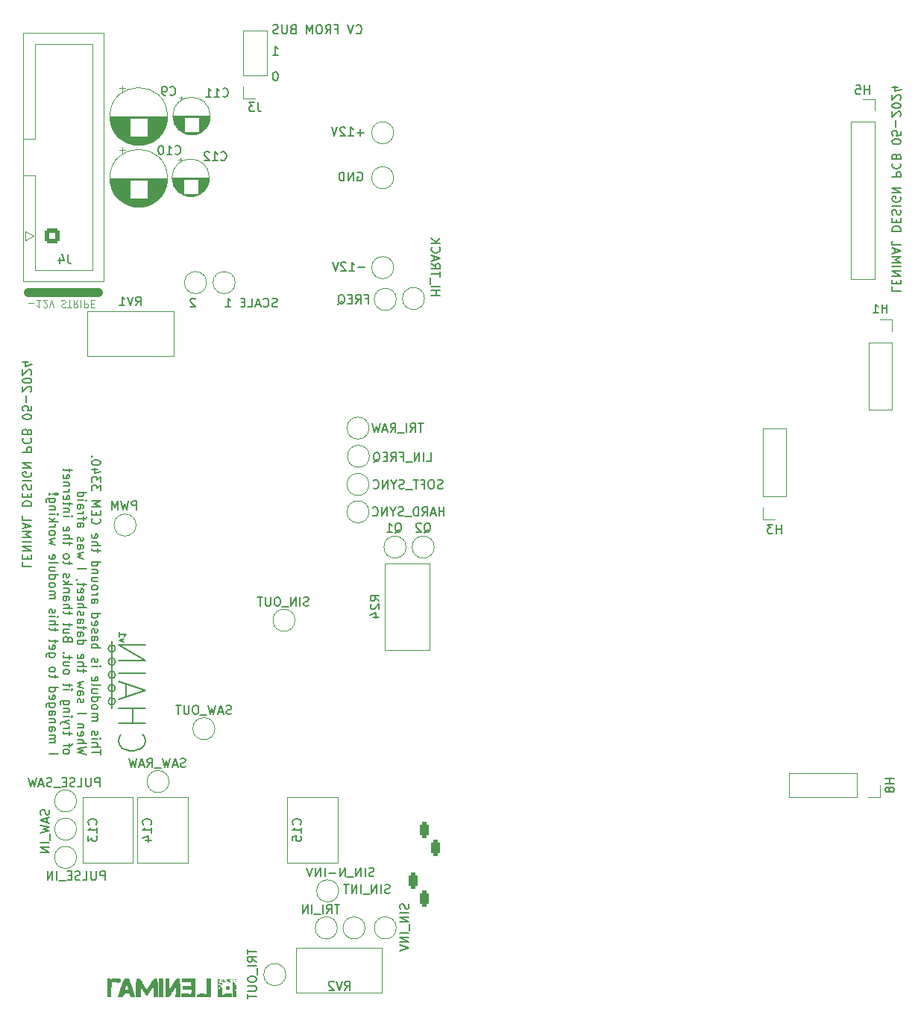
<source format=gbo>
G04 #@! TF.GenerationSoftware,KiCad,Pcbnew,8.0.2-1*
G04 #@! TF.CreationDate,2024-06-17T09:11:19+02:00*
G04 #@! TF.ProjectId,3340,33333430-2e6b-4696-9361-645f70636258,rev?*
G04 #@! TF.SameCoordinates,Original*
G04 #@! TF.FileFunction,Legend,Bot*
G04 #@! TF.FilePolarity,Positive*
%FSLAX46Y46*%
G04 Gerber Fmt 4.6, Leading zero omitted, Abs format (unit mm)*
G04 Created by KiCad (PCBNEW 8.0.2-1) date 2024-06-17 09:11:19*
%MOMM*%
%LPD*%
G01*
G04 APERTURE LIST*
G04 Aperture macros list*
%AMRoundRect*
0 Rectangle with rounded corners*
0 $1 Rounding radius*
0 $2 $3 $4 $5 $6 $7 $8 $9 X,Y pos of 4 corners*
0 Add a 4 corners polygon primitive as box body*
4,1,4,$2,$3,$4,$5,$6,$7,$8,$9,$2,$3,0*
0 Add four circle primitives for the rounded corners*
1,1,$1+$1,$2,$3*
1,1,$1+$1,$4,$5*
1,1,$1+$1,$6,$7*
1,1,$1+$1,$8,$9*
0 Add four rect primitives between the rounded corners*
20,1,$1+$1,$2,$3,$4,$5,0*
20,1,$1+$1,$4,$5,$6,$7,0*
20,1,$1+$1,$6,$7,$8,$9,0*
20,1,$1+$1,$8,$9,$2,$3,0*%
G04 Aperture macros list end*
%ADD10C,0.150000*%
%ADD11C,0.100000*%
%ADD12C,0.120000*%
%ADD13C,1.000000*%
%ADD14C,0.000000*%
%ADD15C,1.600000*%
%ADD16O,1.600000X1.600000*%
%ADD17C,2.850000*%
%ADD18O,4.000000X4.000000*%
%ADD19R,1.800000X1.800000*%
%ADD20C,1.800000*%
%ADD21R,2.200000X2.200000*%
%ADD22O,2.200000X2.200000*%
%ADD23C,3.240000*%
%ADD24R,2.400000X1.600000*%
%ADD25O,2.400000X1.600000*%
%ADD26R,1.930000X1.830000*%
%ADD27C,2.130000*%
%ADD28C,3.200000*%
%ADD29R,1.700000X1.700000*%
%ADD30O,1.700000X1.700000*%
%ADD31R,1.100000X1.800000*%
%ADD32RoundRect,0.275000X-0.275000X-0.625000X0.275000X-0.625000X0.275000X0.625000X-0.275000X0.625000X0*%
%ADD33RoundRect,0.275000X0.275000X0.625000X-0.275000X0.625000X-0.275000X-0.625000X0.275000X-0.625000X0*%
%ADD34C,1.440000*%
%ADD35C,2.000000*%
%ADD36R,1.200000X1.200000*%
%ADD37C,1.200000*%
%ADD38R,1.600000X1.600000*%
%ADD39RoundRect,0.250000X-0.600000X-0.600000X0.600000X-0.600000X0.600000X0.600000X-0.600000X0.600000X0*%
%ADD40C,1.700000*%
G04 APERTURE END LIST*
D10*
X61150000Y-122500000D02*
G75*
G02*
X60350000Y-122500000I-400000J0D01*
G01*
X60350000Y-122500000D02*
G75*
G02*
X61150000Y-122500000I400000J0D01*
G01*
X61150000Y-121000000D02*
G75*
G02*
X60350000Y-121000000I-400000J0D01*
G01*
X60350000Y-121000000D02*
G75*
G02*
X61150000Y-121000000I400000J0D01*
G01*
X61150000Y-125500000D02*
G75*
G02*
X60350000Y-125500000I-400000J0D01*
G01*
X60350000Y-125500000D02*
G75*
G02*
X61150000Y-125500000I400000J0D01*
G01*
X61150000Y-124000000D02*
G75*
G02*
X60350000Y-124000000I-400000J0D01*
G01*
X60350000Y-124000000D02*
G75*
G02*
X61150000Y-124000000I400000J0D01*
G01*
X60750000Y-120200000D02*
X60750000Y-127800000D01*
X61150000Y-127000000D02*
G75*
G02*
X60350000Y-127000000I-400000J0D01*
G01*
X60350000Y-127000000D02*
G75*
G02*
X61150000Y-127000000I400000J0D01*
G01*
X92896554Y-107865057D02*
X92991792Y-107817438D01*
X92991792Y-107817438D02*
X93087030Y-107722200D01*
X93087030Y-107722200D02*
X93229887Y-107579342D01*
X93229887Y-107579342D02*
X93325125Y-107531723D01*
X93325125Y-107531723D02*
X93420363Y-107531723D01*
X93372744Y-107769819D02*
X93467982Y-107722200D01*
X93467982Y-107722200D02*
X93563220Y-107626961D01*
X93563220Y-107626961D02*
X93610839Y-107436485D01*
X93610839Y-107436485D02*
X93610839Y-107103152D01*
X93610839Y-107103152D02*
X93563220Y-106912676D01*
X93563220Y-106912676D02*
X93467982Y-106817438D01*
X93467982Y-106817438D02*
X93372744Y-106769819D01*
X93372744Y-106769819D02*
X93182268Y-106769819D01*
X93182268Y-106769819D02*
X93087030Y-106817438D01*
X93087030Y-106817438D02*
X92991792Y-106912676D01*
X92991792Y-106912676D02*
X92944173Y-107103152D01*
X92944173Y-107103152D02*
X92944173Y-107436485D01*
X92944173Y-107436485D02*
X92991792Y-107626961D01*
X92991792Y-107626961D02*
X93087030Y-107722200D01*
X93087030Y-107722200D02*
X93182268Y-107769819D01*
X93182268Y-107769819D02*
X93372744Y-107769819D01*
X91991792Y-107769819D02*
X92563220Y-107769819D01*
X92277506Y-107769819D02*
X92277506Y-106769819D01*
X92277506Y-106769819D02*
X92372744Y-106912676D01*
X92372744Y-106912676D02*
X92467982Y-107007914D01*
X92467982Y-107007914D02*
X92563220Y-107055533D01*
X92310839Y-148722200D02*
X92167982Y-148769819D01*
X92167982Y-148769819D02*
X91929887Y-148769819D01*
X91929887Y-148769819D02*
X91834649Y-148722200D01*
X91834649Y-148722200D02*
X91787030Y-148674580D01*
X91787030Y-148674580D02*
X91739411Y-148579342D01*
X91739411Y-148579342D02*
X91739411Y-148484104D01*
X91739411Y-148484104D02*
X91787030Y-148388866D01*
X91787030Y-148388866D02*
X91834649Y-148341247D01*
X91834649Y-148341247D02*
X91929887Y-148293628D01*
X91929887Y-148293628D02*
X92120363Y-148246009D01*
X92120363Y-148246009D02*
X92215601Y-148198390D01*
X92215601Y-148198390D02*
X92263220Y-148150771D01*
X92263220Y-148150771D02*
X92310839Y-148055533D01*
X92310839Y-148055533D02*
X92310839Y-147960295D01*
X92310839Y-147960295D02*
X92263220Y-147865057D01*
X92263220Y-147865057D02*
X92215601Y-147817438D01*
X92215601Y-147817438D02*
X92120363Y-147769819D01*
X92120363Y-147769819D02*
X91882268Y-147769819D01*
X91882268Y-147769819D02*
X91739411Y-147817438D01*
X91310839Y-148769819D02*
X91310839Y-147769819D01*
X90834649Y-148769819D02*
X90834649Y-147769819D01*
X90834649Y-147769819D02*
X90263221Y-148769819D01*
X90263221Y-148769819D02*
X90263221Y-147769819D01*
X90025126Y-148865057D02*
X89263221Y-148865057D01*
X89025125Y-148769819D02*
X89025125Y-147769819D01*
X88548935Y-148769819D02*
X88548935Y-147769819D01*
X88548935Y-147769819D02*
X87977507Y-148769819D01*
X87977507Y-148769819D02*
X87977507Y-147769819D01*
X87644173Y-147769819D02*
X87072745Y-147769819D01*
X87358459Y-148769819D02*
X87358459Y-147769819D01*
X83110839Y-116122200D02*
X82967982Y-116169819D01*
X82967982Y-116169819D02*
X82729887Y-116169819D01*
X82729887Y-116169819D02*
X82634649Y-116122200D01*
X82634649Y-116122200D02*
X82587030Y-116074580D01*
X82587030Y-116074580D02*
X82539411Y-115979342D01*
X82539411Y-115979342D02*
X82539411Y-115884104D01*
X82539411Y-115884104D02*
X82587030Y-115788866D01*
X82587030Y-115788866D02*
X82634649Y-115741247D01*
X82634649Y-115741247D02*
X82729887Y-115693628D01*
X82729887Y-115693628D02*
X82920363Y-115646009D01*
X82920363Y-115646009D02*
X83015601Y-115598390D01*
X83015601Y-115598390D02*
X83063220Y-115550771D01*
X83063220Y-115550771D02*
X83110839Y-115455533D01*
X83110839Y-115455533D02*
X83110839Y-115360295D01*
X83110839Y-115360295D02*
X83063220Y-115265057D01*
X83063220Y-115265057D02*
X83015601Y-115217438D01*
X83015601Y-115217438D02*
X82920363Y-115169819D01*
X82920363Y-115169819D02*
X82682268Y-115169819D01*
X82682268Y-115169819D02*
X82539411Y-115217438D01*
X82110839Y-116169819D02*
X82110839Y-115169819D01*
X81634649Y-116169819D02*
X81634649Y-115169819D01*
X81634649Y-115169819D02*
X81063221Y-116169819D01*
X81063221Y-116169819D02*
X81063221Y-115169819D01*
X80825126Y-116265057D02*
X80063221Y-116265057D01*
X79634649Y-115169819D02*
X79444173Y-115169819D01*
X79444173Y-115169819D02*
X79348935Y-115217438D01*
X79348935Y-115217438D02*
X79253697Y-115312676D01*
X79253697Y-115312676D02*
X79206078Y-115503152D01*
X79206078Y-115503152D02*
X79206078Y-115836485D01*
X79206078Y-115836485D02*
X79253697Y-116026961D01*
X79253697Y-116026961D02*
X79348935Y-116122200D01*
X79348935Y-116122200D02*
X79444173Y-116169819D01*
X79444173Y-116169819D02*
X79634649Y-116169819D01*
X79634649Y-116169819D02*
X79729887Y-116122200D01*
X79729887Y-116122200D02*
X79825125Y-116026961D01*
X79825125Y-116026961D02*
X79872744Y-115836485D01*
X79872744Y-115836485D02*
X79872744Y-115503152D01*
X79872744Y-115503152D02*
X79825125Y-115312676D01*
X79825125Y-115312676D02*
X79729887Y-115217438D01*
X79729887Y-115217438D02*
X79634649Y-115169819D01*
X78777506Y-115169819D02*
X78777506Y-115979342D01*
X78777506Y-115979342D02*
X78729887Y-116074580D01*
X78729887Y-116074580D02*
X78682268Y-116122200D01*
X78682268Y-116122200D02*
X78587030Y-116169819D01*
X78587030Y-116169819D02*
X78396554Y-116169819D01*
X78396554Y-116169819D02*
X78301316Y-116122200D01*
X78301316Y-116122200D02*
X78253697Y-116074580D01*
X78253697Y-116074580D02*
X78206078Y-115979342D01*
X78206078Y-115979342D02*
X78206078Y-115169819D01*
X77872744Y-115169819D02*
X77301316Y-115169819D01*
X77587030Y-116169819D02*
X77587030Y-115169819D01*
X69110839Y-134422200D02*
X68967982Y-134469819D01*
X68967982Y-134469819D02*
X68729887Y-134469819D01*
X68729887Y-134469819D02*
X68634649Y-134422200D01*
X68634649Y-134422200D02*
X68587030Y-134374580D01*
X68587030Y-134374580D02*
X68539411Y-134279342D01*
X68539411Y-134279342D02*
X68539411Y-134184104D01*
X68539411Y-134184104D02*
X68587030Y-134088866D01*
X68587030Y-134088866D02*
X68634649Y-134041247D01*
X68634649Y-134041247D02*
X68729887Y-133993628D01*
X68729887Y-133993628D02*
X68920363Y-133946009D01*
X68920363Y-133946009D02*
X69015601Y-133898390D01*
X69015601Y-133898390D02*
X69063220Y-133850771D01*
X69063220Y-133850771D02*
X69110839Y-133755533D01*
X69110839Y-133755533D02*
X69110839Y-133660295D01*
X69110839Y-133660295D02*
X69063220Y-133565057D01*
X69063220Y-133565057D02*
X69015601Y-133517438D01*
X69015601Y-133517438D02*
X68920363Y-133469819D01*
X68920363Y-133469819D02*
X68682268Y-133469819D01*
X68682268Y-133469819D02*
X68539411Y-133517438D01*
X68158458Y-134184104D02*
X67682268Y-134184104D01*
X68253696Y-134469819D02*
X67920363Y-133469819D01*
X67920363Y-133469819D02*
X67587030Y-134469819D01*
X67348934Y-133469819D02*
X67110839Y-134469819D01*
X67110839Y-134469819D02*
X66920363Y-133755533D01*
X66920363Y-133755533D02*
X66729887Y-134469819D01*
X66729887Y-134469819D02*
X66491792Y-133469819D01*
X66348935Y-134565057D02*
X65587030Y-134565057D01*
X64777506Y-134469819D02*
X65110839Y-133993628D01*
X65348934Y-134469819D02*
X65348934Y-133469819D01*
X65348934Y-133469819D02*
X64967982Y-133469819D01*
X64967982Y-133469819D02*
X64872744Y-133517438D01*
X64872744Y-133517438D02*
X64825125Y-133565057D01*
X64825125Y-133565057D02*
X64777506Y-133660295D01*
X64777506Y-133660295D02*
X64777506Y-133803152D01*
X64777506Y-133803152D02*
X64825125Y-133898390D01*
X64825125Y-133898390D02*
X64872744Y-133946009D01*
X64872744Y-133946009D02*
X64967982Y-133993628D01*
X64967982Y-133993628D02*
X65348934Y-133993628D01*
X64396553Y-134184104D02*
X63920363Y-134184104D01*
X64491791Y-134469819D02*
X64158458Y-133469819D01*
X64158458Y-133469819D02*
X63825125Y-134469819D01*
X63587029Y-133469819D02*
X63348934Y-134469819D01*
X63348934Y-134469819D02*
X63158458Y-133755533D01*
X63158458Y-133755533D02*
X62967982Y-134469819D01*
X62967982Y-134469819D02*
X62729887Y-133469819D01*
X86606077Y-150069819D02*
X86034649Y-150069819D01*
X86320363Y-151069819D02*
X86320363Y-150069819D01*
X85129887Y-151069819D02*
X85463220Y-150593628D01*
X85701315Y-151069819D02*
X85701315Y-150069819D01*
X85701315Y-150069819D02*
X85320363Y-150069819D01*
X85320363Y-150069819D02*
X85225125Y-150117438D01*
X85225125Y-150117438D02*
X85177506Y-150165057D01*
X85177506Y-150165057D02*
X85129887Y-150260295D01*
X85129887Y-150260295D02*
X85129887Y-150403152D01*
X85129887Y-150403152D02*
X85177506Y-150498390D01*
X85177506Y-150498390D02*
X85225125Y-150546009D01*
X85225125Y-150546009D02*
X85320363Y-150593628D01*
X85320363Y-150593628D02*
X85701315Y-150593628D01*
X84701315Y-151069819D02*
X84701315Y-150069819D01*
X84463221Y-151165057D02*
X83701316Y-151165057D01*
X83463220Y-151069819D02*
X83463220Y-150069819D01*
X82987030Y-151069819D02*
X82987030Y-150069819D01*
X82987030Y-150069819D02*
X82415602Y-151069819D01*
X82415602Y-151069819D02*
X82415602Y-150069819D01*
X89463220Y-77788866D02*
X88701316Y-77788866D01*
X87701316Y-78169819D02*
X88272744Y-78169819D01*
X87987030Y-78169819D02*
X87987030Y-77169819D01*
X87987030Y-77169819D02*
X88082268Y-77312676D01*
X88082268Y-77312676D02*
X88177506Y-77407914D01*
X88177506Y-77407914D02*
X88272744Y-77455533D01*
X87320363Y-77265057D02*
X87272744Y-77217438D01*
X87272744Y-77217438D02*
X87177506Y-77169819D01*
X87177506Y-77169819D02*
X86939411Y-77169819D01*
X86939411Y-77169819D02*
X86844173Y-77217438D01*
X86844173Y-77217438D02*
X86796554Y-77265057D01*
X86796554Y-77265057D02*
X86748935Y-77360295D01*
X86748935Y-77360295D02*
X86748935Y-77455533D01*
X86748935Y-77455533D02*
X86796554Y-77598390D01*
X86796554Y-77598390D02*
X87367982Y-78169819D01*
X87367982Y-78169819D02*
X86748935Y-78169819D01*
X86463220Y-77169819D02*
X86129887Y-78169819D01*
X86129887Y-78169819D02*
X85796554Y-77169819D01*
X98310839Y-102822200D02*
X98167982Y-102869819D01*
X98167982Y-102869819D02*
X97929887Y-102869819D01*
X97929887Y-102869819D02*
X97834649Y-102822200D01*
X97834649Y-102822200D02*
X97787030Y-102774580D01*
X97787030Y-102774580D02*
X97739411Y-102679342D01*
X97739411Y-102679342D02*
X97739411Y-102584104D01*
X97739411Y-102584104D02*
X97787030Y-102488866D01*
X97787030Y-102488866D02*
X97834649Y-102441247D01*
X97834649Y-102441247D02*
X97929887Y-102393628D01*
X97929887Y-102393628D02*
X98120363Y-102346009D01*
X98120363Y-102346009D02*
X98215601Y-102298390D01*
X98215601Y-102298390D02*
X98263220Y-102250771D01*
X98263220Y-102250771D02*
X98310839Y-102155533D01*
X98310839Y-102155533D02*
X98310839Y-102060295D01*
X98310839Y-102060295D02*
X98263220Y-101965057D01*
X98263220Y-101965057D02*
X98215601Y-101917438D01*
X98215601Y-101917438D02*
X98120363Y-101869819D01*
X98120363Y-101869819D02*
X97882268Y-101869819D01*
X97882268Y-101869819D02*
X97739411Y-101917438D01*
X97120363Y-101869819D02*
X96929887Y-101869819D01*
X96929887Y-101869819D02*
X96834649Y-101917438D01*
X96834649Y-101917438D02*
X96739411Y-102012676D01*
X96739411Y-102012676D02*
X96691792Y-102203152D01*
X96691792Y-102203152D02*
X96691792Y-102536485D01*
X96691792Y-102536485D02*
X96739411Y-102726961D01*
X96739411Y-102726961D02*
X96834649Y-102822200D01*
X96834649Y-102822200D02*
X96929887Y-102869819D01*
X96929887Y-102869819D02*
X97120363Y-102869819D01*
X97120363Y-102869819D02*
X97215601Y-102822200D01*
X97215601Y-102822200D02*
X97310839Y-102726961D01*
X97310839Y-102726961D02*
X97358458Y-102536485D01*
X97358458Y-102536485D02*
X97358458Y-102203152D01*
X97358458Y-102203152D02*
X97310839Y-102012676D01*
X97310839Y-102012676D02*
X97215601Y-101917438D01*
X97215601Y-101917438D02*
X97120363Y-101869819D01*
X95929887Y-102346009D02*
X96263220Y-102346009D01*
X96263220Y-102869819D02*
X96263220Y-101869819D01*
X96263220Y-101869819D02*
X95787030Y-101869819D01*
X95548934Y-101869819D02*
X94977506Y-101869819D01*
X95263220Y-102869819D02*
X95263220Y-101869819D01*
X94882268Y-102965057D02*
X94120363Y-102965057D01*
X93929886Y-102822200D02*
X93787029Y-102869819D01*
X93787029Y-102869819D02*
X93548934Y-102869819D01*
X93548934Y-102869819D02*
X93453696Y-102822200D01*
X93453696Y-102822200D02*
X93406077Y-102774580D01*
X93406077Y-102774580D02*
X93358458Y-102679342D01*
X93358458Y-102679342D02*
X93358458Y-102584104D01*
X93358458Y-102584104D02*
X93406077Y-102488866D01*
X93406077Y-102488866D02*
X93453696Y-102441247D01*
X93453696Y-102441247D02*
X93548934Y-102393628D01*
X93548934Y-102393628D02*
X93739410Y-102346009D01*
X93739410Y-102346009D02*
X93834648Y-102298390D01*
X93834648Y-102298390D02*
X93882267Y-102250771D01*
X93882267Y-102250771D02*
X93929886Y-102155533D01*
X93929886Y-102155533D02*
X93929886Y-102060295D01*
X93929886Y-102060295D02*
X93882267Y-101965057D01*
X93882267Y-101965057D02*
X93834648Y-101917438D01*
X93834648Y-101917438D02*
X93739410Y-101869819D01*
X93739410Y-101869819D02*
X93501315Y-101869819D01*
X93501315Y-101869819D02*
X93358458Y-101917438D01*
X92739410Y-102393628D02*
X92739410Y-102869819D01*
X93072743Y-101869819D02*
X92739410Y-102393628D01*
X92739410Y-102393628D02*
X92406077Y-101869819D01*
X92072743Y-102869819D02*
X92072743Y-101869819D01*
X92072743Y-101869819D02*
X91501315Y-102869819D01*
X91501315Y-102869819D02*
X91501315Y-101869819D01*
X90453696Y-102774580D02*
X90501315Y-102822200D01*
X90501315Y-102822200D02*
X90644172Y-102869819D01*
X90644172Y-102869819D02*
X90739410Y-102869819D01*
X90739410Y-102869819D02*
X90882267Y-102822200D01*
X90882267Y-102822200D02*
X90977505Y-102726961D01*
X90977505Y-102726961D02*
X91025124Y-102631723D01*
X91025124Y-102631723D02*
X91072743Y-102441247D01*
X91072743Y-102441247D02*
X91072743Y-102298390D01*
X91072743Y-102298390D02*
X91025124Y-102107914D01*
X91025124Y-102107914D02*
X90977505Y-102012676D01*
X90977505Y-102012676D02*
X90882267Y-101917438D01*
X90882267Y-101917438D02*
X90739410Y-101869819D01*
X90739410Y-101869819D02*
X90644172Y-101869819D01*
X90644172Y-101869819D02*
X90501315Y-101917438D01*
X90501315Y-101917438D02*
X90453696Y-101965057D01*
X97030180Y-80963220D02*
X98030180Y-80963220D01*
X97553990Y-80963220D02*
X97553990Y-80391792D01*
X97030180Y-80391792D02*
X98030180Y-80391792D01*
X97030180Y-79915601D02*
X98030180Y-79915601D01*
X96934942Y-79677507D02*
X96934942Y-78915602D01*
X98030180Y-78820363D02*
X98030180Y-78248935D01*
X97030180Y-78534649D02*
X98030180Y-78534649D01*
X97030180Y-77344173D02*
X97506371Y-77677506D01*
X97030180Y-77915601D02*
X98030180Y-77915601D01*
X98030180Y-77915601D02*
X98030180Y-77534649D01*
X98030180Y-77534649D02*
X97982561Y-77439411D01*
X97982561Y-77439411D02*
X97934942Y-77391792D01*
X97934942Y-77391792D02*
X97839704Y-77344173D01*
X97839704Y-77344173D02*
X97696847Y-77344173D01*
X97696847Y-77344173D02*
X97601609Y-77391792D01*
X97601609Y-77391792D02*
X97553990Y-77439411D01*
X97553990Y-77439411D02*
X97506371Y-77534649D01*
X97506371Y-77534649D02*
X97506371Y-77915601D01*
X97315895Y-76963220D02*
X97315895Y-76487030D01*
X97030180Y-77058458D02*
X98030180Y-76725125D01*
X98030180Y-76725125D02*
X97030180Y-76391792D01*
X97125419Y-75487030D02*
X97077800Y-75534649D01*
X97077800Y-75534649D02*
X97030180Y-75677506D01*
X97030180Y-75677506D02*
X97030180Y-75772744D01*
X97030180Y-75772744D02*
X97077800Y-75915601D01*
X97077800Y-75915601D02*
X97173038Y-76010839D01*
X97173038Y-76010839D02*
X97268276Y-76058458D01*
X97268276Y-76058458D02*
X97458752Y-76106077D01*
X97458752Y-76106077D02*
X97601609Y-76106077D01*
X97601609Y-76106077D02*
X97792085Y-76058458D01*
X97792085Y-76058458D02*
X97887323Y-76010839D01*
X97887323Y-76010839D02*
X97982561Y-75915601D01*
X97982561Y-75915601D02*
X98030180Y-75772744D01*
X98030180Y-75772744D02*
X98030180Y-75677506D01*
X98030180Y-75677506D02*
X97982561Y-75534649D01*
X97982561Y-75534649D02*
X97934942Y-75487030D01*
X97030180Y-75058458D02*
X98030180Y-75058458D01*
X97030180Y-74487030D02*
X97601609Y-74915601D01*
X98030180Y-74487030D02*
X97458752Y-75058458D01*
X90510839Y-146822200D02*
X90367982Y-146869819D01*
X90367982Y-146869819D02*
X90129887Y-146869819D01*
X90129887Y-146869819D02*
X90034649Y-146822200D01*
X90034649Y-146822200D02*
X89987030Y-146774580D01*
X89987030Y-146774580D02*
X89939411Y-146679342D01*
X89939411Y-146679342D02*
X89939411Y-146584104D01*
X89939411Y-146584104D02*
X89987030Y-146488866D01*
X89987030Y-146488866D02*
X90034649Y-146441247D01*
X90034649Y-146441247D02*
X90129887Y-146393628D01*
X90129887Y-146393628D02*
X90320363Y-146346009D01*
X90320363Y-146346009D02*
X90415601Y-146298390D01*
X90415601Y-146298390D02*
X90463220Y-146250771D01*
X90463220Y-146250771D02*
X90510839Y-146155533D01*
X90510839Y-146155533D02*
X90510839Y-146060295D01*
X90510839Y-146060295D02*
X90463220Y-145965057D01*
X90463220Y-145965057D02*
X90415601Y-145917438D01*
X90415601Y-145917438D02*
X90320363Y-145869819D01*
X90320363Y-145869819D02*
X90082268Y-145869819D01*
X90082268Y-145869819D02*
X89939411Y-145917438D01*
X89510839Y-146869819D02*
X89510839Y-145869819D01*
X89034649Y-146869819D02*
X89034649Y-145869819D01*
X89034649Y-145869819D02*
X88463221Y-146869819D01*
X88463221Y-146869819D02*
X88463221Y-145869819D01*
X88225126Y-146965057D02*
X87463221Y-146965057D01*
X87225125Y-146869819D02*
X87225125Y-145869819D01*
X87225125Y-145869819D02*
X86653697Y-146869819D01*
X86653697Y-146869819D02*
X86653697Y-145869819D01*
X86177506Y-146488866D02*
X85415602Y-146488866D01*
X84939411Y-146869819D02*
X84939411Y-145869819D01*
X84463221Y-146869819D02*
X84463221Y-145869819D01*
X84463221Y-145869819D02*
X83891793Y-146869819D01*
X83891793Y-146869819D02*
X83891793Y-145869819D01*
X83558459Y-145869819D02*
X83225126Y-146869819D01*
X83225126Y-146869819D02*
X82891793Y-145869819D01*
X96106077Y-95469819D02*
X95534649Y-95469819D01*
X95820363Y-96469819D02*
X95820363Y-95469819D01*
X94629887Y-96469819D02*
X94963220Y-95993628D01*
X95201315Y-96469819D02*
X95201315Y-95469819D01*
X95201315Y-95469819D02*
X94820363Y-95469819D01*
X94820363Y-95469819D02*
X94725125Y-95517438D01*
X94725125Y-95517438D02*
X94677506Y-95565057D01*
X94677506Y-95565057D02*
X94629887Y-95660295D01*
X94629887Y-95660295D02*
X94629887Y-95803152D01*
X94629887Y-95803152D02*
X94677506Y-95898390D01*
X94677506Y-95898390D02*
X94725125Y-95946009D01*
X94725125Y-95946009D02*
X94820363Y-95993628D01*
X94820363Y-95993628D02*
X95201315Y-95993628D01*
X94201315Y-96469819D02*
X94201315Y-95469819D01*
X93963221Y-96565057D02*
X93201316Y-96565057D01*
X92391792Y-96469819D02*
X92725125Y-95993628D01*
X92963220Y-96469819D02*
X92963220Y-95469819D01*
X92963220Y-95469819D02*
X92582268Y-95469819D01*
X92582268Y-95469819D02*
X92487030Y-95517438D01*
X92487030Y-95517438D02*
X92439411Y-95565057D01*
X92439411Y-95565057D02*
X92391792Y-95660295D01*
X92391792Y-95660295D02*
X92391792Y-95803152D01*
X92391792Y-95803152D02*
X92439411Y-95898390D01*
X92439411Y-95898390D02*
X92487030Y-95946009D01*
X92487030Y-95946009D02*
X92582268Y-95993628D01*
X92582268Y-95993628D02*
X92963220Y-95993628D01*
X92010839Y-96184104D02*
X91534649Y-96184104D01*
X92106077Y-96469819D02*
X91772744Y-95469819D01*
X91772744Y-95469819D02*
X91439411Y-96469819D01*
X91201315Y-95469819D02*
X90963220Y-96469819D01*
X90963220Y-96469819D02*
X90772744Y-95755533D01*
X90772744Y-95755533D02*
X90582268Y-96469819D01*
X90582268Y-96469819D02*
X90344173Y-95469819D01*
X89363220Y-62488866D02*
X88601316Y-62488866D01*
X88982268Y-62869819D02*
X88982268Y-62107914D01*
X87601316Y-62869819D02*
X88172744Y-62869819D01*
X87887030Y-62869819D02*
X87887030Y-61869819D01*
X87887030Y-61869819D02*
X87982268Y-62012676D01*
X87982268Y-62012676D02*
X88077506Y-62107914D01*
X88077506Y-62107914D02*
X88172744Y-62155533D01*
X87220363Y-61965057D02*
X87172744Y-61917438D01*
X87172744Y-61917438D02*
X87077506Y-61869819D01*
X87077506Y-61869819D02*
X86839411Y-61869819D01*
X86839411Y-61869819D02*
X86744173Y-61917438D01*
X86744173Y-61917438D02*
X86696554Y-61965057D01*
X86696554Y-61965057D02*
X86648935Y-62060295D01*
X86648935Y-62060295D02*
X86648935Y-62155533D01*
X86648935Y-62155533D02*
X86696554Y-62298390D01*
X86696554Y-62298390D02*
X87267982Y-62869819D01*
X87267982Y-62869819D02*
X86648935Y-62869819D01*
X86363220Y-61869819D02*
X86029887Y-62869819D01*
X86029887Y-62869819D02*
X85696554Y-61869819D01*
X59363220Y-136669819D02*
X59363220Y-135669819D01*
X59363220Y-135669819D02*
X58982268Y-135669819D01*
X58982268Y-135669819D02*
X58887030Y-135717438D01*
X58887030Y-135717438D02*
X58839411Y-135765057D01*
X58839411Y-135765057D02*
X58791792Y-135860295D01*
X58791792Y-135860295D02*
X58791792Y-136003152D01*
X58791792Y-136003152D02*
X58839411Y-136098390D01*
X58839411Y-136098390D02*
X58887030Y-136146009D01*
X58887030Y-136146009D02*
X58982268Y-136193628D01*
X58982268Y-136193628D02*
X59363220Y-136193628D01*
X58363220Y-135669819D02*
X58363220Y-136479342D01*
X58363220Y-136479342D02*
X58315601Y-136574580D01*
X58315601Y-136574580D02*
X58267982Y-136622200D01*
X58267982Y-136622200D02*
X58172744Y-136669819D01*
X58172744Y-136669819D02*
X57982268Y-136669819D01*
X57982268Y-136669819D02*
X57887030Y-136622200D01*
X57887030Y-136622200D02*
X57839411Y-136574580D01*
X57839411Y-136574580D02*
X57791792Y-136479342D01*
X57791792Y-136479342D02*
X57791792Y-135669819D01*
X56839411Y-136669819D02*
X57315601Y-136669819D01*
X57315601Y-136669819D02*
X57315601Y-135669819D01*
X56553696Y-136622200D02*
X56410839Y-136669819D01*
X56410839Y-136669819D02*
X56172744Y-136669819D01*
X56172744Y-136669819D02*
X56077506Y-136622200D01*
X56077506Y-136622200D02*
X56029887Y-136574580D01*
X56029887Y-136574580D02*
X55982268Y-136479342D01*
X55982268Y-136479342D02*
X55982268Y-136384104D01*
X55982268Y-136384104D02*
X56029887Y-136288866D01*
X56029887Y-136288866D02*
X56077506Y-136241247D01*
X56077506Y-136241247D02*
X56172744Y-136193628D01*
X56172744Y-136193628D02*
X56363220Y-136146009D01*
X56363220Y-136146009D02*
X56458458Y-136098390D01*
X56458458Y-136098390D02*
X56506077Y-136050771D01*
X56506077Y-136050771D02*
X56553696Y-135955533D01*
X56553696Y-135955533D02*
X56553696Y-135860295D01*
X56553696Y-135860295D02*
X56506077Y-135765057D01*
X56506077Y-135765057D02*
X56458458Y-135717438D01*
X56458458Y-135717438D02*
X56363220Y-135669819D01*
X56363220Y-135669819D02*
X56125125Y-135669819D01*
X56125125Y-135669819D02*
X55982268Y-135717438D01*
X55553696Y-136146009D02*
X55220363Y-136146009D01*
X55077506Y-136669819D02*
X55553696Y-136669819D01*
X55553696Y-136669819D02*
X55553696Y-135669819D01*
X55553696Y-135669819D02*
X55077506Y-135669819D01*
X54887030Y-136765057D02*
X54125125Y-136765057D01*
X53934648Y-136622200D02*
X53791791Y-136669819D01*
X53791791Y-136669819D02*
X53553696Y-136669819D01*
X53553696Y-136669819D02*
X53458458Y-136622200D01*
X53458458Y-136622200D02*
X53410839Y-136574580D01*
X53410839Y-136574580D02*
X53363220Y-136479342D01*
X53363220Y-136479342D02*
X53363220Y-136384104D01*
X53363220Y-136384104D02*
X53410839Y-136288866D01*
X53410839Y-136288866D02*
X53458458Y-136241247D01*
X53458458Y-136241247D02*
X53553696Y-136193628D01*
X53553696Y-136193628D02*
X53744172Y-136146009D01*
X53744172Y-136146009D02*
X53839410Y-136098390D01*
X53839410Y-136098390D02*
X53887029Y-136050771D01*
X53887029Y-136050771D02*
X53934648Y-135955533D01*
X53934648Y-135955533D02*
X53934648Y-135860295D01*
X53934648Y-135860295D02*
X53887029Y-135765057D01*
X53887029Y-135765057D02*
X53839410Y-135717438D01*
X53839410Y-135717438D02*
X53744172Y-135669819D01*
X53744172Y-135669819D02*
X53506077Y-135669819D01*
X53506077Y-135669819D02*
X53363220Y-135717438D01*
X52982267Y-136384104D02*
X52506077Y-136384104D01*
X53077505Y-136669819D02*
X52744172Y-135669819D01*
X52744172Y-135669819D02*
X52410839Y-136669819D01*
X52172743Y-135669819D02*
X51934648Y-136669819D01*
X51934648Y-136669819D02*
X51744172Y-135955533D01*
X51744172Y-135955533D02*
X51553696Y-136669819D01*
X51553696Y-136669819D02*
X51315601Y-135669819D01*
X96487030Y-99769819D02*
X96963220Y-99769819D01*
X96963220Y-99769819D02*
X96963220Y-98769819D01*
X96153696Y-99769819D02*
X96153696Y-98769819D01*
X95677506Y-99769819D02*
X95677506Y-98769819D01*
X95677506Y-98769819D02*
X95106078Y-99769819D01*
X95106078Y-99769819D02*
X95106078Y-98769819D01*
X94867983Y-99865057D02*
X94106078Y-99865057D01*
X93534649Y-99246009D02*
X93867982Y-99246009D01*
X93867982Y-99769819D02*
X93867982Y-98769819D01*
X93867982Y-98769819D02*
X93391792Y-98769819D01*
X92439411Y-99769819D02*
X92772744Y-99293628D01*
X93010839Y-99769819D02*
X93010839Y-98769819D01*
X93010839Y-98769819D02*
X92629887Y-98769819D01*
X92629887Y-98769819D02*
X92534649Y-98817438D01*
X92534649Y-98817438D02*
X92487030Y-98865057D01*
X92487030Y-98865057D02*
X92439411Y-98960295D01*
X92439411Y-98960295D02*
X92439411Y-99103152D01*
X92439411Y-99103152D02*
X92487030Y-99198390D01*
X92487030Y-99198390D02*
X92534649Y-99246009D01*
X92534649Y-99246009D02*
X92629887Y-99293628D01*
X92629887Y-99293628D02*
X93010839Y-99293628D01*
X92010839Y-99246009D02*
X91677506Y-99246009D01*
X91534649Y-99769819D02*
X92010839Y-99769819D01*
X92010839Y-99769819D02*
X92010839Y-98769819D01*
X92010839Y-98769819D02*
X91534649Y-98769819D01*
X90439411Y-99865057D02*
X90534649Y-99817438D01*
X90534649Y-99817438D02*
X90629887Y-99722200D01*
X90629887Y-99722200D02*
X90772744Y-99579342D01*
X90772744Y-99579342D02*
X90867982Y-99531723D01*
X90867982Y-99531723D02*
X90963220Y-99531723D01*
X90915601Y-99769819D02*
X91010839Y-99722200D01*
X91010839Y-99722200D02*
X91106077Y-99626961D01*
X91106077Y-99626961D02*
X91153696Y-99436485D01*
X91153696Y-99436485D02*
X91153696Y-99103152D01*
X91153696Y-99103152D02*
X91106077Y-98912676D01*
X91106077Y-98912676D02*
X91010839Y-98817438D01*
X91010839Y-98817438D02*
X90915601Y-98769819D01*
X90915601Y-98769819D02*
X90725125Y-98769819D01*
X90725125Y-98769819D02*
X90629887Y-98817438D01*
X90629887Y-98817438D02*
X90534649Y-98912676D01*
X90534649Y-98912676D02*
X90487030Y-99103152D01*
X90487030Y-99103152D02*
X90487030Y-99436485D01*
X90487030Y-99436485D02*
X90534649Y-99626961D01*
X90534649Y-99626961D02*
X90629887Y-99722200D01*
X90629887Y-99722200D02*
X90725125Y-99769819D01*
X90725125Y-99769819D02*
X90915601Y-99769819D01*
X59460012Y-133056077D02*
X59460012Y-132484649D01*
X58460012Y-132770363D02*
X59460012Y-132770363D01*
X58460012Y-132151315D02*
X59460012Y-132151315D01*
X58460012Y-131722744D02*
X58983822Y-131722744D01*
X58983822Y-131722744D02*
X59079060Y-131770363D01*
X59079060Y-131770363D02*
X59126679Y-131865601D01*
X59126679Y-131865601D02*
X59126679Y-132008458D01*
X59126679Y-132008458D02*
X59079060Y-132103696D01*
X59079060Y-132103696D02*
X59031441Y-132151315D01*
X58460012Y-131246553D02*
X59126679Y-131246553D01*
X59460012Y-131246553D02*
X59412393Y-131294172D01*
X59412393Y-131294172D02*
X59364774Y-131246553D01*
X59364774Y-131246553D02*
X59412393Y-131198934D01*
X59412393Y-131198934D02*
X59460012Y-131246553D01*
X59460012Y-131246553D02*
X59364774Y-131246553D01*
X58507632Y-130817982D02*
X58460012Y-130722744D01*
X58460012Y-130722744D02*
X58460012Y-130532268D01*
X58460012Y-130532268D02*
X58507632Y-130437030D01*
X58507632Y-130437030D02*
X58602870Y-130389411D01*
X58602870Y-130389411D02*
X58650489Y-130389411D01*
X58650489Y-130389411D02*
X58745727Y-130437030D01*
X58745727Y-130437030D02*
X58793346Y-130532268D01*
X58793346Y-130532268D02*
X58793346Y-130675125D01*
X58793346Y-130675125D02*
X58840965Y-130770363D01*
X58840965Y-130770363D02*
X58936203Y-130817982D01*
X58936203Y-130817982D02*
X58983822Y-130817982D01*
X58983822Y-130817982D02*
X59079060Y-130770363D01*
X59079060Y-130770363D02*
X59126679Y-130675125D01*
X59126679Y-130675125D02*
X59126679Y-130532268D01*
X59126679Y-130532268D02*
X59079060Y-130437030D01*
X58460012Y-129198934D02*
X59126679Y-129198934D01*
X59031441Y-129198934D02*
X59079060Y-129151315D01*
X59079060Y-129151315D02*
X59126679Y-129056077D01*
X59126679Y-129056077D02*
X59126679Y-128913220D01*
X59126679Y-128913220D02*
X59079060Y-128817982D01*
X59079060Y-128817982D02*
X58983822Y-128770363D01*
X58983822Y-128770363D02*
X58460012Y-128770363D01*
X58983822Y-128770363D02*
X59079060Y-128722744D01*
X59079060Y-128722744D02*
X59126679Y-128627506D01*
X59126679Y-128627506D02*
X59126679Y-128484649D01*
X59126679Y-128484649D02*
X59079060Y-128389410D01*
X59079060Y-128389410D02*
X58983822Y-128341791D01*
X58983822Y-128341791D02*
X58460012Y-128341791D01*
X58460012Y-127722744D02*
X58507632Y-127817982D01*
X58507632Y-127817982D02*
X58555251Y-127865601D01*
X58555251Y-127865601D02*
X58650489Y-127913220D01*
X58650489Y-127913220D02*
X58936203Y-127913220D01*
X58936203Y-127913220D02*
X59031441Y-127865601D01*
X59031441Y-127865601D02*
X59079060Y-127817982D01*
X59079060Y-127817982D02*
X59126679Y-127722744D01*
X59126679Y-127722744D02*
X59126679Y-127579887D01*
X59126679Y-127579887D02*
X59079060Y-127484649D01*
X59079060Y-127484649D02*
X59031441Y-127437030D01*
X59031441Y-127437030D02*
X58936203Y-127389411D01*
X58936203Y-127389411D02*
X58650489Y-127389411D01*
X58650489Y-127389411D02*
X58555251Y-127437030D01*
X58555251Y-127437030D02*
X58507632Y-127484649D01*
X58507632Y-127484649D02*
X58460012Y-127579887D01*
X58460012Y-127579887D02*
X58460012Y-127722744D01*
X58460012Y-126532268D02*
X59460012Y-126532268D01*
X58507632Y-126532268D02*
X58460012Y-126627506D01*
X58460012Y-126627506D02*
X58460012Y-126817982D01*
X58460012Y-126817982D02*
X58507632Y-126913220D01*
X58507632Y-126913220D02*
X58555251Y-126960839D01*
X58555251Y-126960839D02*
X58650489Y-127008458D01*
X58650489Y-127008458D02*
X58936203Y-127008458D01*
X58936203Y-127008458D02*
X59031441Y-126960839D01*
X59031441Y-126960839D02*
X59079060Y-126913220D01*
X59079060Y-126913220D02*
X59126679Y-126817982D01*
X59126679Y-126817982D02*
X59126679Y-126627506D01*
X59126679Y-126627506D02*
X59079060Y-126532268D01*
X59126679Y-125627506D02*
X58460012Y-125627506D01*
X59126679Y-126056077D02*
X58602870Y-126056077D01*
X58602870Y-126056077D02*
X58507632Y-126008458D01*
X58507632Y-126008458D02*
X58460012Y-125913220D01*
X58460012Y-125913220D02*
X58460012Y-125770363D01*
X58460012Y-125770363D02*
X58507632Y-125675125D01*
X58507632Y-125675125D02*
X58555251Y-125627506D01*
X58460012Y-125008458D02*
X58507632Y-125103696D01*
X58507632Y-125103696D02*
X58602870Y-125151315D01*
X58602870Y-125151315D02*
X59460012Y-125151315D01*
X58507632Y-124246553D02*
X58460012Y-124341791D01*
X58460012Y-124341791D02*
X58460012Y-124532267D01*
X58460012Y-124532267D02*
X58507632Y-124627505D01*
X58507632Y-124627505D02*
X58602870Y-124675124D01*
X58602870Y-124675124D02*
X58983822Y-124675124D01*
X58983822Y-124675124D02*
X59079060Y-124627505D01*
X59079060Y-124627505D02*
X59126679Y-124532267D01*
X59126679Y-124532267D02*
X59126679Y-124341791D01*
X59126679Y-124341791D02*
X59079060Y-124246553D01*
X59079060Y-124246553D02*
X58983822Y-124198934D01*
X58983822Y-124198934D02*
X58888584Y-124198934D01*
X58888584Y-124198934D02*
X58793346Y-124675124D01*
X58460012Y-123008457D02*
X59126679Y-123008457D01*
X59460012Y-123008457D02*
X59412393Y-123056076D01*
X59412393Y-123056076D02*
X59364774Y-123008457D01*
X59364774Y-123008457D02*
X59412393Y-122960838D01*
X59412393Y-122960838D02*
X59460012Y-123008457D01*
X59460012Y-123008457D02*
X59364774Y-123008457D01*
X58507632Y-122579886D02*
X58460012Y-122484648D01*
X58460012Y-122484648D02*
X58460012Y-122294172D01*
X58460012Y-122294172D02*
X58507632Y-122198934D01*
X58507632Y-122198934D02*
X58602870Y-122151315D01*
X58602870Y-122151315D02*
X58650489Y-122151315D01*
X58650489Y-122151315D02*
X58745727Y-122198934D01*
X58745727Y-122198934D02*
X58793346Y-122294172D01*
X58793346Y-122294172D02*
X58793346Y-122437029D01*
X58793346Y-122437029D02*
X58840965Y-122532267D01*
X58840965Y-122532267D02*
X58936203Y-122579886D01*
X58936203Y-122579886D02*
X58983822Y-122579886D01*
X58983822Y-122579886D02*
X59079060Y-122532267D01*
X59079060Y-122532267D02*
X59126679Y-122437029D01*
X59126679Y-122437029D02*
X59126679Y-122294172D01*
X59126679Y-122294172D02*
X59079060Y-122198934D01*
X58460012Y-120960838D02*
X59460012Y-120960838D01*
X59079060Y-120960838D02*
X59126679Y-120865600D01*
X59126679Y-120865600D02*
X59126679Y-120675124D01*
X59126679Y-120675124D02*
X59079060Y-120579886D01*
X59079060Y-120579886D02*
X59031441Y-120532267D01*
X59031441Y-120532267D02*
X58936203Y-120484648D01*
X58936203Y-120484648D02*
X58650489Y-120484648D01*
X58650489Y-120484648D02*
X58555251Y-120532267D01*
X58555251Y-120532267D02*
X58507632Y-120579886D01*
X58507632Y-120579886D02*
X58460012Y-120675124D01*
X58460012Y-120675124D02*
X58460012Y-120865600D01*
X58460012Y-120865600D02*
X58507632Y-120960838D01*
X58460012Y-119627505D02*
X58983822Y-119627505D01*
X58983822Y-119627505D02*
X59079060Y-119675124D01*
X59079060Y-119675124D02*
X59126679Y-119770362D01*
X59126679Y-119770362D02*
X59126679Y-119960838D01*
X59126679Y-119960838D02*
X59079060Y-120056076D01*
X58507632Y-119627505D02*
X58460012Y-119722743D01*
X58460012Y-119722743D02*
X58460012Y-119960838D01*
X58460012Y-119960838D02*
X58507632Y-120056076D01*
X58507632Y-120056076D02*
X58602870Y-120103695D01*
X58602870Y-120103695D02*
X58698108Y-120103695D01*
X58698108Y-120103695D02*
X58793346Y-120056076D01*
X58793346Y-120056076D02*
X58840965Y-119960838D01*
X58840965Y-119960838D02*
X58840965Y-119722743D01*
X58840965Y-119722743D02*
X58888584Y-119627505D01*
X58507632Y-119198933D02*
X58460012Y-119103695D01*
X58460012Y-119103695D02*
X58460012Y-118913219D01*
X58460012Y-118913219D02*
X58507632Y-118817981D01*
X58507632Y-118817981D02*
X58602870Y-118770362D01*
X58602870Y-118770362D02*
X58650489Y-118770362D01*
X58650489Y-118770362D02*
X58745727Y-118817981D01*
X58745727Y-118817981D02*
X58793346Y-118913219D01*
X58793346Y-118913219D02*
X58793346Y-119056076D01*
X58793346Y-119056076D02*
X58840965Y-119151314D01*
X58840965Y-119151314D02*
X58936203Y-119198933D01*
X58936203Y-119198933D02*
X58983822Y-119198933D01*
X58983822Y-119198933D02*
X59079060Y-119151314D01*
X59079060Y-119151314D02*
X59126679Y-119056076D01*
X59126679Y-119056076D02*
X59126679Y-118913219D01*
X59126679Y-118913219D02*
X59079060Y-118817981D01*
X58507632Y-117960838D02*
X58460012Y-118056076D01*
X58460012Y-118056076D02*
X58460012Y-118246552D01*
X58460012Y-118246552D02*
X58507632Y-118341790D01*
X58507632Y-118341790D02*
X58602870Y-118389409D01*
X58602870Y-118389409D02*
X58983822Y-118389409D01*
X58983822Y-118389409D02*
X59079060Y-118341790D01*
X59079060Y-118341790D02*
X59126679Y-118246552D01*
X59126679Y-118246552D02*
X59126679Y-118056076D01*
X59126679Y-118056076D02*
X59079060Y-117960838D01*
X59079060Y-117960838D02*
X58983822Y-117913219D01*
X58983822Y-117913219D02*
X58888584Y-117913219D01*
X58888584Y-117913219D02*
X58793346Y-118389409D01*
X58460012Y-117056076D02*
X59460012Y-117056076D01*
X58507632Y-117056076D02*
X58460012Y-117151314D01*
X58460012Y-117151314D02*
X58460012Y-117341790D01*
X58460012Y-117341790D02*
X58507632Y-117437028D01*
X58507632Y-117437028D02*
X58555251Y-117484647D01*
X58555251Y-117484647D02*
X58650489Y-117532266D01*
X58650489Y-117532266D02*
X58936203Y-117532266D01*
X58936203Y-117532266D02*
X59031441Y-117484647D01*
X59031441Y-117484647D02*
X59079060Y-117437028D01*
X59079060Y-117437028D02*
X59126679Y-117341790D01*
X59126679Y-117341790D02*
X59126679Y-117151314D01*
X59126679Y-117151314D02*
X59079060Y-117056076D01*
X58460012Y-115389409D02*
X58983822Y-115389409D01*
X58983822Y-115389409D02*
X59079060Y-115437028D01*
X59079060Y-115437028D02*
X59126679Y-115532266D01*
X59126679Y-115532266D02*
X59126679Y-115722742D01*
X59126679Y-115722742D02*
X59079060Y-115817980D01*
X58507632Y-115389409D02*
X58460012Y-115484647D01*
X58460012Y-115484647D02*
X58460012Y-115722742D01*
X58460012Y-115722742D02*
X58507632Y-115817980D01*
X58507632Y-115817980D02*
X58602870Y-115865599D01*
X58602870Y-115865599D02*
X58698108Y-115865599D01*
X58698108Y-115865599D02*
X58793346Y-115817980D01*
X58793346Y-115817980D02*
X58840965Y-115722742D01*
X58840965Y-115722742D02*
X58840965Y-115484647D01*
X58840965Y-115484647D02*
X58888584Y-115389409D01*
X58460012Y-114913218D02*
X59126679Y-114913218D01*
X58936203Y-114913218D02*
X59031441Y-114865599D01*
X59031441Y-114865599D02*
X59079060Y-114817980D01*
X59079060Y-114817980D02*
X59126679Y-114722742D01*
X59126679Y-114722742D02*
X59126679Y-114627504D01*
X58460012Y-114151313D02*
X58507632Y-114246551D01*
X58507632Y-114246551D02*
X58555251Y-114294170D01*
X58555251Y-114294170D02*
X58650489Y-114341789D01*
X58650489Y-114341789D02*
X58936203Y-114341789D01*
X58936203Y-114341789D02*
X59031441Y-114294170D01*
X59031441Y-114294170D02*
X59079060Y-114246551D01*
X59079060Y-114246551D02*
X59126679Y-114151313D01*
X59126679Y-114151313D02*
X59126679Y-114008456D01*
X59126679Y-114008456D02*
X59079060Y-113913218D01*
X59079060Y-113913218D02*
X59031441Y-113865599D01*
X59031441Y-113865599D02*
X58936203Y-113817980D01*
X58936203Y-113817980D02*
X58650489Y-113817980D01*
X58650489Y-113817980D02*
X58555251Y-113865599D01*
X58555251Y-113865599D02*
X58507632Y-113913218D01*
X58507632Y-113913218D02*
X58460012Y-114008456D01*
X58460012Y-114008456D02*
X58460012Y-114151313D01*
X59126679Y-112960837D02*
X58460012Y-112960837D01*
X59126679Y-113389408D02*
X58602870Y-113389408D01*
X58602870Y-113389408D02*
X58507632Y-113341789D01*
X58507632Y-113341789D02*
X58460012Y-113246551D01*
X58460012Y-113246551D02*
X58460012Y-113103694D01*
X58460012Y-113103694D02*
X58507632Y-113008456D01*
X58507632Y-113008456D02*
X58555251Y-112960837D01*
X59126679Y-112484646D02*
X58460012Y-112484646D01*
X59031441Y-112484646D02*
X59079060Y-112437027D01*
X59079060Y-112437027D02*
X59126679Y-112341789D01*
X59126679Y-112341789D02*
X59126679Y-112198932D01*
X59126679Y-112198932D02*
X59079060Y-112103694D01*
X59079060Y-112103694D02*
X58983822Y-112056075D01*
X58983822Y-112056075D02*
X58460012Y-112056075D01*
X58460012Y-111151313D02*
X59460012Y-111151313D01*
X58507632Y-111151313D02*
X58460012Y-111246551D01*
X58460012Y-111246551D02*
X58460012Y-111437027D01*
X58460012Y-111437027D02*
X58507632Y-111532265D01*
X58507632Y-111532265D02*
X58555251Y-111579884D01*
X58555251Y-111579884D02*
X58650489Y-111627503D01*
X58650489Y-111627503D02*
X58936203Y-111627503D01*
X58936203Y-111627503D02*
X59031441Y-111579884D01*
X59031441Y-111579884D02*
X59079060Y-111532265D01*
X59079060Y-111532265D02*
X59126679Y-111437027D01*
X59126679Y-111437027D02*
X59126679Y-111246551D01*
X59126679Y-111246551D02*
X59079060Y-111151313D01*
X59126679Y-110056074D02*
X59126679Y-109675122D01*
X59460012Y-109913217D02*
X58602870Y-109913217D01*
X58602870Y-109913217D02*
X58507632Y-109865598D01*
X58507632Y-109865598D02*
X58460012Y-109770360D01*
X58460012Y-109770360D02*
X58460012Y-109675122D01*
X58460012Y-109341788D02*
X59460012Y-109341788D01*
X58460012Y-108913217D02*
X58983822Y-108913217D01*
X58983822Y-108913217D02*
X59079060Y-108960836D01*
X59079060Y-108960836D02*
X59126679Y-109056074D01*
X59126679Y-109056074D02*
X59126679Y-109198931D01*
X59126679Y-109198931D02*
X59079060Y-109294169D01*
X59079060Y-109294169D02*
X59031441Y-109341788D01*
X58507632Y-108056074D02*
X58460012Y-108151312D01*
X58460012Y-108151312D02*
X58460012Y-108341788D01*
X58460012Y-108341788D02*
X58507632Y-108437026D01*
X58507632Y-108437026D02*
X58602870Y-108484645D01*
X58602870Y-108484645D02*
X58983822Y-108484645D01*
X58983822Y-108484645D02*
X59079060Y-108437026D01*
X59079060Y-108437026D02*
X59126679Y-108341788D01*
X59126679Y-108341788D02*
X59126679Y-108151312D01*
X59126679Y-108151312D02*
X59079060Y-108056074D01*
X59079060Y-108056074D02*
X58983822Y-108008455D01*
X58983822Y-108008455D02*
X58888584Y-108008455D01*
X58888584Y-108008455D02*
X58793346Y-108484645D01*
X58555251Y-106246550D02*
X58507632Y-106294169D01*
X58507632Y-106294169D02*
X58460012Y-106437026D01*
X58460012Y-106437026D02*
X58460012Y-106532264D01*
X58460012Y-106532264D02*
X58507632Y-106675121D01*
X58507632Y-106675121D02*
X58602870Y-106770359D01*
X58602870Y-106770359D02*
X58698108Y-106817978D01*
X58698108Y-106817978D02*
X58888584Y-106865597D01*
X58888584Y-106865597D02*
X59031441Y-106865597D01*
X59031441Y-106865597D02*
X59221917Y-106817978D01*
X59221917Y-106817978D02*
X59317155Y-106770359D01*
X59317155Y-106770359D02*
X59412393Y-106675121D01*
X59412393Y-106675121D02*
X59460012Y-106532264D01*
X59460012Y-106532264D02*
X59460012Y-106437026D01*
X59460012Y-106437026D02*
X59412393Y-106294169D01*
X59412393Y-106294169D02*
X59364774Y-106246550D01*
X58983822Y-105817978D02*
X58983822Y-105484645D01*
X58460012Y-105341788D02*
X58460012Y-105817978D01*
X58460012Y-105817978D02*
X59460012Y-105817978D01*
X59460012Y-105817978D02*
X59460012Y-105341788D01*
X58460012Y-104913216D02*
X59460012Y-104913216D01*
X59460012Y-104913216D02*
X58745727Y-104579883D01*
X58745727Y-104579883D02*
X59460012Y-104246550D01*
X59460012Y-104246550D02*
X58460012Y-104246550D01*
X59460012Y-103103692D02*
X59460012Y-102484645D01*
X59460012Y-102484645D02*
X59079060Y-102817978D01*
X59079060Y-102817978D02*
X59079060Y-102675121D01*
X59079060Y-102675121D02*
X59031441Y-102579883D01*
X59031441Y-102579883D02*
X58983822Y-102532264D01*
X58983822Y-102532264D02*
X58888584Y-102484645D01*
X58888584Y-102484645D02*
X58650489Y-102484645D01*
X58650489Y-102484645D02*
X58555251Y-102532264D01*
X58555251Y-102532264D02*
X58507632Y-102579883D01*
X58507632Y-102579883D02*
X58460012Y-102675121D01*
X58460012Y-102675121D02*
X58460012Y-102960835D01*
X58460012Y-102960835D02*
X58507632Y-103056073D01*
X58507632Y-103056073D02*
X58555251Y-103103692D01*
X59460012Y-102151311D02*
X59460012Y-101532264D01*
X59460012Y-101532264D02*
X59079060Y-101865597D01*
X59079060Y-101865597D02*
X59079060Y-101722740D01*
X59079060Y-101722740D02*
X59031441Y-101627502D01*
X59031441Y-101627502D02*
X58983822Y-101579883D01*
X58983822Y-101579883D02*
X58888584Y-101532264D01*
X58888584Y-101532264D02*
X58650489Y-101532264D01*
X58650489Y-101532264D02*
X58555251Y-101579883D01*
X58555251Y-101579883D02*
X58507632Y-101627502D01*
X58507632Y-101627502D02*
X58460012Y-101722740D01*
X58460012Y-101722740D02*
X58460012Y-102008454D01*
X58460012Y-102008454D02*
X58507632Y-102103692D01*
X58507632Y-102103692D02*
X58555251Y-102151311D01*
X59126679Y-100675121D02*
X58460012Y-100675121D01*
X59507632Y-100913216D02*
X58793346Y-101151311D01*
X58793346Y-101151311D02*
X58793346Y-100532264D01*
X59460012Y-99960835D02*
X59460012Y-99865597D01*
X59460012Y-99865597D02*
X59412393Y-99770359D01*
X59412393Y-99770359D02*
X59364774Y-99722740D01*
X59364774Y-99722740D02*
X59269536Y-99675121D01*
X59269536Y-99675121D02*
X59079060Y-99627502D01*
X59079060Y-99627502D02*
X58840965Y-99627502D01*
X58840965Y-99627502D02*
X58650489Y-99675121D01*
X58650489Y-99675121D02*
X58555251Y-99722740D01*
X58555251Y-99722740D02*
X58507632Y-99770359D01*
X58507632Y-99770359D02*
X58460012Y-99865597D01*
X58460012Y-99865597D02*
X58460012Y-99960835D01*
X58460012Y-99960835D02*
X58507632Y-100056073D01*
X58507632Y-100056073D02*
X58555251Y-100103692D01*
X58555251Y-100103692D02*
X58650489Y-100151311D01*
X58650489Y-100151311D02*
X58840965Y-100198930D01*
X58840965Y-100198930D02*
X59079060Y-100198930D01*
X59079060Y-100198930D02*
X59269536Y-100151311D01*
X59269536Y-100151311D02*
X59364774Y-100103692D01*
X59364774Y-100103692D02*
X59412393Y-100056073D01*
X59412393Y-100056073D02*
X59460012Y-99960835D01*
X58555251Y-99198930D02*
X58507632Y-99151311D01*
X58507632Y-99151311D02*
X58460012Y-99198930D01*
X58460012Y-99198930D02*
X58507632Y-99246549D01*
X58507632Y-99246549D02*
X58555251Y-99198930D01*
X58555251Y-99198930D02*
X58460012Y-99198930D01*
X57850068Y-133008458D02*
X56850068Y-132770363D01*
X56850068Y-132770363D02*
X57564354Y-132579887D01*
X57564354Y-132579887D02*
X56850068Y-132389411D01*
X56850068Y-132389411D02*
X57850068Y-132151316D01*
X56850068Y-131770363D02*
X57850068Y-131770363D01*
X56850068Y-131341792D02*
X57373878Y-131341792D01*
X57373878Y-131341792D02*
X57469116Y-131389411D01*
X57469116Y-131389411D02*
X57516735Y-131484649D01*
X57516735Y-131484649D02*
X57516735Y-131627506D01*
X57516735Y-131627506D02*
X57469116Y-131722744D01*
X57469116Y-131722744D02*
X57421497Y-131770363D01*
X56897688Y-130484649D02*
X56850068Y-130579887D01*
X56850068Y-130579887D02*
X56850068Y-130770363D01*
X56850068Y-130770363D02*
X56897688Y-130865601D01*
X56897688Y-130865601D02*
X56992926Y-130913220D01*
X56992926Y-130913220D02*
X57373878Y-130913220D01*
X57373878Y-130913220D02*
X57469116Y-130865601D01*
X57469116Y-130865601D02*
X57516735Y-130770363D01*
X57516735Y-130770363D02*
X57516735Y-130579887D01*
X57516735Y-130579887D02*
X57469116Y-130484649D01*
X57469116Y-130484649D02*
X57373878Y-130437030D01*
X57373878Y-130437030D02*
X57278640Y-130437030D01*
X57278640Y-130437030D02*
X57183402Y-130913220D01*
X57516735Y-130008458D02*
X56850068Y-130008458D01*
X57421497Y-130008458D02*
X57469116Y-129960839D01*
X57469116Y-129960839D02*
X57516735Y-129865601D01*
X57516735Y-129865601D02*
X57516735Y-129722744D01*
X57516735Y-129722744D02*
X57469116Y-129627506D01*
X57469116Y-129627506D02*
X57373878Y-129579887D01*
X57373878Y-129579887D02*
X56850068Y-129579887D01*
X56850068Y-128341791D02*
X57850068Y-128341791D01*
X56897688Y-127151315D02*
X56850068Y-127056077D01*
X56850068Y-127056077D02*
X56850068Y-126865601D01*
X56850068Y-126865601D02*
X56897688Y-126770363D01*
X56897688Y-126770363D02*
X56992926Y-126722744D01*
X56992926Y-126722744D02*
X57040545Y-126722744D01*
X57040545Y-126722744D02*
X57135783Y-126770363D01*
X57135783Y-126770363D02*
X57183402Y-126865601D01*
X57183402Y-126865601D02*
X57183402Y-127008458D01*
X57183402Y-127008458D02*
X57231021Y-127103696D01*
X57231021Y-127103696D02*
X57326259Y-127151315D01*
X57326259Y-127151315D02*
X57373878Y-127151315D01*
X57373878Y-127151315D02*
X57469116Y-127103696D01*
X57469116Y-127103696D02*
X57516735Y-127008458D01*
X57516735Y-127008458D02*
X57516735Y-126865601D01*
X57516735Y-126865601D02*
X57469116Y-126770363D01*
X56850068Y-125865601D02*
X57373878Y-125865601D01*
X57373878Y-125865601D02*
X57469116Y-125913220D01*
X57469116Y-125913220D02*
X57516735Y-126008458D01*
X57516735Y-126008458D02*
X57516735Y-126198934D01*
X57516735Y-126198934D02*
X57469116Y-126294172D01*
X56897688Y-125865601D02*
X56850068Y-125960839D01*
X56850068Y-125960839D02*
X56850068Y-126198934D01*
X56850068Y-126198934D02*
X56897688Y-126294172D01*
X56897688Y-126294172D02*
X56992926Y-126341791D01*
X56992926Y-126341791D02*
X57088164Y-126341791D01*
X57088164Y-126341791D02*
X57183402Y-126294172D01*
X57183402Y-126294172D02*
X57231021Y-126198934D01*
X57231021Y-126198934D02*
X57231021Y-125960839D01*
X57231021Y-125960839D02*
X57278640Y-125865601D01*
X57516735Y-125484648D02*
X56850068Y-125294172D01*
X56850068Y-125294172D02*
X57326259Y-125103696D01*
X57326259Y-125103696D02*
X56850068Y-124913220D01*
X56850068Y-124913220D02*
X57516735Y-124722744D01*
X57516735Y-123722743D02*
X57516735Y-123341791D01*
X57850068Y-123579886D02*
X56992926Y-123579886D01*
X56992926Y-123579886D02*
X56897688Y-123532267D01*
X56897688Y-123532267D02*
X56850068Y-123437029D01*
X56850068Y-123437029D02*
X56850068Y-123341791D01*
X56850068Y-123008457D02*
X57850068Y-123008457D01*
X56850068Y-122579886D02*
X57373878Y-122579886D01*
X57373878Y-122579886D02*
X57469116Y-122627505D01*
X57469116Y-122627505D02*
X57516735Y-122722743D01*
X57516735Y-122722743D02*
X57516735Y-122865600D01*
X57516735Y-122865600D02*
X57469116Y-122960838D01*
X57469116Y-122960838D02*
X57421497Y-123008457D01*
X56897688Y-121722743D02*
X56850068Y-121817981D01*
X56850068Y-121817981D02*
X56850068Y-122008457D01*
X56850068Y-122008457D02*
X56897688Y-122103695D01*
X56897688Y-122103695D02*
X56992926Y-122151314D01*
X56992926Y-122151314D02*
X57373878Y-122151314D01*
X57373878Y-122151314D02*
X57469116Y-122103695D01*
X57469116Y-122103695D02*
X57516735Y-122008457D01*
X57516735Y-122008457D02*
X57516735Y-121817981D01*
X57516735Y-121817981D02*
X57469116Y-121722743D01*
X57469116Y-121722743D02*
X57373878Y-121675124D01*
X57373878Y-121675124D02*
X57278640Y-121675124D01*
X57278640Y-121675124D02*
X57183402Y-122151314D01*
X56850068Y-120056076D02*
X57850068Y-120056076D01*
X56897688Y-120056076D02*
X56850068Y-120151314D01*
X56850068Y-120151314D02*
X56850068Y-120341790D01*
X56850068Y-120341790D02*
X56897688Y-120437028D01*
X56897688Y-120437028D02*
X56945307Y-120484647D01*
X56945307Y-120484647D02*
X57040545Y-120532266D01*
X57040545Y-120532266D02*
X57326259Y-120532266D01*
X57326259Y-120532266D02*
X57421497Y-120484647D01*
X57421497Y-120484647D02*
X57469116Y-120437028D01*
X57469116Y-120437028D02*
X57516735Y-120341790D01*
X57516735Y-120341790D02*
X57516735Y-120151314D01*
X57516735Y-120151314D02*
X57469116Y-120056076D01*
X56850068Y-119151314D02*
X57373878Y-119151314D01*
X57373878Y-119151314D02*
X57469116Y-119198933D01*
X57469116Y-119198933D02*
X57516735Y-119294171D01*
X57516735Y-119294171D02*
X57516735Y-119484647D01*
X57516735Y-119484647D02*
X57469116Y-119579885D01*
X56897688Y-119151314D02*
X56850068Y-119246552D01*
X56850068Y-119246552D02*
X56850068Y-119484647D01*
X56850068Y-119484647D02*
X56897688Y-119579885D01*
X56897688Y-119579885D02*
X56992926Y-119627504D01*
X56992926Y-119627504D02*
X57088164Y-119627504D01*
X57088164Y-119627504D02*
X57183402Y-119579885D01*
X57183402Y-119579885D02*
X57231021Y-119484647D01*
X57231021Y-119484647D02*
X57231021Y-119246552D01*
X57231021Y-119246552D02*
X57278640Y-119151314D01*
X57516735Y-118817980D02*
X57516735Y-118437028D01*
X57850068Y-118675123D02*
X56992926Y-118675123D01*
X56992926Y-118675123D02*
X56897688Y-118627504D01*
X56897688Y-118627504D02*
X56850068Y-118532266D01*
X56850068Y-118532266D02*
X56850068Y-118437028D01*
X56850068Y-117675123D02*
X57373878Y-117675123D01*
X57373878Y-117675123D02*
X57469116Y-117722742D01*
X57469116Y-117722742D02*
X57516735Y-117817980D01*
X57516735Y-117817980D02*
X57516735Y-118008456D01*
X57516735Y-118008456D02*
X57469116Y-118103694D01*
X56897688Y-117675123D02*
X56850068Y-117770361D01*
X56850068Y-117770361D02*
X56850068Y-118008456D01*
X56850068Y-118008456D02*
X56897688Y-118103694D01*
X56897688Y-118103694D02*
X56992926Y-118151313D01*
X56992926Y-118151313D02*
X57088164Y-118151313D01*
X57088164Y-118151313D02*
X57183402Y-118103694D01*
X57183402Y-118103694D02*
X57231021Y-118008456D01*
X57231021Y-118008456D02*
X57231021Y-117770361D01*
X57231021Y-117770361D02*
X57278640Y-117675123D01*
X56897688Y-117246551D02*
X56850068Y-117151313D01*
X56850068Y-117151313D02*
X56850068Y-116960837D01*
X56850068Y-116960837D02*
X56897688Y-116865599D01*
X56897688Y-116865599D02*
X56992926Y-116817980D01*
X56992926Y-116817980D02*
X57040545Y-116817980D01*
X57040545Y-116817980D02*
X57135783Y-116865599D01*
X57135783Y-116865599D02*
X57183402Y-116960837D01*
X57183402Y-116960837D02*
X57183402Y-117103694D01*
X57183402Y-117103694D02*
X57231021Y-117198932D01*
X57231021Y-117198932D02*
X57326259Y-117246551D01*
X57326259Y-117246551D02*
X57373878Y-117246551D01*
X57373878Y-117246551D02*
X57469116Y-117198932D01*
X57469116Y-117198932D02*
X57516735Y-117103694D01*
X57516735Y-117103694D02*
X57516735Y-116960837D01*
X57516735Y-116960837D02*
X57469116Y-116865599D01*
X56850068Y-116389408D02*
X57850068Y-116389408D01*
X56850068Y-115960837D02*
X57373878Y-115960837D01*
X57373878Y-115960837D02*
X57469116Y-116008456D01*
X57469116Y-116008456D02*
X57516735Y-116103694D01*
X57516735Y-116103694D02*
X57516735Y-116246551D01*
X57516735Y-116246551D02*
X57469116Y-116341789D01*
X57469116Y-116341789D02*
X57421497Y-116389408D01*
X56897688Y-115103694D02*
X56850068Y-115198932D01*
X56850068Y-115198932D02*
X56850068Y-115389408D01*
X56850068Y-115389408D02*
X56897688Y-115484646D01*
X56897688Y-115484646D02*
X56992926Y-115532265D01*
X56992926Y-115532265D02*
X57373878Y-115532265D01*
X57373878Y-115532265D02*
X57469116Y-115484646D01*
X57469116Y-115484646D02*
X57516735Y-115389408D01*
X57516735Y-115389408D02*
X57516735Y-115198932D01*
X57516735Y-115198932D02*
X57469116Y-115103694D01*
X57469116Y-115103694D02*
X57373878Y-115056075D01*
X57373878Y-115056075D02*
X57278640Y-115056075D01*
X57278640Y-115056075D02*
X57183402Y-115532265D01*
X56897688Y-114246551D02*
X56850068Y-114341789D01*
X56850068Y-114341789D02*
X56850068Y-114532265D01*
X56850068Y-114532265D02*
X56897688Y-114627503D01*
X56897688Y-114627503D02*
X56992926Y-114675122D01*
X56992926Y-114675122D02*
X57373878Y-114675122D01*
X57373878Y-114675122D02*
X57469116Y-114627503D01*
X57469116Y-114627503D02*
X57516735Y-114532265D01*
X57516735Y-114532265D02*
X57516735Y-114341789D01*
X57516735Y-114341789D02*
X57469116Y-114246551D01*
X57469116Y-114246551D02*
X57373878Y-114198932D01*
X57373878Y-114198932D02*
X57278640Y-114198932D01*
X57278640Y-114198932D02*
X57183402Y-114675122D01*
X57516735Y-113913217D02*
X57516735Y-113532265D01*
X57850068Y-113770360D02*
X56992926Y-113770360D01*
X56992926Y-113770360D02*
X56897688Y-113722741D01*
X56897688Y-113722741D02*
X56850068Y-113627503D01*
X56850068Y-113627503D02*
X56850068Y-113532265D01*
X56897688Y-113151312D02*
X56850068Y-113151312D01*
X56850068Y-113151312D02*
X56754830Y-113198931D01*
X56754830Y-113198931D02*
X56707211Y-113246550D01*
X56850068Y-111960836D02*
X57850068Y-111960836D01*
X57516735Y-110817979D02*
X56850068Y-110627503D01*
X56850068Y-110627503D02*
X57326259Y-110437027D01*
X57326259Y-110437027D02*
X56850068Y-110246551D01*
X56850068Y-110246551D02*
X57516735Y-110056075D01*
X56850068Y-109246551D02*
X57373878Y-109246551D01*
X57373878Y-109246551D02*
X57469116Y-109294170D01*
X57469116Y-109294170D02*
X57516735Y-109389408D01*
X57516735Y-109389408D02*
X57516735Y-109579884D01*
X57516735Y-109579884D02*
X57469116Y-109675122D01*
X56897688Y-109246551D02*
X56850068Y-109341789D01*
X56850068Y-109341789D02*
X56850068Y-109579884D01*
X56850068Y-109579884D02*
X56897688Y-109675122D01*
X56897688Y-109675122D02*
X56992926Y-109722741D01*
X56992926Y-109722741D02*
X57088164Y-109722741D01*
X57088164Y-109722741D02*
X57183402Y-109675122D01*
X57183402Y-109675122D02*
X57231021Y-109579884D01*
X57231021Y-109579884D02*
X57231021Y-109341789D01*
X57231021Y-109341789D02*
X57278640Y-109246551D01*
X56897688Y-108817979D02*
X56850068Y-108722741D01*
X56850068Y-108722741D02*
X56850068Y-108532265D01*
X56850068Y-108532265D02*
X56897688Y-108437027D01*
X56897688Y-108437027D02*
X56992926Y-108389408D01*
X56992926Y-108389408D02*
X57040545Y-108389408D01*
X57040545Y-108389408D02*
X57135783Y-108437027D01*
X57135783Y-108437027D02*
X57183402Y-108532265D01*
X57183402Y-108532265D02*
X57183402Y-108675122D01*
X57183402Y-108675122D02*
X57231021Y-108770360D01*
X57231021Y-108770360D02*
X57326259Y-108817979D01*
X57326259Y-108817979D02*
X57373878Y-108817979D01*
X57373878Y-108817979D02*
X57469116Y-108770360D01*
X57469116Y-108770360D02*
X57516735Y-108675122D01*
X57516735Y-108675122D02*
X57516735Y-108532265D01*
X57516735Y-108532265D02*
X57469116Y-108437027D01*
X56850068Y-106770360D02*
X57373878Y-106770360D01*
X57373878Y-106770360D02*
X57469116Y-106817979D01*
X57469116Y-106817979D02*
X57516735Y-106913217D01*
X57516735Y-106913217D02*
X57516735Y-107103693D01*
X57516735Y-107103693D02*
X57469116Y-107198931D01*
X56897688Y-106770360D02*
X56850068Y-106865598D01*
X56850068Y-106865598D02*
X56850068Y-107103693D01*
X56850068Y-107103693D02*
X56897688Y-107198931D01*
X56897688Y-107198931D02*
X56992926Y-107246550D01*
X56992926Y-107246550D02*
X57088164Y-107246550D01*
X57088164Y-107246550D02*
X57183402Y-107198931D01*
X57183402Y-107198931D02*
X57231021Y-107103693D01*
X57231021Y-107103693D02*
X57231021Y-106865598D01*
X57231021Y-106865598D02*
X57278640Y-106770360D01*
X57516735Y-106437026D02*
X57516735Y-106056074D01*
X56850068Y-106294169D02*
X57707211Y-106294169D01*
X57707211Y-106294169D02*
X57802449Y-106246550D01*
X57802449Y-106246550D02*
X57850068Y-106151312D01*
X57850068Y-106151312D02*
X57850068Y-106056074D01*
X56850068Y-105722740D02*
X57516735Y-105722740D01*
X57326259Y-105722740D02*
X57421497Y-105675121D01*
X57421497Y-105675121D02*
X57469116Y-105627502D01*
X57469116Y-105627502D02*
X57516735Y-105532264D01*
X57516735Y-105532264D02*
X57516735Y-105437026D01*
X56850068Y-104675121D02*
X57373878Y-104675121D01*
X57373878Y-104675121D02*
X57469116Y-104722740D01*
X57469116Y-104722740D02*
X57516735Y-104817978D01*
X57516735Y-104817978D02*
X57516735Y-105008454D01*
X57516735Y-105008454D02*
X57469116Y-105103692D01*
X56897688Y-104675121D02*
X56850068Y-104770359D01*
X56850068Y-104770359D02*
X56850068Y-105008454D01*
X56850068Y-105008454D02*
X56897688Y-105103692D01*
X56897688Y-105103692D02*
X56992926Y-105151311D01*
X56992926Y-105151311D02*
X57088164Y-105151311D01*
X57088164Y-105151311D02*
X57183402Y-105103692D01*
X57183402Y-105103692D02*
X57231021Y-105008454D01*
X57231021Y-105008454D02*
X57231021Y-104770359D01*
X57231021Y-104770359D02*
X57278640Y-104675121D01*
X56850068Y-104198930D02*
X57516735Y-104198930D01*
X57850068Y-104198930D02*
X57802449Y-104246549D01*
X57802449Y-104246549D02*
X57754830Y-104198930D01*
X57754830Y-104198930D02*
X57802449Y-104151311D01*
X57802449Y-104151311D02*
X57850068Y-104198930D01*
X57850068Y-104198930D02*
X57754830Y-104198930D01*
X56850068Y-103294169D02*
X57850068Y-103294169D01*
X56897688Y-103294169D02*
X56850068Y-103389407D01*
X56850068Y-103389407D02*
X56850068Y-103579883D01*
X56850068Y-103579883D02*
X56897688Y-103675121D01*
X56897688Y-103675121D02*
X56945307Y-103722740D01*
X56945307Y-103722740D02*
X57040545Y-103770359D01*
X57040545Y-103770359D02*
X57326259Y-103770359D01*
X57326259Y-103770359D02*
X57421497Y-103722740D01*
X57421497Y-103722740D02*
X57469116Y-103675121D01*
X57469116Y-103675121D02*
X57516735Y-103579883D01*
X57516735Y-103579883D02*
X57516735Y-103389407D01*
X57516735Y-103389407D02*
X57469116Y-103294169D01*
X55240124Y-132770363D02*
X55287744Y-132865601D01*
X55287744Y-132865601D02*
X55335363Y-132913220D01*
X55335363Y-132913220D02*
X55430601Y-132960839D01*
X55430601Y-132960839D02*
X55716315Y-132960839D01*
X55716315Y-132960839D02*
X55811553Y-132913220D01*
X55811553Y-132913220D02*
X55859172Y-132865601D01*
X55859172Y-132865601D02*
X55906791Y-132770363D01*
X55906791Y-132770363D02*
X55906791Y-132627506D01*
X55906791Y-132627506D02*
X55859172Y-132532268D01*
X55859172Y-132532268D02*
X55811553Y-132484649D01*
X55811553Y-132484649D02*
X55716315Y-132437030D01*
X55716315Y-132437030D02*
X55430601Y-132437030D01*
X55430601Y-132437030D02*
X55335363Y-132484649D01*
X55335363Y-132484649D02*
X55287744Y-132532268D01*
X55287744Y-132532268D02*
X55240124Y-132627506D01*
X55240124Y-132627506D02*
X55240124Y-132770363D01*
X55906791Y-132151315D02*
X55906791Y-131770363D01*
X55240124Y-132008458D02*
X56097267Y-132008458D01*
X56097267Y-132008458D02*
X56192505Y-131960839D01*
X56192505Y-131960839D02*
X56240124Y-131865601D01*
X56240124Y-131865601D02*
X56240124Y-131770363D01*
X55906791Y-130817981D02*
X55906791Y-130437029D01*
X56240124Y-130675124D02*
X55382982Y-130675124D01*
X55382982Y-130675124D02*
X55287744Y-130627505D01*
X55287744Y-130627505D02*
X55240124Y-130532267D01*
X55240124Y-130532267D02*
X55240124Y-130437029D01*
X55240124Y-130103695D02*
X55906791Y-130103695D01*
X55716315Y-130103695D02*
X55811553Y-130056076D01*
X55811553Y-130056076D02*
X55859172Y-130008457D01*
X55859172Y-130008457D02*
X55906791Y-129913219D01*
X55906791Y-129913219D02*
X55906791Y-129817981D01*
X55906791Y-129579885D02*
X55240124Y-129341790D01*
X55906791Y-129103695D02*
X55240124Y-129341790D01*
X55240124Y-129341790D02*
X55002029Y-129437028D01*
X55002029Y-129437028D02*
X54954410Y-129484647D01*
X54954410Y-129484647D02*
X54906791Y-129579885D01*
X55240124Y-128722742D02*
X55906791Y-128722742D01*
X56240124Y-128722742D02*
X56192505Y-128770361D01*
X56192505Y-128770361D02*
X56144886Y-128722742D01*
X56144886Y-128722742D02*
X56192505Y-128675123D01*
X56192505Y-128675123D02*
X56240124Y-128722742D01*
X56240124Y-128722742D02*
X56144886Y-128722742D01*
X55906791Y-128246552D02*
X55240124Y-128246552D01*
X55811553Y-128246552D02*
X55859172Y-128198933D01*
X55859172Y-128198933D02*
X55906791Y-128103695D01*
X55906791Y-128103695D02*
X55906791Y-127960838D01*
X55906791Y-127960838D02*
X55859172Y-127865600D01*
X55859172Y-127865600D02*
X55763934Y-127817981D01*
X55763934Y-127817981D02*
X55240124Y-127817981D01*
X55906791Y-126913219D02*
X55097267Y-126913219D01*
X55097267Y-126913219D02*
X55002029Y-126960838D01*
X55002029Y-126960838D02*
X54954410Y-127008457D01*
X54954410Y-127008457D02*
X54906791Y-127103695D01*
X54906791Y-127103695D02*
X54906791Y-127246552D01*
X54906791Y-127246552D02*
X54954410Y-127341790D01*
X55287744Y-126913219D02*
X55240124Y-127008457D01*
X55240124Y-127008457D02*
X55240124Y-127198933D01*
X55240124Y-127198933D02*
X55287744Y-127294171D01*
X55287744Y-127294171D02*
X55335363Y-127341790D01*
X55335363Y-127341790D02*
X55430601Y-127389409D01*
X55430601Y-127389409D02*
X55716315Y-127389409D01*
X55716315Y-127389409D02*
X55811553Y-127341790D01*
X55811553Y-127341790D02*
X55859172Y-127294171D01*
X55859172Y-127294171D02*
X55906791Y-127198933D01*
X55906791Y-127198933D02*
X55906791Y-127008457D01*
X55906791Y-127008457D02*
X55859172Y-126913219D01*
X55240124Y-125675123D02*
X55906791Y-125675123D01*
X56240124Y-125675123D02*
X56192505Y-125722742D01*
X56192505Y-125722742D02*
X56144886Y-125675123D01*
X56144886Y-125675123D02*
X56192505Y-125627504D01*
X56192505Y-125627504D02*
X56240124Y-125675123D01*
X56240124Y-125675123D02*
X56144886Y-125675123D01*
X55906791Y-125341790D02*
X55906791Y-124960838D01*
X56240124Y-125198933D02*
X55382982Y-125198933D01*
X55382982Y-125198933D02*
X55287744Y-125151314D01*
X55287744Y-125151314D02*
X55240124Y-125056076D01*
X55240124Y-125056076D02*
X55240124Y-124960838D01*
X55240124Y-123722742D02*
X55287744Y-123817980D01*
X55287744Y-123817980D02*
X55335363Y-123865599D01*
X55335363Y-123865599D02*
X55430601Y-123913218D01*
X55430601Y-123913218D02*
X55716315Y-123913218D01*
X55716315Y-123913218D02*
X55811553Y-123865599D01*
X55811553Y-123865599D02*
X55859172Y-123817980D01*
X55859172Y-123817980D02*
X55906791Y-123722742D01*
X55906791Y-123722742D02*
X55906791Y-123579885D01*
X55906791Y-123579885D02*
X55859172Y-123484647D01*
X55859172Y-123484647D02*
X55811553Y-123437028D01*
X55811553Y-123437028D02*
X55716315Y-123389409D01*
X55716315Y-123389409D02*
X55430601Y-123389409D01*
X55430601Y-123389409D02*
X55335363Y-123437028D01*
X55335363Y-123437028D02*
X55287744Y-123484647D01*
X55287744Y-123484647D02*
X55240124Y-123579885D01*
X55240124Y-123579885D02*
X55240124Y-123722742D01*
X55906791Y-122532266D02*
X55240124Y-122532266D01*
X55906791Y-122960837D02*
X55382982Y-122960837D01*
X55382982Y-122960837D02*
X55287744Y-122913218D01*
X55287744Y-122913218D02*
X55240124Y-122817980D01*
X55240124Y-122817980D02*
X55240124Y-122675123D01*
X55240124Y-122675123D02*
X55287744Y-122579885D01*
X55287744Y-122579885D02*
X55335363Y-122532266D01*
X55906791Y-122198932D02*
X55906791Y-121817980D01*
X56240124Y-122056075D02*
X55382982Y-122056075D01*
X55382982Y-122056075D02*
X55287744Y-122008456D01*
X55287744Y-122008456D02*
X55240124Y-121913218D01*
X55240124Y-121913218D02*
X55240124Y-121817980D01*
X55335363Y-121484646D02*
X55287744Y-121437027D01*
X55287744Y-121437027D02*
X55240124Y-121484646D01*
X55240124Y-121484646D02*
X55287744Y-121532265D01*
X55287744Y-121532265D02*
X55335363Y-121484646D01*
X55335363Y-121484646D02*
X55240124Y-121484646D01*
X55763934Y-119913218D02*
X55716315Y-119770361D01*
X55716315Y-119770361D02*
X55668696Y-119722742D01*
X55668696Y-119722742D02*
X55573458Y-119675123D01*
X55573458Y-119675123D02*
X55430601Y-119675123D01*
X55430601Y-119675123D02*
X55335363Y-119722742D01*
X55335363Y-119722742D02*
X55287744Y-119770361D01*
X55287744Y-119770361D02*
X55240124Y-119865599D01*
X55240124Y-119865599D02*
X55240124Y-120246551D01*
X55240124Y-120246551D02*
X56240124Y-120246551D01*
X56240124Y-120246551D02*
X56240124Y-119913218D01*
X56240124Y-119913218D02*
X56192505Y-119817980D01*
X56192505Y-119817980D02*
X56144886Y-119770361D01*
X56144886Y-119770361D02*
X56049648Y-119722742D01*
X56049648Y-119722742D02*
X55954410Y-119722742D01*
X55954410Y-119722742D02*
X55859172Y-119770361D01*
X55859172Y-119770361D02*
X55811553Y-119817980D01*
X55811553Y-119817980D02*
X55763934Y-119913218D01*
X55763934Y-119913218D02*
X55763934Y-120246551D01*
X55906791Y-118817980D02*
X55240124Y-118817980D01*
X55906791Y-119246551D02*
X55382982Y-119246551D01*
X55382982Y-119246551D02*
X55287744Y-119198932D01*
X55287744Y-119198932D02*
X55240124Y-119103694D01*
X55240124Y-119103694D02*
X55240124Y-118960837D01*
X55240124Y-118960837D02*
X55287744Y-118865599D01*
X55287744Y-118865599D02*
X55335363Y-118817980D01*
X55906791Y-118484646D02*
X55906791Y-118103694D01*
X56240124Y-118341789D02*
X55382982Y-118341789D01*
X55382982Y-118341789D02*
X55287744Y-118294170D01*
X55287744Y-118294170D02*
X55240124Y-118198932D01*
X55240124Y-118198932D02*
X55240124Y-118103694D01*
X55906791Y-117151312D02*
X55906791Y-116770360D01*
X56240124Y-117008455D02*
X55382982Y-117008455D01*
X55382982Y-117008455D02*
X55287744Y-116960836D01*
X55287744Y-116960836D02*
X55240124Y-116865598D01*
X55240124Y-116865598D02*
X55240124Y-116770360D01*
X55240124Y-116437026D02*
X56240124Y-116437026D01*
X55240124Y-116008455D02*
X55763934Y-116008455D01*
X55763934Y-116008455D02*
X55859172Y-116056074D01*
X55859172Y-116056074D02*
X55906791Y-116151312D01*
X55906791Y-116151312D02*
X55906791Y-116294169D01*
X55906791Y-116294169D02*
X55859172Y-116389407D01*
X55859172Y-116389407D02*
X55811553Y-116437026D01*
X55240124Y-115103693D02*
X55763934Y-115103693D01*
X55763934Y-115103693D02*
X55859172Y-115151312D01*
X55859172Y-115151312D02*
X55906791Y-115246550D01*
X55906791Y-115246550D02*
X55906791Y-115437026D01*
X55906791Y-115437026D02*
X55859172Y-115532264D01*
X55287744Y-115103693D02*
X55240124Y-115198931D01*
X55240124Y-115198931D02*
X55240124Y-115437026D01*
X55240124Y-115437026D02*
X55287744Y-115532264D01*
X55287744Y-115532264D02*
X55382982Y-115579883D01*
X55382982Y-115579883D02*
X55478220Y-115579883D01*
X55478220Y-115579883D02*
X55573458Y-115532264D01*
X55573458Y-115532264D02*
X55621077Y-115437026D01*
X55621077Y-115437026D02*
X55621077Y-115198931D01*
X55621077Y-115198931D02*
X55668696Y-115103693D01*
X55906791Y-114627502D02*
X55240124Y-114627502D01*
X55811553Y-114627502D02*
X55859172Y-114579883D01*
X55859172Y-114579883D02*
X55906791Y-114484645D01*
X55906791Y-114484645D02*
X55906791Y-114341788D01*
X55906791Y-114341788D02*
X55859172Y-114246550D01*
X55859172Y-114246550D02*
X55763934Y-114198931D01*
X55763934Y-114198931D02*
X55240124Y-114198931D01*
X55240124Y-113722740D02*
X56240124Y-113722740D01*
X55621077Y-113627502D02*
X55240124Y-113341788D01*
X55906791Y-113341788D02*
X55525839Y-113722740D01*
X55287744Y-112960835D02*
X55240124Y-112865597D01*
X55240124Y-112865597D02*
X55240124Y-112675121D01*
X55240124Y-112675121D02*
X55287744Y-112579883D01*
X55287744Y-112579883D02*
X55382982Y-112532264D01*
X55382982Y-112532264D02*
X55430601Y-112532264D01*
X55430601Y-112532264D02*
X55525839Y-112579883D01*
X55525839Y-112579883D02*
X55573458Y-112675121D01*
X55573458Y-112675121D02*
X55573458Y-112817978D01*
X55573458Y-112817978D02*
X55621077Y-112913216D01*
X55621077Y-112913216D02*
X55716315Y-112960835D01*
X55716315Y-112960835D02*
X55763934Y-112960835D01*
X55763934Y-112960835D02*
X55859172Y-112913216D01*
X55859172Y-112913216D02*
X55906791Y-112817978D01*
X55906791Y-112817978D02*
X55906791Y-112675121D01*
X55906791Y-112675121D02*
X55859172Y-112579883D01*
X55906791Y-111484644D02*
X55906791Y-111103692D01*
X56240124Y-111341787D02*
X55382982Y-111341787D01*
X55382982Y-111341787D02*
X55287744Y-111294168D01*
X55287744Y-111294168D02*
X55240124Y-111198930D01*
X55240124Y-111198930D02*
X55240124Y-111103692D01*
X55240124Y-110627501D02*
X55287744Y-110722739D01*
X55287744Y-110722739D02*
X55335363Y-110770358D01*
X55335363Y-110770358D02*
X55430601Y-110817977D01*
X55430601Y-110817977D02*
X55716315Y-110817977D01*
X55716315Y-110817977D02*
X55811553Y-110770358D01*
X55811553Y-110770358D02*
X55859172Y-110722739D01*
X55859172Y-110722739D02*
X55906791Y-110627501D01*
X55906791Y-110627501D02*
X55906791Y-110484644D01*
X55906791Y-110484644D02*
X55859172Y-110389406D01*
X55859172Y-110389406D02*
X55811553Y-110341787D01*
X55811553Y-110341787D02*
X55716315Y-110294168D01*
X55716315Y-110294168D02*
X55430601Y-110294168D01*
X55430601Y-110294168D02*
X55335363Y-110341787D01*
X55335363Y-110341787D02*
X55287744Y-110389406D01*
X55287744Y-110389406D02*
X55240124Y-110484644D01*
X55240124Y-110484644D02*
X55240124Y-110627501D01*
X55906791Y-109246548D02*
X55906791Y-108865596D01*
X56240124Y-109103691D02*
X55382982Y-109103691D01*
X55382982Y-109103691D02*
X55287744Y-109056072D01*
X55287744Y-109056072D02*
X55240124Y-108960834D01*
X55240124Y-108960834D02*
X55240124Y-108865596D01*
X55240124Y-108532262D02*
X56240124Y-108532262D01*
X55240124Y-108103691D02*
X55763934Y-108103691D01*
X55763934Y-108103691D02*
X55859172Y-108151310D01*
X55859172Y-108151310D02*
X55906791Y-108246548D01*
X55906791Y-108246548D02*
X55906791Y-108389405D01*
X55906791Y-108389405D02*
X55859172Y-108484643D01*
X55859172Y-108484643D02*
X55811553Y-108532262D01*
X55287744Y-107246548D02*
X55240124Y-107341786D01*
X55240124Y-107341786D02*
X55240124Y-107532262D01*
X55240124Y-107532262D02*
X55287744Y-107627500D01*
X55287744Y-107627500D02*
X55382982Y-107675119D01*
X55382982Y-107675119D02*
X55763934Y-107675119D01*
X55763934Y-107675119D02*
X55859172Y-107627500D01*
X55859172Y-107627500D02*
X55906791Y-107532262D01*
X55906791Y-107532262D02*
X55906791Y-107341786D01*
X55906791Y-107341786D02*
X55859172Y-107246548D01*
X55859172Y-107246548D02*
X55763934Y-107198929D01*
X55763934Y-107198929D02*
X55668696Y-107198929D01*
X55668696Y-107198929D02*
X55573458Y-107675119D01*
X55240124Y-106008452D02*
X55906791Y-106008452D01*
X56240124Y-106008452D02*
X56192505Y-106056071D01*
X56192505Y-106056071D02*
X56144886Y-106008452D01*
X56144886Y-106008452D02*
X56192505Y-105960833D01*
X56192505Y-105960833D02*
X56240124Y-106008452D01*
X56240124Y-106008452D02*
X56144886Y-106008452D01*
X55906791Y-105532262D02*
X55240124Y-105532262D01*
X55811553Y-105532262D02*
X55859172Y-105484643D01*
X55859172Y-105484643D02*
X55906791Y-105389405D01*
X55906791Y-105389405D02*
X55906791Y-105246548D01*
X55906791Y-105246548D02*
X55859172Y-105151310D01*
X55859172Y-105151310D02*
X55763934Y-105103691D01*
X55763934Y-105103691D02*
X55240124Y-105103691D01*
X55906791Y-104770357D02*
X55906791Y-104389405D01*
X56240124Y-104627500D02*
X55382982Y-104627500D01*
X55382982Y-104627500D02*
X55287744Y-104579881D01*
X55287744Y-104579881D02*
X55240124Y-104484643D01*
X55240124Y-104484643D02*
X55240124Y-104389405D01*
X55287744Y-103675119D02*
X55240124Y-103770357D01*
X55240124Y-103770357D02*
X55240124Y-103960833D01*
X55240124Y-103960833D02*
X55287744Y-104056071D01*
X55287744Y-104056071D02*
X55382982Y-104103690D01*
X55382982Y-104103690D02*
X55763934Y-104103690D01*
X55763934Y-104103690D02*
X55859172Y-104056071D01*
X55859172Y-104056071D02*
X55906791Y-103960833D01*
X55906791Y-103960833D02*
X55906791Y-103770357D01*
X55906791Y-103770357D02*
X55859172Y-103675119D01*
X55859172Y-103675119D02*
X55763934Y-103627500D01*
X55763934Y-103627500D02*
X55668696Y-103627500D01*
X55668696Y-103627500D02*
X55573458Y-104103690D01*
X55240124Y-103198928D02*
X55906791Y-103198928D01*
X55716315Y-103198928D02*
X55811553Y-103151309D01*
X55811553Y-103151309D02*
X55859172Y-103103690D01*
X55859172Y-103103690D02*
X55906791Y-103008452D01*
X55906791Y-103008452D02*
X55906791Y-102913214D01*
X55906791Y-102579880D02*
X55240124Y-102579880D01*
X55811553Y-102579880D02*
X55859172Y-102532261D01*
X55859172Y-102532261D02*
X55906791Y-102437023D01*
X55906791Y-102437023D02*
X55906791Y-102294166D01*
X55906791Y-102294166D02*
X55859172Y-102198928D01*
X55859172Y-102198928D02*
X55763934Y-102151309D01*
X55763934Y-102151309D02*
X55240124Y-102151309D01*
X55287744Y-101294166D02*
X55240124Y-101389404D01*
X55240124Y-101389404D02*
X55240124Y-101579880D01*
X55240124Y-101579880D02*
X55287744Y-101675118D01*
X55287744Y-101675118D02*
X55382982Y-101722737D01*
X55382982Y-101722737D02*
X55763934Y-101722737D01*
X55763934Y-101722737D02*
X55859172Y-101675118D01*
X55859172Y-101675118D02*
X55906791Y-101579880D01*
X55906791Y-101579880D02*
X55906791Y-101389404D01*
X55906791Y-101389404D02*
X55859172Y-101294166D01*
X55859172Y-101294166D02*
X55763934Y-101246547D01*
X55763934Y-101246547D02*
X55668696Y-101246547D01*
X55668696Y-101246547D02*
X55573458Y-101722737D01*
X55906791Y-100960832D02*
X55906791Y-100579880D01*
X56240124Y-100817975D02*
X55382982Y-100817975D01*
X55382982Y-100817975D02*
X55287744Y-100770356D01*
X55287744Y-100770356D02*
X55240124Y-100675118D01*
X55240124Y-100675118D02*
X55240124Y-100579880D01*
X53630180Y-132913220D02*
X54630180Y-132913220D01*
X53630180Y-131675125D02*
X54296847Y-131675125D01*
X54201609Y-131675125D02*
X54249228Y-131627506D01*
X54249228Y-131627506D02*
X54296847Y-131532268D01*
X54296847Y-131532268D02*
X54296847Y-131389411D01*
X54296847Y-131389411D02*
X54249228Y-131294173D01*
X54249228Y-131294173D02*
X54153990Y-131246554D01*
X54153990Y-131246554D02*
X53630180Y-131246554D01*
X54153990Y-131246554D02*
X54249228Y-131198935D01*
X54249228Y-131198935D02*
X54296847Y-131103697D01*
X54296847Y-131103697D02*
X54296847Y-130960840D01*
X54296847Y-130960840D02*
X54249228Y-130865601D01*
X54249228Y-130865601D02*
X54153990Y-130817982D01*
X54153990Y-130817982D02*
X53630180Y-130817982D01*
X53630180Y-129913221D02*
X54153990Y-129913221D01*
X54153990Y-129913221D02*
X54249228Y-129960840D01*
X54249228Y-129960840D02*
X54296847Y-130056078D01*
X54296847Y-130056078D02*
X54296847Y-130246554D01*
X54296847Y-130246554D02*
X54249228Y-130341792D01*
X53677800Y-129913221D02*
X53630180Y-130008459D01*
X53630180Y-130008459D02*
X53630180Y-130246554D01*
X53630180Y-130246554D02*
X53677800Y-130341792D01*
X53677800Y-130341792D02*
X53773038Y-130389411D01*
X53773038Y-130389411D02*
X53868276Y-130389411D01*
X53868276Y-130389411D02*
X53963514Y-130341792D01*
X53963514Y-130341792D02*
X54011133Y-130246554D01*
X54011133Y-130246554D02*
X54011133Y-130008459D01*
X54011133Y-130008459D02*
X54058752Y-129913221D01*
X54296847Y-129437030D02*
X53630180Y-129437030D01*
X54201609Y-129437030D02*
X54249228Y-129389411D01*
X54249228Y-129389411D02*
X54296847Y-129294173D01*
X54296847Y-129294173D02*
X54296847Y-129151316D01*
X54296847Y-129151316D02*
X54249228Y-129056078D01*
X54249228Y-129056078D02*
X54153990Y-129008459D01*
X54153990Y-129008459D02*
X53630180Y-129008459D01*
X53630180Y-128103697D02*
X54153990Y-128103697D01*
X54153990Y-128103697D02*
X54249228Y-128151316D01*
X54249228Y-128151316D02*
X54296847Y-128246554D01*
X54296847Y-128246554D02*
X54296847Y-128437030D01*
X54296847Y-128437030D02*
X54249228Y-128532268D01*
X53677800Y-128103697D02*
X53630180Y-128198935D01*
X53630180Y-128198935D02*
X53630180Y-128437030D01*
X53630180Y-128437030D02*
X53677800Y-128532268D01*
X53677800Y-128532268D02*
X53773038Y-128579887D01*
X53773038Y-128579887D02*
X53868276Y-128579887D01*
X53868276Y-128579887D02*
X53963514Y-128532268D01*
X53963514Y-128532268D02*
X54011133Y-128437030D01*
X54011133Y-128437030D02*
X54011133Y-128198935D01*
X54011133Y-128198935D02*
X54058752Y-128103697D01*
X54296847Y-127198935D02*
X53487323Y-127198935D01*
X53487323Y-127198935D02*
X53392085Y-127246554D01*
X53392085Y-127246554D02*
X53344466Y-127294173D01*
X53344466Y-127294173D02*
X53296847Y-127389411D01*
X53296847Y-127389411D02*
X53296847Y-127532268D01*
X53296847Y-127532268D02*
X53344466Y-127627506D01*
X53677800Y-127198935D02*
X53630180Y-127294173D01*
X53630180Y-127294173D02*
X53630180Y-127484649D01*
X53630180Y-127484649D02*
X53677800Y-127579887D01*
X53677800Y-127579887D02*
X53725419Y-127627506D01*
X53725419Y-127627506D02*
X53820657Y-127675125D01*
X53820657Y-127675125D02*
X54106371Y-127675125D01*
X54106371Y-127675125D02*
X54201609Y-127627506D01*
X54201609Y-127627506D02*
X54249228Y-127579887D01*
X54249228Y-127579887D02*
X54296847Y-127484649D01*
X54296847Y-127484649D02*
X54296847Y-127294173D01*
X54296847Y-127294173D02*
X54249228Y-127198935D01*
X53677800Y-126341792D02*
X53630180Y-126437030D01*
X53630180Y-126437030D02*
X53630180Y-126627506D01*
X53630180Y-126627506D02*
X53677800Y-126722744D01*
X53677800Y-126722744D02*
X53773038Y-126770363D01*
X53773038Y-126770363D02*
X54153990Y-126770363D01*
X54153990Y-126770363D02*
X54249228Y-126722744D01*
X54249228Y-126722744D02*
X54296847Y-126627506D01*
X54296847Y-126627506D02*
X54296847Y-126437030D01*
X54296847Y-126437030D02*
X54249228Y-126341792D01*
X54249228Y-126341792D02*
X54153990Y-126294173D01*
X54153990Y-126294173D02*
X54058752Y-126294173D01*
X54058752Y-126294173D02*
X53963514Y-126770363D01*
X53630180Y-125437030D02*
X54630180Y-125437030D01*
X53677800Y-125437030D02*
X53630180Y-125532268D01*
X53630180Y-125532268D02*
X53630180Y-125722744D01*
X53630180Y-125722744D02*
X53677800Y-125817982D01*
X53677800Y-125817982D02*
X53725419Y-125865601D01*
X53725419Y-125865601D02*
X53820657Y-125913220D01*
X53820657Y-125913220D02*
X54106371Y-125913220D01*
X54106371Y-125913220D02*
X54201609Y-125865601D01*
X54201609Y-125865601D02*
X54249228Y-125817982D01*
X54249228Y-125817982D02*
X54296847Y-125722744D01*
X54296847Y-125722744D02*
X54296847Y-125532268D01*
X54296847Y-125532268D02*
X54249228Y-125437030D01*
X54296847Y-124341791D02*
X54296847Y-123960839D01*
X54630180Y-124198934D02*
X53773038Y-124198934D01*
X53773038Y-124198934D02*
X53677800Y-124151315D01*
X53677800Y-124151315D02*
X53630180Y-124056077D01*
X53630180Y-124056077D02*
X53630180Y-123960839D01*
X53630180Y-123484648D02*
X53677800Y-123579886D01*
X53677800Y-123579886D02*
X53725419Y-123627505D01*
X53725419Y-123627505D02*
X53820657Y-123675124D01*
X53820657Y-123675124D02*
X54106371Y-123675124D01*
X54106371Y-123675124D02*
X54201609Y-123627505D01*
X54201609Y-123627505D02*
X54249228Y-123579886D01*
X54249228Y-123579886D02*
X54296847Y-123484648D01*
X54296847Y-123484648D02*
X54296847Y-123341791D01*
X54296847Y-123341791D02*
X54249228Y-123246553D01*
X54249228Y-123246553D02*
X54201609Y-123198934D01*
X54201609Y-123198934D02*
X54106371Y-123151315D01*
X54106371Y-123151315D02*
X53820657Y-123151315D01*
X53820657Y-123151315D02*
X53725419Y-123198934D01*
X53725419Y-123198934D02*
X53677800Y-123246553D01*
X53677800Y-123246553D02*
X53630180Y-123341791D01*
X53630180Y-123341791D02*
X53630180Y-123484648D01*
X54296847Y-121532267D02*
X53487323Y-121532267D01*
X53487323Y-121532267D02*
X53392085Y-121579886D01*
X53392085Y-121579886D02*
X53344466Y-121627505D01*
X53344466Y-121627505D02*
X53296847Y-121722743D01*
X53296847Y-121722743D02*
X53296847Y-121865600D01*
X53296847Y-121865600D02*
X53344466Y-121960838D01*
X53677800Y-121532267D02*
X53630180Y-121627505D01*
X53630180Y-121627505D02*
X53630180Y-121817981D01*
X53630180Y-121817981D02*
X53677800Y-121913219D01*
X53677800Y-121913219D02*
X53725419Y-121960838D01*
X53725419Y-121960838D02*
X53820657Y-122008457D01*
X53820657Y-122008457D02*
X54106371Y-122008457D01*
X54106371Y-122008457D02*
X54201609Y-121960838D01*
X54201609Y-121960838D02*
X54249228Y-121913219D01*
X54249228Y-121913219D02*
X54296847Y-121817981D01*
X54296847Y-121817981D02*
X54296847Y-121627505D01*
X54296847Y-121627505D02*
X54249228Y-121532267D01*
X53677800Y-120675124D02*
X53630180Y-120770362D01*
X53630180Y-120770362D02*
X53630180Y-120960838D01*
X53630180Y-120960838D02*
X53677800Y-121056076D01*
X53677800Y-121056076D02*
X53773038Y-121103695D01*
X53773038Y-121103695D02*
X54153990Y-121103695D01*
X54153990Y-121103695D02*
X54249228Y-121056076D01*
X54249228Y-121056076D02*
X54296847Y-120960838D01*
X54296847Y-120960838D02*
X54296847Y-120770362D01*
X54296847Y-120770362D02*
X54249228Y-120675124D01*
X54249228Y-120675124D02*
X54153990Y-120627505D01*
X54153990Y-120627505D02*
X54058752Y-120627505D01*
X54058752Y-120627505D02*
X53963514Y-121103695D01*
X54296847Y-120341790D02*
X54296847Y-119960838D01*
X54630180Y-120198933D02*
X53773038Y-120198933D01*
X53773038Y-120198933D02*
X53677800Y-120151314D01*
X53677800Y-120151314D02*
X53630180Y-120056076D01*
X53630180Y-120056076D02*
X53630180Y-119960838D01*
X54296847Y-119008456D02*
X54296847Y-118627504D01*
X54630180Y-118865599D02*
X53773038Y-118865599D01*
X53773038Y-118865599D02*
X53677800Y-118817980D01*
X53677800Y-118817980D02*
X53630180Y-118722742D01*
X53630180Y-118722742D02*
X53630180Y-118627504D01*
X53630180Y-118294170D02*
X54630180Y-118294170D01*
X53630180Y-117865599D02*
X54153990Y-117865599D01*
X54153990Y-117865599D02*
X54249228Y-117913218D01*
X54249228Y-117913218D02*
X54296847Y-118008456D01*
X54296847Y-118008456D02*
X54296847Y-118151313D01*
X54296847Y-118151313D02*
X54249228Y-118246551D01*
X54249228Y-118246551D02*
X54201609Y-118294170D01*
X53630180Y-117389408D02*
X54296847Y-117389408D01*
X54630180Y-117389408D02*
X54582561Y-117437027D01*
X54582561Y-117437027D02*
X54534942Y-117389408D01*
X54534942Y-117389408D02*
X54582561Y-117341789D01*
X54582561Y-117341789D02*
X54630180Y-117389408D01*
X54630180Y-117389408D02*
X54534942Y-117389408D01*
X53677800Y-116960837D02*
X53630180Y-116865599D01*
X53630180Y-116865599D02*
X53630180Y-116675123D01*
X53630180Y-116675123D02*
X53677800Y-116579885D01*
X53677800Y-116579885D02*
X53773038Y-116532266D01*
X53773038Y-116532266D02*
X53820657Y-116532266D01*
X53820657Y-116532266D02*
X53915895Y-116579885D01*
X53915895Y-116579885D02*
X53963514Y-116675123D01*
X53963514Y-116675123D02*
X53963514Y-116817980D01*
X53963514Y-116817980D02*
X54011133Y-116913218D01*
X54011133Y-116913218D02*
X54106371Y-116960837D01*
X54106371Y-116960837D02*
X54153990Y-116960837D01*
X54153990Y-116960837D02*
X54249228Y-116913218D01*
X54249228Y-116913218D02*
X54296847Y-116817980D01*
X54296847Y-116817980D02*
X54296847Y-116675123D01*
X54296847Y-116675123D02*
X54249228Y-116579885D01*
X53630180Y-115341789D02*
X54296847Y-115341789D01*
X54201609Y-115341789D02*
X54249228Y-115294170D01*
X54249228Y-115294170D02*
X54296847Y-115198932D01*
X54296847Y-115198932D02*
X54296847Y-115056075D01*
X54296847Y-115056075D02*
X54249228Y-114960837D01*
X54249228Y-114960837D02*
X54153990Y-114913218D01*
X54153990Y-114913218D02*
X53630180Y-114913218D01*
X54153990Y-114913218D02*
X54249228Y-114865599D01*
X54249228Y-114865599D02*
X54296847Y-114770361D01*
X54296847Y-114770361D02*
X54296847Y-114627504D01*
X54296847Y-114627504D02*
X54249228Y-114532265D01*
X54249228Y-114532265D02*
X54153990Y-114484646D01*
X54153990Y-114484646D02*
X53630180Y-114484646D01*
X53630180Y-113865599D02*
X53677800Y-113960837D01*
X53677800Y-113960837D02*
X53725419Y-114008456D01*
X53725419Y-114008456D02*
X53820657Y-114056075D01*
X53820657Y-114056075D02*
X54106371Y-114056075D01*
X54106371Y-114056075D02*
X54201609Y-114008456D01*
X54201609Y-114008456D02*
X54249228Y-113960837D01*
X54249228Y-113960837D02*
X54296847Y-113865599D01*
X54296847Y-113865599D02*
X54296847Y-113722742D01*
X54296847Y-113722742D02*
X54249228Y-113627504D01*
X54249228Y-113627504D02*
X54201609Y-113579885D01*
X54201609Y-113579885D02*
X54106371Y-113532266D01*
X54106371Y-113532266D02*
X53820657Y-113532266D01*
X53820657Y-113532266D02*
X53725419Y-113579885D01*
X53725419Y-113579885D02*
X53677800Y-113627504D01*
X53677800Y-113627504D02*
X53630180Y-113722742D01*
X53630180Y-113722742D02*
X53630180Y-113865599D01*
X53630180Y-112675123D02*
X54630180Y-112675123D01*
X53677800Y-112675123D02*
X53630180Y-112770361D01*
X53630180Y-112770361D02*
X53630180Y-112960837D01*
X53630180Y-112960837D02*
X53677800Y-113056075D01*
X53677800Y-113056075D02*
X53725419Y-113103694D01*
X53725419Y-113103694D02*
X53820657Y-113151313D01*
X53820657Y-113151313D02*
X54106371Y-113151313D01*
X54106371Y-113151313D02*
X54201609Y-113103694D01*
X54201609Y-113103694D02*
X54249228Y-113056075D01*
X54249228Y-113056075D02*
X54296847Y-112960837D01*
X54296847Y-112960837D02*
X54296847Y-112770361D01*
X54296847Y-112770361D02*
X54249228Y-112675123D01*
X54296847Y-111770361D02*
X53630180Y-111770361D01*
X54296847Y-112198932D02*
X53773038Y-112198932D01*
X53773038Y-112198932D02*
X53677800Y-112151313D01*
X53677800Y-112151313D02*
X53630180Y-112056075D01*
X53630180Y-112056075D02*
X53630180Y-111913218D01*
X53630180Y-111913218D02*
X53677800Y-111817980D01*
X53677800Y-111817980D02*
X53725419Y-111770361D01*
X53630180Y-111151313D02*
X53677800Y-111246551D01*
X53677800Y-111246551D02*
X53773038Y-111294170D01*
X53773038Y-111294170D02*
X54630180Y-111294170D01*
X53677800Y-110389408D02*
X53630180Y-110484646D01*
X53630180Y-110484646D02*
X53630180Y-110675122D01*
X53630180Y-110675122D02*
X53677800Y-110770360D01*
X53677800Y-110770360D02*
X53773038Y-110817979D01*
X53773038Y-110817979D02*
X54153990Y-110817979D01*
X54153990Y-110817979D02*
X54249228Y-110770360D01*
X54249228Y-110770360D02*
X54296847Y-110675122D01*
X54296847Y-110675122D02*
X54296847Y-110484646D01*
X54296847Y-110484646D02*
X54249228Y-110389408D01*
X54249228Y-110389408D02*
X54153990Y-110341789D01*
X54153990Y-110341789D02*
X54058752Y-110341789D01*
X54058752Y-110341789D02*
X53963514Y-110817979D01*
X54296847Y-109246550D02*
X53630180Y-109056074D01*
X53630180Y-109056074D02*
X54106371Y-108865598D01*
X54106371Y-108865598D02*
X53630180Y-108675122D01*
X53630180Y-108675122D02*
X54296847Y-108484646D01*
X53630180Y-107960836D02*
X53677800Y-108056074D01*
X53677800Y-108056074D02*
X53725419Y-108103693D01*
X53725419Y-108103693D02*
X53820657Y-108151312D01*
X53820657Y-108151312D02*
X54106371Y-108151312D01*
X54106371Y-108151312D02*
X54201609Y-108103693D01*
X54201609Y-108103693D02*
X54249228Y-108056074D01*
X54249228Y-108056074D02*
X54296847Y-107960836D01*
X54296847Y-107960836D02*
X54296847Y-107817979D01*
X54296847Y-107817979D02*
X54249228Y-107722741D01*
X54249228Y-107722741D02*
X54201609Y-107675122D01*
X54201609Y-107675122D02*
X54106371Y-107627503D01*
X54106371Y-107627503D02*
X53820657Y-107627503D01*
X53820657Y-107627503D02*
X53725419Y-107675122D01*
X53725419Y-107675122D02*
X53677800Y-107722741D01*
X53677800Y-107722741D02*
X53630180Y-107817979D01*
X53630180Y-107817979D02*
X53630180Y-107960836D01*
X53630180Y-107198931D02*
X54296847Y-107198931D01*
X54106371Y-107198931D02*
X54201609Y-107151312D01*
X54201609Y-107151312D02*
X54249228Y-107103693D01*
X54249228Y-107103693D02*
X54296847Y-107008455D01*
X54296847Y-107008455D02*
X54296847Y-106913217D01*
X53630180Y-106579883D02*
X54630180Y-106579883D01*
X54011133Y-106484645D02*
X53630180Y-106198931D01*
X54296847Y-106198931D02*
X53915895Y-106579883D01*
X53630180Y-105770359D02*
X54296847Y-105770359D01*
X54630180Y-105770359D02*
X54582561Y-105817978D01*
X54582561Y-105817978D02*
X54534942Y-105770359D01*
X54534942Y-105770359D02*
X54582561Y-105722740D01*
X54582561Y-105722740D02*
X54630180Y-105770359D01*
X54630180Y-105770359D02*
X54534942Y-105770359D01*
X54296847Y-105294169D02*
X53630180Y-105294169D01*
X54201609Y-105294169D02*
X54249228Y-105246550D01*
X54249228Y-105246550D02*
X54296847Y-105151312D01*
X54296847Y-105151312D02*
X54296847Y-105008455D01*
X54296847Y-105008455D02*
X54249228Y-104913217D01*
X54249228Y-104913217D02*
X54153990Y-104865598D01*
X54153990Y-104865598D02*
X53630180Y-104865598D01*
X54296847Y-103960836D02*
X53487323Y-103960836D01*
X53487323Y-103960836D02*
X53392085Y-104008455D01*
X53392085Y-104008455D02*
X53344466Y-104056074D01*
X53344466Y-104056074D02*
X53296847Y-104151312D01*
X53296847Y-104151312D02*
X53296847Y-104294169D01*
X53296847Y-104294169D02*
X53344466Y-104389407D01*
X53677800Y-103960836D02*
X53630180Y-104056074D01*
X53630180Y-104056074D02*
X53630180Y-104246550D01*
X53630180Y-104246550D02*
X53677800Y-104341788D01*
X53677800Y-104341788D02*
X53725419Y-104389407D01*
X53725419Y-104389407D02*
X53820657Y-104437026D01*
X53820657Y-104437026D02*
X54106371Y-104437026D01*
X54106371Y-104437026D02*
X54201609Y-104389407D01*
X54201609Y-104389407D02*
X54249228Y-104341788D01*
X54249228Y-104341788D02*
X54296847Y-104246550D01*
X54296847Y-104246550D02*
X54296847Y-104056074D01*
X54296847Y-104056074D02*
X54249228Y-103960836D01*
X53725419Y-103484645D02*
X53677800Y-103437026D01*
X53677800Y-103437026D02*
X53630180Y-103484645D01*
X53630180Y-103484645D02*
X53677800Y-103532264D01*
X53677800Y-103532264D02*
X53725419Y-103484645D01*
X53725419Y-103484645D02*
X53630180Y-103484645D01*
X54011133Y-103484645D02*
X54582561Y-103532264D01*
X54582561Y-103532264D02*
X54630180Y-103484645D01*
X54630180Y-103484645D02*
X54582561Y-103437026D01*
X54582561Y-103437026D02*
X54011133Y-103484645D01*
X54011133Y-103484645D02*
X54630180Y-103484645D01*
X94422200Y-149989160D02*
X94469819Y-150132017D01*
X94469819Y-150132017D02*
X94469819Y-150370112D01*
X94469819Y-150370112D02*
X94422200Y-150465350D01*
X94422200Y-150465350D02*
X94374580Y-150512969D01*
X94374580Y-150512969D02*
X94279342Y-150560588D01*
X94279342Y-150560588D02*
X94184104Y-150560588D01*
X94184104Y-150560588D02*
X94088866Y-150512969D01*
X94088866Y-150512969D02*
X94041247Y-150465350D01*
X94041247Y-150465350D02*
X93993628Y-150370112D01*
X93993628Y-150370112D02*
X93946009Y-150179636D01*
X93946009Y-150179636D02*
X93898390Y-150084398D01*
X93898390Y-150084398D02*
X93850771Y-150036779D01*
X93850771Y-150036779D02*
X93755533Y-149989160D01*
X93755533Y-149989160D02*
X93660295Y-149989160D01*
X93660295Y-149989160D02*
X93565057Y-150036779D01*
X93565057Y-150036779D02*
X93517438Y-150084398D01*
X93517438Y-150084398D02*
X93469819Y-150179636D01*
X93469819Y-150179636D02*
X93469819Y-150417731D01*
X93469819Y-150417731D02*
X93517438Y-150560588D01*
X94469819Y-150989160D02*
X93469819Y-150989160D01*
X94469819Y-151465350D02*
X93469819Y-151465350D01*
X93469819Y-151465350D02*
X94469819Y-152036778D01*
X94469819Y-152036778D02*
X93469819Y-152036778D01*
X94565057Y-152274874D02*
X94565057Y-153036778D01*
X94469819Y-153274874D02*
X93469819Y-153274874D01*
X94469819Y-153751064D02*
X93469819Y-153751064D01*
X93469819Y-153751064D02*
X94469819Y-154322492D01*
X94469819Y-154322492D02*
X93469819Y-154322492D01*
X93469819Y-154655826D02*
X94469819Y-154989159D01*
X94469819Y-154989159D02*
X93469819Y-155322492D01*
X96196554Y-107865057D02*
X96291792Y-107817438D01*
X96291792Y-107817438D02*
X96387030Y-107722200D01*
X96387030Y-107722200D02*
X96529887Y-107579342D01*
X96529887Y-107579342D02*
X96625125Y-107531723D01*
X96625125Y-107531723D02*
X96720363Y-107531723D01*
X96672744Y-107769819D02*
X96767982Y-107722200D01*
X96767982Y-107722200D02*
X96863220Y-107626961D01*
X96863220Y-107626961D02*
X96910839Y-107436485D01*
X96910839Y-107436485D02*
X96910839Y-107103152D01*
X96910839Y-107103152D02*
X96863220Y-106912676D01*
X96863220Y-106912676D02*
X96767982Y-106817438D01*
X96767982Y-106817438D02*
X96672744Y-106769819D01*
X96672744Y-106769819D02*
X96482268Y-106769819D01*
X96482268Y-106769819D02*
X96387030Y-106817438D01*
X96387030Y-106817438D02*
X96291792Y-106912676D01*
X96291792Y-106912676D02*
X96244173Y-107103152D01*
X96244173Y-107103152D02*
X96244173Y-107436485D01*
X96244173Y-107436485D02*
X96291792Y-107626961D01*
X96291792Y-107626961D02*
X96387030Y-107722200D01*
X96387030Y-107722200D02*
X96482268Y-107769819D01*
X96482268Y-107769819D02*
X96672744Y-107769819D01*
X95863220Y-106865057D02*
X95815601Y-106817438D01*
X95815601Y-106817438D02*
X95720363Y-106769819D01*
X95720363Y-106769819D02*
X95482268Y-106769819D01*
X95482268Y-106769819D02*
X95387030Y-106817438D01*
X95387030Y-106817438D02*
X95339411Y-106865057D01*
X95339411Y-106865057D02*
X95291792Y-106960295D01*
X95291792Y-106960295D02*
X95291792Y-107055533D01*
X95291792Y-107055533D02*
X95339411Y-107198390D01*
X95339411Y-107198390D02*
X95910839Y-107769819D01*
X95910839Y-107769819D02*
X95291792Y-107769819D01*
X62139038Y-120287030D02*
X61605704Y-120096554D01*
X61605704Y-120096554D02*
X62139038Y-119906077D01*
X61605704Y-119182268D02*
X61605704Y-119639411D01*
X61605704Y-119410839D02*
X62405704Y-119410839D01*
X62405704Y-119410839D02*
X62291419Y-119487030D01*
X62291419Y-119487030D02*
X62215228Y-119563220D01*
X62215228Y-119563220D02*
X62177133Y-119639411D01*
X50630180Y-111187030D02*
X50630180Y-111663220D01*
X50630180Y-111663220D02*
X51630180Y-111663220D01*
X51153990Y-110853696D02*
X51153990Y-110520363D01*
X50630180Y-110377506D02*
X50630180Y-110853696D01*
X50630180Y-110853696D02*
X51630180Y-110853696D01*
X51630180Y-110853696D02*
X51630180Y-110377506D01*
X50630180Y-109948934D02*
X51630180Y-109948934D01*
X51630180Y-109948934D02*
X50630180Y-109377506D01*
X50630180Y-109377506D02*
X51630180Y-109377506D01*
X50630180Y-108901315D02*
X51630180Y-108901315D01*
X50630180Y-108425125D02*
X51630180Y-108425125D01*
X51630180Y-108425125D02*
X50915895Y-108091792D01*
X50915895Y-108091792D02*
X51630180Y-107758459D01*
X51630180Y-107758459D02*
X50630180Y-107758459D01*
X50915895Y-107329887D02*
X50915895Y-106853697D01*
X50630180Y-107425125D02*
X51630180Y-107091792D01*
X51630180Y-107091792D02*
X50630180Y-106758459D01*
X50630180Y-105948935D02*
X50630180Y-106425125D01*
X50630180Y-106425125D02*
X51630180Y-106425125D01*
X50630180Y-104853696D02*
X51630180Y-104853696D01*
X51630180Y-104853696D02*
X51630180Y-104615601D01*
X51630180Y-104615601D02*
X51582561Y-104472744D01*
X51582561Y-104472744D02*
X51487323Y-104377506D01*
X51487323Y-104377506D02*
X51392085Y-104329887D01*
X51392085Y-104329887D02*
X51201609Y-104282268D01*
X51201609Y-104282268D02*
X51058752Y-104282268D01*
X51058752Y-104282268D02*
X50868276Y-104329887D01*
X50868276Y-104329887D02*
X50773038Y-104377506D01*
X50773038Y-104377506D02*
X50677800Y-104472744D01*
X50677800Y-104472744D02*
X50630180Y-104615601D01*
X50630180Y-104615601D02*
X50630180Y-104853696D01*
X51153990Y-103853696D02*
X51153990Y-103520363D01*
X50630180Y-103377506D02*
X50630180Y-103853696D01*
X50630180Y-103853696D02*
X51630180Y-103853696D01*
X51630180Y-103853696D02*
X51630180Y-103377506D01*
X50677800Y-102996553D02*
X50630180Y-102853696D01*
X50630180Y-102853696D02*
X50630180Y-102615601D01*
X50630180Y-102615601D02*
X50677800Y-102520363D01*
X50677800Y-102520363D02*
X50725419Y-102472744D01*
X50725419Y-102472744D02*
X50820657Y-102425125D01*
X50820657Y-102425125D02*
X50915895Y-102425125D01*
X50915895Y-102425125D02*
X51011133Y-102472744D01*
X51011133Y-102472744D02*
X51058752Y-102520363D01*
X51058752Y-102520363D02*
X51106371Y-102615601D01*
X51106371Y-102615601D02*
X51153990Y-102806077D01*
X51153990Y-102806077D02*
X51201609Y-102901315D01*
X51201609Y-102901315D02*
X51249228Y-102948934D01*
X51249228Y-102948934D02*
X51344466Y-102996553D01*
X51344466Y-102996553D02*
X51439704Y-102996553D01*
X51439704Y-102996553D02*
X51534942Y-102948934D01*
X51534942Y-102948934D02*
X51582561Y-102901315D01*
X51582561Y-102901315D02*
X51630180Y-102806077D01*
X51630180Y-102806077D02*
X51630180Y-102567982D01*
X51630180Y-102567982D02*
X51582561Y-102425125D01*
X50630180Y-101996553D02*
X51630180Y-101996553D01*
X51582561Y-100996554D02*
X51630180Y-101091792D01*
X51630180Y-101091792D02*
X51630180Y-101234649D01*
X51630180Y-101234649D02*
X51582561Y-101377506D01*
X51582561Y-101377506D02*
X51487323Y-101472744D01*
X51487323Y-101472744D02*
X51392085Y-101520363D01*
X51392085Y-101520363D02*
X51201609Y-101567982D01*
X51201609Y-101567982D02*
X51058752Y-101567982D01*
X51058752Y-101567982D02*
X50868276Y-101520363D01*
X50868276Y-101520363D02*
X50773038Y-101472744D01*
X50773038Y-101472744D02*
X50677800Y-101377506D01*
X50677800Y-101377506D02*
X50630180Y-101234649D01*
X50630180Y-101234649D02*
X50630180Y-101139411D01*
X50630180Y-101139411D02*
X50677800Y-100996554D01*
X50677800Y-100996554D02*
X50725419Y-100948935D01*
X50725419Y-100948935D02*
X51058752Y-100948935D01*
X51058752Y-100948935D02*
X51058752Y-101139411D01*
X50630180Y-100520363D02*
X51630180Y-100520363D01*
X51630180Y-100520363D02*
X50630180Y-99948935D01*
X50630180Y-99948935D02*
X51630180Y-99948935D01*
X50630180Y-98710839D02*
X51630180Y-98710839D01*
X51630180Y-98710839D02*
X51630180Y-98329887D01*
X51630180Y-98329887D02*
X51582561Y-98234649D01*
X51582561Y-98234649D02*
X51534942Y-98187030D01*
X51534942Y-98187030D02*
X51439704Y-98139411D01*
X51439704Y-98139411D02*
X51296847Y-98139411D01*
X51296847Y-98139411D02*
X51201609Y-98187030D01*
X51201609Y-98187030D02*
X51153990Y-98234649D01*
X51153990Y-98234649D02*
X51106371Y-98329887D01*
X51106371Y-98329887D02*
X51106371Y-98710839D01*
X50725419Y-97139411D02*
X50677800Y-97187030D01*
X50677800Y-97187030D02*
X50630180Y-97329887D01*
X50630180Y-97329887D02*
X50630180Y-97425125D01*
X50630180Y-97425125D02*
X50677800Y-97567982D01*
X50677800Y-97567982D02*
X50773038Y-97663220D01*
X50773038Y-97663220D02*
X50868276Y-97710839D01*
X50868276Y-97710839D02*
X51058752Y-97758458D01*
X51058752Y-97758458D02*
X51201609Y-97758458D01*
X51201609Y-97758458D02*
X51392085Y-97710839D01*
X51392085Y-97710839D02*
X51487323Y-97663220D01*
X51487323Y-97663220D02*
X51582561Y-97567982D01*
X51582561Y-97567982D02*
X51630180Y-97425125D01*
X51630180Y-97425125D02*
X51630180Y-97329887D01*
X51630180Y-97329887D02*
X51582561Y-97187030D01*
X51582561Y-97187030D02*
X51534942Y-97139411D01*
X51153990Y-96377506D02*
X51106371Y-96234649D01*
X51106371Y-96234649D02*
X51058752Y-96187030D01*
X51058752Y-96187030D02*
X50963514Y-96139411D01*
X50963514Y-96139411D02*
X50820657Y-96139411D01*
X50820657Y-96139411D02*
X50725419Y-96187030D01*
X50725419Y-96187030D02*
X50677800Y-96234649D01*
X50677800Y-96234649D02*
X50630180Y-96329887D01*
X50630180Y-96329887D02*
X50630180Y-96710839D01*
X50630180Y-96710839D02*
X51630180Y-96710839D01*
X51630180Y-96710839D02*
X51630180Y-96377506D01*
X51630180Y-96377506D02*
X51582561Y-96282268D01*
X51582561Y-96282268D02*
X51534942Y-96234649D01*
X51534942Y-96234649D02*
X51439704Y-96187030D01*
X51439704Y-96187030D02*
X51344466Y-96187030D01*
X51344466Y-96187030D02*
X51249228Y-96234649D01*
X51249228Y-96234649D02*
X51201609Y-96282268D01*
X51201609Y-96282268D02*
X51153990Y-96377506D01*
X51153990Y-96377506D02*
X51153990Y-96710839D01*
X51630180Y-94758458D02*
X51630180Y-94663220D01*
X51630180Y-94663220D02*
X51582561Y-94567982D01*
X51582561Y-94567982D02*
X51534942Y-94520363D01*
X51534942Y-94520363D02*
X51439704Y-94472744D01*
X51439704Y-94472744D02*
X51249228Y-94425125D01*
X51249228Y-94425125D02*
X51011133Y-94425125D01*
X51011133Y-94425125D02*
X50820657Y-94472744D01*
X50820657Y-94472744D02*
X50725419Y-94520363D01*
X50725419Y-94520363D02*
X50677800Y-94567982D01*
X50677800Y-94567982D02*
X50630180Y-94663220D01*
X50630180Y-94663220D02*
X50630180Y-94758458D01*
X50630180Y-94758458D02*
X50677800Y-94853696D01*
X50677800Y-94853696D02*
X50725419Y-94901315D01*
X50725419Y-94901315D02*
X50820657Y-94948934D01*
X50820657Y-94948934D02*
X51011133Y-94996553D01*
X51011133Y-94996553D02*
X51249228Y-94996553D01*
X51249228Y-94996553D02*
X51439704Y-94948934D01*
X51439704Y-94948934D02*
X51534942Y-94901315D01*
X51534942Y-94901315D02*
X51582561Y-94853696D01*
X51582561Y-94853696D02*
X51630180Y-94758458D01*
X51630180Y-93520363D02*
X51630180Y-93996553D01*
X51630180Y-93996553D02*
X51153990Y-94044172D01*
X51153990Y-94044172D02*
X51201609Y-93996553D01*
X51201609Y-93996553D02*
X51249228Y-93901315D01*
X51249228Y-93901315D02*
X51249228Y-93663220D01*
X51249228Y-93663220D02*
X51201609Y-93567982D01*
X51201609Y-93567982D02*
X51153990Y-93520363D01*
X51153990Y-93520363D02*
X51058752Y-93472744D01*
X51058752Y-93472744D02*
X50820657Y-93472744D01*
X50820657Y-93472744D02*
X50725419Y-93520363D01*
X50725419Y-93520363D02*
X50677800Y-93567982D01*
X50677800Y-93567982D02*
X50630180Y-93663220D01*
X50630180Y-93663220D02*
X50630180Y-93901315D01*
X50630180Y-93901315D02*
X50677800Y-93996553D01*
X50677800Y-93996553D02*
X50725419Y-94044172D01*
X51011133Y-93044172D02*
X51011133Y-92282268D01*
X51534942Y-91853696D02*
X51582561Y-91806077D01*
X51582561Y-91806077D02*
X51630180Y-91710839D01*
X51630180Y-91710839D02*
X51630180Y-91472744D01*
X51630180Y-91472744D02*
X51582561Y-91377506D01*
X51582561Y-91377506D02*
X51534942Y-91329887D01*
X51534942Y-91329887D02*
X51439704Y-91282268D01*
X51439704Y-91282268D02*
X51344466Y-91282268D01*
X51344466Y-91282268D02*
X51201609Y-91329887D01*
X51201609Y-91329887D02*
X50630180Y-91901315D01*
X50630180Y-91901315D02*
X50630180Y-91282268D01*
X51630180Y-90663220D02*
X51630180Y-90567982D01*
X51630180Y-90567982D02*
X51582561Y-90472744D01*
X51582561Y-90472744D02*
X51534942Y-90425125D01*
X51534942Y-90425125D02*
X51439704Y-90377506D01*
X51439704Y-90377506D02*
X51249228Y-90329887D01*
X51249228Y-90329887D02*
X51011133Y-90329887D01*
X51011133Y-90329887D02*
X50820657Y-90377506D01*
X50820657Y-90377506D02*
X50725419Y-90425125D01*
X50725419Y-90425125D02*
X50677800Y-90472744D01*
X50677800Y-90472744D02*
X50630180Y-90567982D01*
X50630180Y-90567982D02*
X50630180Y-90663220D01*
X50630180Y-90663220D02*
X50677800Y-90758458D01*
X50677800Y-90758458D02*
X50725419Y-90806077D01*
X50725419Y-90806077D02*
X50820657Y-90853696D01*
X50820657Y-90853696D02*
X51011133Y-90901315D01*
X51011133Y-90901315D02*
X51249228Y-90901315D01*
X51249228Y-90901315D02*
X51439704Y-90853696D01*
X51439704Y-90853696D02*
X51534942Y-90806077D01*
X51534942Y-90806077D02*
X51582561Y-90758458D01*
X51582561Y-90758458D02*
X51630180Y-90663220D01*
X51534942Y-89948934D02*
X51582561Y-89901315D01*
X51582561Y-89901315D02*
X51630180Y-89806077D01*
X51630180Y-89806077D02*
X51630180Y-89567982D01*
X51630180Y-89567982D02*
X51582561Y-89472744D01*
X51582561Y-89472744D02*
X51534942Y-89425125D01*
X51534942Y-89425125D02*
X51439704Y-89377506D01*
X51439704Y-89377506D02*
X51344466Y-89377506D01*
X51344466Y-89377506D02*
X51201609Y-89425125D01*
X51201609Y-89425125D02*
X50630180Y-89996553D01*
X50630180Y-89996553D02*
X50630180Y-89377506D01*
X51296847Y-88520363D02*
X50630180Y-88520363D01*
X51677800Y-88758458D02*
X50963514Y-88996553D01*
X50963514Y-88996553D02*
X50963514Y-88377506D01*
X53622200Y-139289160D02*
X53669819Y-139432017D01*
X53669819Y-139432017D02*
X53669819Y-139670112D01*
X53669819Y-139670112D02*
X53622200Y-139765350D01*
X53622200Y-139765350D02*
X53574580Y-139812969D01*
X53574580Y-139812969D02*
X53479342Y-139860588D01*
X53479342Y-139860588D02*
X53384104Y-139860588D01*
X53384104Y-139860588D02*
X53288866Y-139812969D01*
X53288866Y-139812969D02*
X53241247Y-139765350D01*
X53241247Y-139765350D02*
X53193628Y-139670112D01*
X53193628Y-139670112D02*
X53146009Y-139479636D01*
X53146009Y-139479636D02*
X53098390Y-139384398D01*
X53098390Y-139384398D02*
X53050771Y-139336779D01*
X53050771Y-139336779D02*
X52955533Y-139289160D01*
X52955533Y-139289160D02*
X52860295Y-139289160D01*
X52860295Y-139289160D02*
X52765057Y-139336779D01*
X52765057Y-139336779D02*
X52717438Y-139384398D01*
X52717438Y-139384398D02*
X52669819Y-139479636D01*
X52669819Y-139479636D02*
X52669819Y-139717731D01*
X52669819Y-139717731D02*
X52717438Y-139860588D01*
X53384104Y-140241541D02*
X53384104Y-140717731D01*
X53669819Y-140146303D02*
X52669819Y-140479636D01*
X52669819Y-140479636D02*
X53669819Y-140812969D01*
X52669819Y-141051065D02*
X53669819Y-141289160D01*
X53669819Y-141289160D02*
X52955533Y-141479636D01*
X52955533Y-141479636D02*
X53669819Y-141670112D01*
X53669819Y-141670112D02*
X52669819Y-141908208D01*
X53765057Y-142051065D02*
X53765057Y-142812969D01*
X53669819Y-143051065D02*
X52669819Y-143051065D01*
X53669819Y-143527255D02*
X52669819Y-143527255D01*
X52669819Y-143527255D02*
X53669819Y-144098683D01*
X53669819Y-144098683D02*
X52669819Y-144098683D01*
X88639411Y-67017438D02*
X88734649Y-66969819D01*
X88734649Y-66969819D02*
X88877506Y-66969819D01*
X88877506Y-66969819D02*
X89020363Y-67017438D01*
X89020363Y-67017438D02*
X89115601Y-67112676D01*
X89115601Y-67112676D02*
X89163220Y-67207914D01*
X89163220Y-67207914D02*
X89210839Y-67398390D01*
X89210839Y-67398390D02*
X89210839Y-67541247D01*
X89210839Y-67541247D02*
X89163220Y-67731723D01*
X89163220Y-67731723D02*
X89115601Y-67826961D01*
X89115601Y-67826961D02*
X89020363Y-67922200D01*
X89020363Y-67922200D02*
X88877506Y-67969819D01*
X88877506Y-67969819D02*
X88782268Y-67969819D01*
X88782268Y-67969819D02*
X88639411Y-67922200D01*
X88639411Y-67922200D02*
X88591792Y-67874580D01*
X88591792Y-67874580D02*
X88591792Y-67541247D01*
X88591792Y-67541247D02*
X88782268Y-67541247D01*
X88163220Y-67969819D02*
X88163220Y-66969819D01*
X88163220Y-66969819D02*
X87591792Y-67969819D01*
X87591792Y-67969819D02*
X87591792Y-66969819D01*
X87115601Y-67969819D02*
X87115601Y-66969819D01*
X87115601Y-66969819D02*
X86877506Y-66969819D01*
X86877506Y-66969819D02*
X86734649Y-67017438D01*
X86734649Y-67017438D02*
X86639411Y-67112676D01*
X86639411Y-67112676D02*
X86591792Y-67207914D01*
X86591792Y-67207914D02*
X86544173Y-67398390D01*
X86544173Y-67398390D02*
X86544173Y-67541247D01*
X86544173Y-67541247D02*
X86591792Y-67731723D01*
X86591792Y-67731723D02*
X86639411Y-67826961D01*
X86639411Y-67826961D02*
X86734649Y-67922200D01*
X86734649Y-67922200D02*
X86877506Y-67969819D01*
X86877506Y-67969819D02*
X87115601Y-67969819D01*
X79372744Y-55569819D02*
X79277506Y-55569819D01*
X79277506Y-55569819D02*
X79182268Y-55617438D01*
X79182268Y-55617438D02*
X79134649Y-55665057D01*
X79134649Y-55665057D02*
X79087030Y-55760295D01*
X79087030Y-55760295D02*
X79039411Y-55950771D01*
X79039411Y-55950771D02*
X79039411Y-56188866D01*
X79039411Y-56188866D02*
X79087030Y-56379342D01*
X79087030Y-56379342D02*
X79134649Y-56474580D01*
X79134649Y-56474580D02*
X79182268Y-56522200D01*
X79182268Y-56522200D02*
X79277506Y-56569819D01*
X79277506Y-56569819D02*
X79372744Y-56569819D01*
X79372744Y-56569819D02*
X79467982Y-56522200D01*
X79467982Y-56522200D02*
X79515601Y-56474580D01*
X79515601Y-56474580D02*
X79563220Y-56379342D01*
X79563220Y-56379342D02*
X79610839Y-56188866D01*
X79610839Y-56188866D02*
X79610839Y-55950771D01*
X79610839Y-55950771D02*
X79563220Y-55760295D01*
X79563220Y-55760295D02*
X79515601Y-55665057D01*
X79515601Y-55665057D02*
X79467982Y-55617438D01*
X79467982Y-55617438D02*
X79372744Y-55569819D01*
X63563220Y-105269819D02*
X63563220Y-104269819D01*
X63563220Y-104269819D02*
X63182268Y-104269819D01*
X63182268Y-104269819D02*
X63087030Y-104317438D01*
X63087030Y-104317438D02*
X63039411Y-104365057D01*
X63039411Y-104365057D02*
X62991792Y-104460295D01*
X62991792Y-104460295D02*
X62991792Y-104603152D01*
X62991792Y-104603152D02*
X63039411Y-104698390D01*
X63039411Y-104698390D02*
X63087030Y-104746009D01*
X63087030Y-104746009D02*
X63182268Y-104793628D01*
X63182268Y-104793628D02*
X63563220Y-104793628D01*
X62658458Y-104269819D02*
X62420363Y-105269819D01*
X62420363Y-105269819D02*
X62229887Y-104555533D01*
X62229887Y-104555533D02*
X62039411Y-105269819D01*
X62039411Y-105269819D02*
X61801316Y-104269819D01*
X61420363Y-105269819D02*
X61420363Y-104269819D01*
X61420363Y-104269819D02*
X61087030Y-104984104D01*
X61087030Y-104984104D02*
X60753697Y-104269819D01*
X60753697Y-104269819D02*
X60753697Y-105269819D01*
X98463220Y-105969819D02*
X98463220Y-104969819D01*
X98463220Y-105446009D02*
X97891792Y-105446009D01*
X97891792Y-105969819D02*
X97891792Y-104969819D01*
X97463220Y-105684104D02*
X96987030Y-105684104D01*
X97558458Y-105969819D02*
X97225125Y-104969819D01*
X97225125Y-104969819D02*
X96891792Y-105969819D01*
X95987030Y-105969819D02*
X96320363Y-105493628D01*
X96558458Y-105969819D02*
X96558458Y-104969819D01*
X96558458Y-104969819D02*
X96177506Y-104969819D01*
X96177506Y-104969819D02*
X96082268Y-105017438D01*
X96082268Y-105017438D02*
X96034649Y-105065057D01*
X96034649Y-105065057D02*
X95987030Y-105160295D01*
X95987030Y-105160295D02*
X95987030Y-105303152D01*
X95987030Y-105303152D02*
X96034649Y-105398390D01*
X96034649Y-105398390D02*
X96082268Y-105446009D01*
X96082268Y-105446009D02*
X96177506Y-105493628D01*
X96177506Y-105493628D02*
X96558458Y-105493628D01*
X95558458Y-105969819D02*
X95558458Y-104969819D01*
X95558458Y-104969819D02*
X95320363Y-104969819D01*
X95320363Y-104969819D02*
X95177506Y-105017438D01*
X95177506Y-105017438D02*
X95082268Y-105112676D01*
X95082268Y-105112676D02*
X95034649Y-105207914D01*
X95034649Y-105207914D02*
X94987030Y-105398390D01*
X94987030Y-105398390D02*
X94987030Y-105541247D01*
X94987030Y-105541247D02*
X95034649Y-105731723D01*
X95034649Y-105731723D02*
X95082268Y-105826961D01*
X95082268Y-105826961D02*
X95177506Y-105922200D01*
X95177506Y-105922200D02*
X95320363Y-105969819D01*
X95320363Y-105969819D02*
X95558458Y-105969819D01*
X94796554Y-106065057D02*
X94034649Y-106065057D01*
X93844172Y-105922200D02*
X93701315Y-105969819D01*
X93701315Y-105969819D02*
X93463220Y-105969819D01*
X93463220Y-105969819D02*
X93367982Y-105922200D01*
X93367982Y-105922200D02*
X93320363Y-105874580D01*
X93320363Y-105874580D02*
X93272744Y-105779342D01*
X93272744Y-105779342D02*
X93272744Y-105684104D01*
X93272744Y-105684104D02*
X93320363Y-105588866D01*
X93320363Y-105588866D02*
X93367982Y-105541247D01*
X93367982Y-105541247D02*
X93463220Y-105493628D01*
X93463220Y-105493628D02*
X93653696Y-105446009D01*
X93653696Y-105446009D02*
X93748934Y-105398390D01*
X93748934Y-105398390D02*
X93796553Y-105350771D01*
X93796553Y-105350771D02*
X93844172Y-105255533D01*
X93844172Y-105255533D02*
X93844172Y-105160295D01*
X93844172Y-105160295D02*
X93796553Y-105065057D01*
X93796553Y-105065057D02*
X93748934Y-105017438D01*
X93748934Y-105017438D02*
X93653696Y-104969819D01*
X93653696Y-104969819D02*
X93415601Y-104969819D01*
X93415601Y-104969819D02*
X93272744Y-105017438D01*
X92653696Y-105493628D02*
X92653696Y-105969819D01*
X92987029Y-104969819D02*
X92653696Y-105493628D01*
X92653696Y-105493628D02*
X92320363Y-104969819D01*
X91987029Y-105969819D02*
X91987029Y-104969819D01*
X91987029Y-104969819D02*
X91415601Y-105969819D01*
X91415601Y-105969819D02*
X91415601Y-104969819D01*
X90367982Y-105874580D02*
X90415601Y-105922200D01*
X90415601Y-105922200D02*
X90558458Y-105969819D01*
X90558458Y-105969819D02*
X90653696Y-105969819D01*
X90653696Y-105969819D02*
X90796553Y-105922200D01*
X90796553Y-105922200D02*
X90891791Y-105826961D01*
X90891791Y-105826961D02*
X90939410Y-105731723D01*
X90939410Y-105731723D02*
X90987029Y-105541247D01*
X90987029Y-105541247D02*
X90987029Y-105398390D01*
X90987029Y-105398390D02*
X90939410Y-105207914D01*
X90939410Y-105207914D02*
X90891791Y-105112676D01*
X90891791Y-105112676D02*
X90796553Y-105017438D01*
X90796553Y-105017438D02*
X90653696Y-104969819D01*
X90653696Y-104969819D02*
X90558458Y-104969819D01*
X90558458Y-104969819D02*
X90415601Y-105017438D01*
X90415601Y-105017438D02*
X90367982Y-105065057D01*
X79510839Y-82222200D02*
X79367982Y-82269819D01*
X79367982Y-82269819D02*
X79129887Y-82269819D01*
X79129887Y-82269819D02*
X79034649Y-82222200D01*
X79034649Y-82222200D02*
X78987030Y-82174580D01*
X78987030Y-82174580D02*
X78939411Y-82079342D01*
X78939411Y-82079342D02*
X78939411Y-81984104D01*
X78939411Y-81984104D02*
X78987030Y-81888866D01*
X78987030Y-81888866D02*
X79034649Y-81841247D01*
X79034649Y-81841247D02*
X79129887Y-81793628D01*
X79129887Y-81793628D02*
X79320363Y-81746009D01*
X79320363Y-81746009D02*
X79415601Y-81698390D01*
X79415601Y-81698390D02*
X79463220Y-81650771D01*
X79463220Y-81650771D02*
X79510839Y-81555533D01*
X79510839Y-81555533D02*
X79510839Y-81460295D01*
X79510839Y-81460295D02*
X79463220Y-81365057D01*
X79463220Y-81365057D02*
X79415601Y-81317438D01*
X79415601Y-81317438D02*
X79320363Y-81269819D01*
X79320363Y-81269819D02*
X79082268Y-81269819D01*
X79082268Y-81269819D02*
X78939411Y-81317438D01*
X77939411Y-82174580D02*
X77987030Y-82222200D01*
X77987030Y-82222200D02*
X78129887Y-82269819D01*
X78129887Y-82269819D02*
X78225125Y-82269819D01*
X78225125Y-82269819D02*
X78367982Y-82222200D01*
X78367982Y-82222200D02*
X78463220Y-82126961D01*
X78463220Y-82126961D02*
X78510839Y-82031723D01*
X78510839Y-82031723D02*
X78558458Y-81841247D01*
X78558458Y-81841247D02*
X78558458Y-81698390D01*
X78558458Y-81698390D02*
X78510839Y-81507914D01*
X78510839Y-81507914D02*
X78463220Y-81412676D01*
X78463220Y-81412676D02*
X78367982Y-81317438D01*
X78367982Y-81317438D02*
X78225125Y-81269819D01*
X78225125Y-81269819D02*
X78129887Y-81269819D01*
X78129887Y-81269819D02*
X77987030Y-81317438D01*
X77987030Y-81317438D02*
X77939411Y-81365057D01*
X77558458Y-81984104D02*
X77082268Y-81984104D01*
X77653696Y-82269819D02*
X77320363Y-81269819D01*
X77320363Y-81269819D02*
X76987030Y-82269819D01*
X76177506Y-82269819D02*
X76653696Y-82269819D01*
X76653696Y-82269819D02*
X76653696Y-81269819D01*
X75844172Y-81746009D02*
X75510839Y-81746009D01*
X75367982Y-82269819D02*
X75844172Y-82269819D01*
X75844172Y-82269819D02*
X75844172Y-81269819D01*
X75844172Y-81269819D02*
X75367982Y-81269819D01*
X73653696Y-82269819D02*
X74225124Y-82269819D01*
X73939410Y-82269819D02*
X73939410Y-81269819D01*
X73939410Y-81269819D02*
X74034648Y-81412676D01*
X74034648Y-81412676D02*
X74129886Y-81507914D01*
X74129886Y-81507914D02*
X74225124Y-81555533D01*
X70225123Y-81365057D02*
X70177504Y-81317438D01*
X70177504Y-81317438D02*
X70082266Y-81269819D01*
X70082266Y-81269819D02*
X69844171Y-81269819D01*
X69844171Y-81269819D02*
X69748933Y-81317438D01*
X69748933Y-81317438D02*
X69701314Y-81365057D01*
X69701314Y-81365057D02*
X69653695Y-81460295D01*
X69653695Y-81460295D02*
X69653695Y-81555533D01*
X69653695Y-81555533D02*
X69701314Y-81698390D01*
X69701314Y-81698390D02*
X70272742Y-82269819D01*
X70272742Y-82269819D02*
X69653695Y-82269819D01*
X89529887Y-81346009D02*
X89863220Y-81346009D01*
X89863220Y-81869819D02*
X89863220Y-80869819D01*
X89863220Y-80869819D02*
X89387030Y-80869819D01*
X88434649Y-81869819D02*
X88767982Y-81393628D01*
X89006077Y-81869819D02*
X89006077Y-80869819D01*
X89006077Y-80869819D02*
X88625125Y-80869819D01*
X88625125Y-80869819D02*
X88529887Y-80917438D01*
X88529887Y-80917438D02*
X88482268Y-80965057D01*
X88482268Y-80965057D02*
X88434649Y-81060295D01*
X88434649Y-81060295D02*
X88434649Y-81203152D01*
X88434649Y-81203152D02*
X88482268Y-81298390D01*
X88482268Y-81298390D02*
X88529887Y-81346009D01*
X88529887Y-81346009D02*
X88625125Y-81393628D01*
X88625125Y-81393628D02*
X89006077Y-81393628D01*
X88006077Y-81346009D02*
X87672744Y-81346009D01*
X87529887Y-81869819D02*
X88006077Y-81869819D01*
X88006077Y-81869819D02*
X88006077Y-80869819D01*
X88006077Y-80869819D02*
X87529887Y-80869819D01*
X86434649Y-81965057D02*
X86529887Y-81917438D01*
X86529887Y-81917438D02*
X86625125Y-81822200D01*
X86625125Y-81822200D02*
X86767982Y-81679342D01*
X86767982Y-81679342D02*
X86863220Y-81631723D01*
X86863220Y-81631723D02*
X86958458Y-81631723D01*
X86910839Y-81869819D02*
X87006077Y-81822200D01*
X87006077Y-81822200D02*
X87101315Y-81726961D01*
X87101315Y-81726961D02*
X87148934Y-81536485D01*
X87148934Y-81536485D02*
X87148934Y-81203152D01*
X87148934Y-81203152D02*
X87101315Y-81012676D01*
X87101315Y-81012676D02*
X87006077Y-80917438D01*
X87006077Y-80917438D02*
X86910839Y-80869819D01*
X86910839Y-80869819D02*
X86720363Y-80869819D01*
X86720363Y-80869819D02*
X86625125Y-80917438D01*
X86625125Y-80917438D02*
X86529887Y-81012676D01*
X86529887Y-81012676D02*
X86482268Y-81203152D01*
X86482268Y-81203152D02*
X86482268Y-81536485D01*
X86482268Y-81536485D02*
X86529887Y-81726961D01*
X86529887Y-81726961D02*
X86625125Y-81822200D01*
X86625125Y-81822200D02*
X86720363Y-81869819D01*
X86720363Y-81869819D02*
X86910839Y-81869819D01*
X61810657Y-130772744D02*
X61667800Y-130915601D01*
X61667800Y-130915601D02*
X61524942Y-131344173D01*
X61524942Y-131344173D02*
X61524942Y-131629887D01*
X61524942Y-131629887D02*
X61667800Y-132058458D01*
X61667800Y-132058458D02*
X61953514Y-132344173D01*
X61953514Y-132344173D02*
X62239228Y-132487030D01*
X62239228Y-132487030D02*
X62810657Y-132629887D01*
X62810657Y-132629887D02*
X63239228Y-132629887D01*
X63239228Y-132629887D02*
X63810657Y-132487030D01*
X63810657Y-132487030D02*
X64096371Y-132344173D01*
X64096371Y-132344173D02*
X64382085Y-132058458D01*
X64382085Y-132058458D02*
X64524942Y-131629887D01*
X64524942Y-131629887D02*
X64524942Y-131344173D01*
X64524942Y-131344173D02*
X64382085Y-130915601D01*
X64382085Y-130915601D02*
X64239228Y-130772744D01*
X61524942Y-129487030D02*
X64524942Y-129487030D01*
X63096371Y-129487030D02*
X63096371Y-127772744D01*
X61524942Y-127772744D02*
X64524942Y-127772744D01*
X62382085Y-126487030D02*
X62382085Y-125058459D01*
X61524942Y-126772744D02*
X64524942Y-125772744D01*
X64524942Y-125772744D02*
X61524942Y-124772744D01*
X61524942Y-123772744D02*
X64524942Y-123772744D01*
X61524942Y-122344173D02*
X64524942Y-122344173D01*
X64524942Y-122344173D02*
X61524942Y-120629887D01*
X61524942Y-120629887D02*
X64524942Y-120629887D01*
X79039411Y-53669819D02*
X79610839Y-53669819D01*
X79325125Y-53669819D02*
X79325125Y-52669819D01*
X79325125Y-52669819D02*
X79420363Y-52812676D01*
X79420363Y-52812676D02*
X79515601Y-52907914D01*
X79515601Y-52907914D02*
X79610839Y-52955533D01*
X88491792Y-51174580D02*
X88539411Y-51222200D01*
X88539411Y-51222200D02*
X88682268Y-51269819D01*
X88682268Y-51269819D02*
X88777506Y-51269819D01*
X88777506Y-51269819D02*
X88920363Y-51222200D01*
X88920363Y-51222200D02*
X89015601Y-51126961D01*
X89015601Y-51126961D02*
X89063220Y-51031723D01*
X89063220Y-51031723D02*
X89110839Y-50841247D01*
X89110839Y-50841247D02*
X89110839Y-50698390D01*
X89110839Y-50698390D02*
X89063220Y-50507914D01*
X89063220Y-50507914D02*
X89015601Y-50412676D01*
X89015601Y-50412676D02*
X88920363Y-50317438D01*
X88920363Y-50317438D02*
X88777506Y-50269819D01*
X88777506Y-50269819D02*
X88682268Y-50269819D01*
X88682268Y-50269819D02*
X88539411Y-50317438D01*
X88539411Y-50317438D02*
X88491792Y-50365057D01*
X88206077Y-50269819D02*
X87872744Y-51269819D01*
X87872744Y-51269819D02*
X87539411Y-50269819D01*
X86110839Y-50746009D02*
X86444172Y-50746009D01*
X86444172Y-51269819D02*
X86444172Y-50269819D01*
X86444172Y-50269819D02*
X85967982Y-50269819D01*
X85015601Y-51269819D02*
X85348934Y-50793628D01*
X85587029Y-51269819D02*
X85587029Y-50269819D01*
X85587029Y-50269819D02*
X85206077Y-50269819D01*
X85206077Y-50269819D02*
X85110839Y-50317438D01*
X85110839Y-50317438D02*
X85063220Y-50365057D01*
X85063220Y-50365057D02*
X85015601Y-50460295D01*
X85015601Y-50460295D02*
X85015601Y-50603152D01*
X85015601Y-50603152D02*
X85063220Y-50698390D01*
X85063220Y-50698390D02*
X85110839Y-50746009D01*
X85110839Y-50746009D02*
X85206077Y-50793628D01*
X85206077Y-50793628D02*
X85587029Y-50793628D01*
X84396553Y-50269819D02*
X84206077Y-50269819D01*
X84206077Y-50269819D02*
X84110839Y-50317438D01*
X84110839Y-50317438D02*
X84015601Y-50412676D01*
X84015601Y-50412676D02*
X83967982Y-50603152D01*
X83967982Y-50603152D02*
X83967982Y-50936485D01*
X83967982Y-50936485D02*
X84015601Y-51126961D01*
X84015601Y-51126961D02*
X84110839Y-51222200D01*
X84110839Y-51222200D02*
X84206077Y-51269819D01*
X84206077Y-51269819D02*
X84396553Y-51269819D01*
X84396553Y-51269819D02*
X84491791Y-51222200D01*
X84491791Y-51222200D02*
X84587029Y-51126961D01*
X84587029Y-51126961D02*
X84634648Y-50936485D01*
X84634648Y-50936485D02*
X84634648Y-50603152D01*
X84634648Y-50603152D02*
X84587029Y-50412676D01*
X84587029Y-50412676D02*
X84491791Y-50317438D01*
X84491791Y-50317438D02*
X84396553Y-50269819D01*
X83539410Y-51269819D02*
X83539410Y-50269819D01*
X83539410Y-50269819D02*
X83206077Y-50984104D01*
X83206077Y-50984104D02*
X82872744Y-50269819D01*
X82872744Y-50269819D02*
X82872744Y-51269819D01*
X81301315Y-50746009D02*
X81158458Y-50793628D01*
X81158458Y-50793628D02*
X81110839Y-50841247D01*
X81110839Y-50841247D02*
X81063220Y-50936485D01*
X81063220Y-50936485D02*
X81063220Y-51079342D01*
X81063220Y-51079342D02*
X81110839Y-51174580D01*
X81110839Y-51174580D02*
X81158458Y-51222200D01*
X81158458Y-51222200D02*
X81253696Y-51269819D01*
X81253696Y-51269819D02*
X81634648Y-51269819D01*
X81634648Y-51269819D02*
X81634648Y-50269819D01*
X81634648Y-50269819D02*
X81301315Y-50269819D01*
X81301315Y-50269819D02*
X81206077Y-50317438D01*
X81206077Y-50317438D02*
X81158458Y-50365057D01*
X81158458Y-50365057D02*
X81110839Y-50460295D01*
X81110839Y-50460295D02*
X81110839Y-50555533D01*
X81110839Y-50555533D02*
X81158458Y-50650771D01*
X81158458Y-50650771D02*
X81206077Y-50698390D01*
X81206077Y-50698390D02*
X81301315Y-50746009D01*
X81301315Y-50746009D02*
X81634648Y-50746009D01*
X80634648Y-50269819D02*
X80634648Y-51079342D01*
X80634648Y-51079342D02*
X80587029Y-51174580D01*
X80587029Y-51174580D02*
X80539410Y-51222200D01*
X80539410Y-51222200D02*
X80444172Y-51269819D01*
X80444172Y-51269819D02*
X80253696Y-51269819D01*
X80253696Y-51269819D02*
X80158458Y-51222200D01*
X80158458Y-51222200D02*
X80110839Y-51174580D01*
X80110839Y-51174580D02*
X80063220Y-51079342D01*
X80063220Y-51079342D02*
X80063220Y-50269819D01*
X79634648Y-51222200D02*
X79491791Y-51269819D01*
X79491791Y-51269819D02*
X79253696Y-51269819D01*
X79253696Y-51269819D02*
X79158458Y-51222200D01*
X79158458Y-51222200D02*
X79110839Y-51174580D01*
X79110839Y-51174580D02*
X79063220Y-51079342D01*
X79063220Y-51079342D02*
X79063220Y-50984104D01*
X79063220Y-50984104D02*
X79110839Y-50888866D01*
X79110839Y-50888866D02*
X79158458Y-50841247D01*
X79158458Y-50841247D02*
X79253696Y-50793628D01*
X79253696Y-50793628D02*
X79444172Y-50746009D01*
X79444172Y-50746009D02*
X79539410Y-50698390D01*
X79539410Y-50698390D02*
X79587029Y-50650771D01*
X79587029Y-50650771D02*
X79634648Y-50555533D01*
X79634648Y-50555533D02*
X79634648Y-50460295D01*
X79634648Y-50460295D02*
X79587029Y-50365057D01*
X79587029Y-50365057D02*
X79539410Y-50317438D01*
X79539410Y-50317438D02*
X79444172Y-50269819D01*
X79444172Y-50269819D02*
X79206077Y-50269819D01*
X79206077Y-50269819D02*
X79063220Y-50317438D01*
X74310839Y-128422200D02*
X74167982Y-128469819D01*
X74167982Y-128469819D02*
X73929887Y-128469819D01*
X73929887Y-128469819D02*
X73834649Y-128422200D01*
X73834649Y-128422200D02*
X73787030Y-128374580D01*
X73787030Y-128374580D02*
X73739411Y-128279342D01*
X73739411Y-128279342D02*
X73739411Y-128184104D01*
X73739411Y-128184104D02*
X73787030Y-128088866D01*
X73787030Y-128088866D02*
X73834649Y-128041247D01*
X73834649Y-128041247D02*
X73929887Y-127993628D01*
X73929887Y-127993628D02*
X74120363Y-127946009D01*
X74120363Y-127946009D02*
X74215601Y-127898390D01*
X74215601Y-127898390D02*
X74263220Y-127850771D01*
X74263220Y-127850771D02*
X74310839Y-127755533D01*
X74310839Y-127755533D02*
X74310839Y-127660295D01*
X74310839Y-127660295D02*
X74263220Y-127565057D01*
X74263220Y-127565057D02*
X74215601Y-127517438D01*
X74215601Y-127517438D02*
X74120363Y-127469819D01*
X74120363Y-127469819D02*
X73882268Y-127469819D01*
X73882268Y-127469819D02*
X73739411Y-127517438D01*
X73358458Y-128184104D02*
X72882268Y-128184104D01*
X73453696Y-128469819D02*
X73120363Y-127469819D01*
X73120363Y-127469819D02*
X72787030Y-128469819D01*
X72548934Y-127469819D02*
X72310839Y-128469819D01*
X72310839Y-128469819D02*
X72120363Y-127755533D01*
X72120363Y-127755533D02*
X71929887Y-128469819D01*
X71929887Y-128469819D02*
X71691792Y-127469819D01*
X71548935Y-128565057D02*
X70787030Y-128565057D01*
X70358458Y-127469819D02*
X70167982Y-127469819D01*
X70167982Y-127469819D02*
X70072744Y-127517438D01*
X70072744Y-127517438D02*
X69977506Y-127612676D01*
X69977506Y-127612676D02*
X69929887Y-127803152D01*
X69929887Y-127803152D02*
X69929887Y-128136485D01*
X69929887Y-128136485D02*
X69977506Y-128326961D01*
X69977506Y-128326961D02*
X70072744Y-128422200D01*
X70072744Y-128422200D02*
X70167982Y-128469819D01*
X70167982Y-128469819D02*
X70358458Y-128469819D01*
X70358458Y-128469819D02*
X70453696Y-128422200D01*
X70453696Y-128422200D02*
X70548934Y-128326961D01*
X70548934Y-128326961D02*
X70596553Y-128136485D01*
X70596553Y-128136485D02*
X70596553Y-127803152D01*
X70596553Y-127803152D02*
X70548934Y-127612676D01*
X70548934Y-127612676D02*
X70453696Y-127517438D01*
X70453696Y-127517438D02*
X70358458Y-127469819D01*
X69501315Y-127469819D02*
X69501315Y-128279342D01*
X69501315Y-128279342D02*
X69453696Y-128374580D01*
X69453696Y-128374580D02*
X69406077Y-128422200D01*
X69406077Y-128422200D02*
X69310839Y-128469819D01*
X69310839Y-128469819D02*
X69120363Y-128469819D01*
X69120363Y-128469819D02*
X69025125Y-128422200D01*
X69025125Y-128422200D02*
X68977506Y-128374580D01*
X68977506Y-128374580D02*
X68929887Y-128279342D01*
X68929887Y-128279342D02*
X68929887Y-127469819D01*
X68596553Y-127469819D02*
X68025125Y-127469819D01*
X68310839Y-128469819D02*
X68310839Y-127469819D01*
X149330180Y-79987030D02*
X149330180Y-80463220D01*
X149330180Y-80463220D02*
X150330180Y-80463220D01*
X149853990Y-79653696D02*
X149853990Y-79320363D01*
X149330180Y-79177506D02*
X149330180Y-79653696D01*
X149330180Y-79653696D02*
X150330180Y-79653696D01*
X150330180Y-79653696D02*
X150330180Y-79177506D01*
X149330180Y-78748934D02*
X150330180Y-78748934D01*
X150330180Y-78748934D02*
X149330180Y-78177506D01*
X149330180Y-78177506D02*
X150330180Y-78177506D01*
X149330180Y-77701315D02*
X150330180Y-77701315D01*
X149330180Y-77225125D02*
X150330180Y-77225125D01*
X150330180Y-77225125D02*
X149615895Y-76891792D01*
X149615895Y-76891792D02*
X150330180Y-76558459D01*
X150330180Y-76558459D02*
X149330180Y-76558459D01*
X149615895Y-76129887D02*
X149615895Y-75653697D01*
X149330180Y-76225125D02*
X150330180Y-75891792D01*
X150330180Y-75891792D02*
X149330180Y-75558459D01*
X149330180Y-74748935D02*
X149330180Y-75225125D01*
X149330180Y-75225125D02*
X150330180Y-75225125D01*
X149330180Y-73653696D02*
X150330180Y-73653696D01*
X150330180Y-73653696D02*
X150330180Y-73415601D01*
X150330180Y-73415601D02*
X150282561Y-73272744D01*
X150282561Y-73272744D02*
X150187323Y-73177506D01*
X150187323Y-73177506D02*
X150092085Y-73129887D01*
X150092085Y-73129887D02*
X149901609Y-73082268D01*
X149901609Y-73082268D02*
X149758752Y-73082268D01*
X149758752Y-73082268D02*
X149568276Y-73129887D01*
X149568276Y-73129887D02*
X149473038Y-73177506D01*
X149473038Y-73177506D02*
X149377800Y-73272744D01*
X149377800Y-73272744D02*
X149330180Y-73415601D01*
X149330180Y-73415601D02*
X149330180Y-73653696D01*
X149853990Y-72653696D02*
X149853990Y-72320363D01*
X149330180Y-72177506D02*
X149330180Y-72653696D01*
X149330180Y-72653696D02*
X150330180Y-72653696D01*
X150330180Y-72653696D02*
X150330180Y-72177506D01*
X149377800Y-71796553D02*
X149330180Y-71653696D01*
X149330180Y-71653696D02*
X149330180Y-71415601D01*
X149330180Y-71415601D02*
X149377800Y-71320363D01*
X149377800Y-71320363D02*
X149425419Y-71272744D01*
X149425419Y-71272744D02*
X149520657Y-71225125D01*
X149520657Y-71225125D02*
X149615895Y-71225125D01*
X149615895Y-71225125D02*
X149711133Y-71272744D01*
X149711133Y-71272744D02*
X149758752Y-71320363D01*
X149758752Y-71320363D02*
X149806371Y-71415601D01*
X149806371Y-71415601D02*
X149853990Y-71606077D01*
X149853990Y-71606077D02*
X149901609Y-71701315D01*
X149901609Y-71701315D02*
X149949228Y-71748934D01*
X149949228Y-71748934D02*
X150044466Y-71796553D01*
X150044466Y-71796553D02*
X150139704Y-71796553D01*
X150139704Y-71796553D02*
X150234942Y-71748934D01*
X150234942Y-71748934D02*
X150282561Y-71701315D01*
X150282561Y-71701315D02*
X150330180Y-71606077D01*
X150330180Y-71606077D02*
X150330180Y-71367982D01*
X150330180Y-71367982D02*
X150282561Y-71225125D01*
X149330180Y-70796553D02*
X150330180Y-70796553D01*
X150282561Y-69796554D02*
X150330180Y-69891792D01*
X150330180Y-69891792D02*
X150330180Y-70034649D01*
X150330180Y-70034649D02*
X150282561Y-70177506D01*
X150282561Y-70177506D02*
X150187323Y-70272744D01*
X150187323Y-70272744D02*
X150092085Y-70320363D01*
X150092085Y-70320363D02*
X149901609Y-70367982D01*
X149901609Y-70367982D02*
X149758752Y-70367982D01*
X149758752Y-70367982D02*
X149568276Y-70320363D01*
X149568276Y-70320363D02*
X149473038Y-70272744D01*
X149473038Y-70272744D02*
X149377800Y-70177506D01*
X149377800Y-70177506D02*
X149330180Y-70034649D01*
X149330180Y-70034649D02*
X149330180Y-69939411D01*
X149330180Y-69939411D02*
X149377800Y-69796554D01*
X149377800Y-69796554D02*
X149425419Y-69748935D01*
X149425419Y-69748935D02*
X149758752Y-69748935D01*
X149758752Y-69748935D02*
X149758752Y-69939411D01*
X149330180Y-69320363D02*
X150330180Y-69320363D01*
X150330180Y-69320363D02*
X149330180Y-68748935D01*
X149330180Y-68748935D02*
X150330180Y-68748935D01*
X149330180Y-67510839D02*
X150330180Y-67510839D01*
X150330180Y-67510839D02*
X150330180Y-67129887D01*
X150330180Y-67129887D02*
X150282561Y-67034649D01*
X150282561Y-67034649D02*
X150234942Y-66987030D01*
X150234942Y-66987030D02*
X150139704Y-66939411D01*
X150139704Y-66939411D02*
X149996847Y-66939411D01*
X149996847Y-66939411D02*
X149901609Y-66987030D01*
X149901609Y-66987030D02*
X149853990Y-67034649D01*
X149853990Y-67034649D02*
X149806371Y-67129887D01*
X149806371Y-67129887D02*
X149806371Y-67510839D01*
X149425419Y-65939411D02*
X149377800Y-65987030D01*
X149377800Y-65987030D02*
X149330180Y-66129887D01*
X149330180Y-66129887D02*
X149330180Y-66225125D01*
X149330180Y-66225125D02*
X149377800Y-66367982D01*
X149377800Y-66367982D02*
X149473038Y-66463220D01*
X149473038Y-66463220D02*
X149568276Y-66510839D01*
X149568276Y-66510839D02*
X149758752Y-66558458D01*
X149758752Y-66558458D02*
X149901609Y-66558458D01*
X149901609Y-66558458D02*
X150092085Y-66510839D01*
X150092085Y-66510839D02*
X150187323Y-66463220D01*
X150187323Y-66463220D02*
X150282561Y-66367982D01*
X150282561Y-66367982D02*
X150330180Y-66225125D01*
X150330180Y-66225125D02*
X150330180Y-66129887D01*
X150330180Y-66129887D02*
X150282561Y-65987030D01*
X150282561Y-65987030D02*
X150234942Y-65939411D01*
X149853990Y-65177506D02*
X149806371Y-65034649D01*
X149806371Y-65034649D02*
X149758752Y-64987030D01*
X149758752Y-64987030D02*
X149663514Y-64939411D01*
X149663514Y-64939411D02*
X149520657Y-64939411D01*
X149520657Y-64939411D02*
X149425419Y-64987030D01*
X149425419Y-64987030D02*
X149377800Y-65034649D01*
X149377800Y-65034649D02*
X149330180Y-65129887D01*
X149330180Y-65129887D02*
X149330180Y-65510839D01*
X149330180Y-65510839D02*
X150330180Y-65510839D01*
X150330180Y-65510839D02*
X150330180Y-65177506D01*
X150330180Y-65177506D02*
X150282561Y-65082268D01*
X150282561Y-65082268D02*
X150234942Y-65034649D01*
X150234942Y-65034649D02*
X150139704Y-64987030D01*
X150139704Y-64987030D02*
X150044466Y-64987030D01*
X150044466Y-64987030D02*
X149949228Y-65034649D01*
X149949228Y-65034649D02*
X149901609Y-65082268D01*
X149901609Y-65082268D02*
X149853990Y-65177506D01*
X149853990Y-65177506D02*
X149853990Y-65510839D01*
X150330180Y-63558458D02*
X150330180Y-63463220D01*
X150330180Y-63463220D02*
X150282561Y-63367982D01*
X150282561Y-63367982D02*
X150234942Y-63320363D01*
X150234942Y-63320363D02*
X150139704Y-63272744D01*
X150139704Y-63272744D02*
X149949228Y-63225125D01*
X149949228Y-63225125D02*
X149711133Y-63225125D01*
X149711133Y-63225125D02*
X149520657Y-63272744D01*
X149520657Y-63272744D02*
X149425419Y-63320363D01*
X149425419Y-63320363D02*
X149377800Y-63367982D01*
X149377800Y-63367982D02*
X149330180Y-63463220D01*
X149330180Y-63463220D02*
X149330180Y-63558458D01*
X149330180Y-63558458D02*
X149377800Y-63653696D01*
X149377800Y-63653696D02*
X149425419Y-63701315D01*
X149425419Y-63701315D02*
X149520657Y-63748934D01*
X149520657Y-63748934D02*
X149711133Y-63796553D01*
X149711133Y-63796553D02*
X149949228Y-63796553D01*
X149949228Y-63796553D02*
X150139704Y-63748934D01*
X150139704Y-63748934D02*
X150234942Y-63701315D01*
X150234942Y-63701315D02*
X150282561Y-63653696D01*
X150282561Y-63653696D02*
X150330180Y-63558458D01*
X150330180Y-62320363D02*
X150330180Y-62796553D01*
X150330180Y-62796553D02*
X149853990Y-62844172D01*
X149853990Y-62844172D02*
X149901609Y-62796553D01*
X149901609Y-62796553D02*
X149949228Y-62701315D01*
X149949228Y-62701315D02*
X149949228Y-62463220D01*
X149949228Y-62463220D02*
X149901609Y-62367982D01*
X149901609Y-62367982D02*
X149853990Y-62320363D01*
X149853990Y-62320363D02*
X149758752Y-62272744D01*
X149758752Y-62272744D02*
X149520657Y-62272744D01*
X149520657Y-62272744D02*
X149425419Y-62320363D01*
X149425419Y-62320363D02*
X149377800Y-62367982D01*
X149377800Y-62367982D02*
X149330180Y-62463220D01*
X149330180Y-62463220D02*
X149330180Y-62701315D01*
X149330180Y-62701315D02*
X149377800Y-62796553D01*
X149377800Y-62796553D02*
X149425419Y-62844172D01*
X149711133Y-61844172D02*
X149711133Y-61082268D01*
X150234942Y-60653696D02*
X150282561Y-60606077D01*
X150282561Y-60606077D02*
X150330180Y-60510839D01*
X150330180Y-60510839D02*
X150330180Y-60272744D01*
X150330180Y-60272744D02*
X150282561Y-60177506D01*
X150282561Y-60177506D02*
X150234942Y-60129887D01*
X150234942Y-60129887D02*
X150139704Y-60082268D01*
X150139704Y-60082268D02*
X150044466Y-60082268D01*
X150044466Y-60082268D02*
X149901609Y-60129887D01*
X149901609Y-60129887D02*
X149330180Y-60701315D01*
X149330180Y-60701315D02*
X149330180Y-60082268D01*
X150330180Y-59463220D02*
X150330180Y-59367982D01*
X150330180Y-59367982D02*
X150282561Y-59272744D01*
X150282561Y-59272744D02*
X150234942Y-59225125D01*
X150234942Y-59225125D02*
X150139704Y-59177506D01*
X150139704Y-59177506D02*
X149949228Y-59129887D01*
X149949228Y-59129887D02*
X149711133Y-59129887D01*
X149711133Y-59129887D02*
X149520657Y-59177506D01*
X149520657Y-59177506D02*
X149425419Y-59225125D01*
X149425419Y-59225125D02*
X149377800Y-59272744D01*
X149377800Y-59272744D02*
X149330180Y-59367982D01*
X149330180Y-59367982D02*
X149330180Y-59463220D01*
X149330180Y-59463220D02*
X149377800Y-59558458D01*
X149377800Y-59558458D02*
X149425419Y-59606077D01*
X149425419Y-59606077D02*
X149520657Y-59653696D01*
X149520657Y-59653696D02*
X149711133Y-59701315D01*
X149711133Y-59701315D02*
X149949228Y-59701315D01*
X149949228Y-59701315D02*
X150139704Y-59653696D01*
X150139704Y-59653696D02*
X150234942Y-59606077D01*
X150234942Y-59606077D02*
X150282561Y-59558458D01*
X150282561Y-59558458D02*
X150330180Y-59463220D01*
X150234942Y-58748934D02*
X150282561Y-58701315D01*
X150282561Y-58701315D02*
X150330180Y-58606077D01*
X150330180Y-58606077D02*
X150330180Y-58367982D01*
X150330180Y-58367982D02*
X150282561Y-58272744D01*
X150282561Y-58272744D02*
X150234942Y-58225125D01*
X150234942Y-58225125D02*
X150139704Y-58177506D01*
X150139704Y-58177506D02*
X150044466Y-58177506D01*
X150044466Y-58177506D02*
X149901609Y-58225125D01*
X149901609Y-58225125D02*
X149330180Y-58796553D01*
X149330180Y-58796553D02*
X149330180Y-58177506D01*
X149996847Y-57320363D02*
X149330180Y-57320363D01*
X150377800Y-57558458D02*
X149663514Y-57796553D01*
X149663514Y-57796553D02*
X149663514Y-57177506D01*
X59963220Y-147269819D02*
X59963220Y-146269819D01*
X59963220Y-146269819D02*
X59582268Y-146269819D01*
X59582268Y-146269819D02*
X59487030Y-146317438D01*
X59487030Y-146317438D02*
X59439411Y-146365057D01*
X59439411Y-146365057D02*
X59391792Y-146460295D01*
X59391792Y-146460295D02*
X59391792Y-146603152D01*
X59391792Y-146603152D02*
X59439411Y-146698390D01*
X59439411Y-146698390D02*
X59487030Y-146746009D01*
X59487030Y-146746009D02*
X59582268Y-146793628D01*
X59582268Y-146793628D02*
X59963220Y-146793628D01*
X58963220Y-146269819D02*
X58963220Y-147079342D01*
X58963220Y-147079342D02*
X58915601Y-147174580D01*
X58915601Y-147174580D02*
X58867982Y-147222200D01*
X58867982Y-147222200D02*
X58772744Y-147269819D01*
X58772744Y-147269819D02*
X58582268Y-147269819D01*
X58582268Y-147269819D02*
X58487030Y-147222200D01*
X58487030Y-147222200D02*
X58439411Y-147174580D01*
X58439411Y-147174580D02*
X58391792Y-147079342D01*
X58391792Y-147079342D02*
X58391792Y-146269819D01*
X57439411Y-147269819D02*
X57915601Y-147269819D01*
X57915601Y-147269819D02*
X57915601Y-146269819D01*
X57153696Y-147222200D02*
X57010839Y-147269819D01*
X57010839Y-147269819D02*
X56772744Y-147269819D01*
X56772744Y-147269819D02*
X56677506Y-147222200D01*
X56677506Y-147222200D02*
X56629887Y-147174580D01*
X56629887Y-147174580D02*
X56582268Y-147079342D01*
X56582268Y-147079342D02*
X56582268Y-146984104D01*
X56582268Y-146984104D02*
X56629887Y-146888866D01*
X56629887Y-146888866D02*
X56677506Y-146841247D01*
X56677506Y-146841247D02*
X56772744Y-146793628D01*
X56772744Y-146793628D02*
X56963220Y-146746009D01*
X56963220Y-146746009D02*
X57058458Y-146698390D01*
X57058458Y-146698390D02*
X57106077Y-146650771D01*
X57106077Y-146650771D02*
X57153696Y-146555533D01*
X57153696Y-146555533D02*
X57153696Y-146460295D01*
X57153696Y-146460295D02*
X57106077Y-146365057D01*
X57106077Y-146365057D02*
X57058458Y-146317438D01*
X57058458Y-146317438D02*
X56963220Y-146269819D01*
X56963220Y-146269819D02*
X56725125Y-146269819D01*
X56725125Y-146269819D02*
X56582268Y-146317438D01*
X56153696Y-146746009D02*
X55820363Y-146746009D01*
X55677506Y-147269819D02*
X56153696Y-147269819D01*
X56153696Y-147269819D02*
X56153696Y-146269819D01*
X56153696Y-146269819D02*
X55677506Y-146269819D01*
X55487030Y-147365057D02*
X54725125Y-147365057D01*
X54487029Y-147269819D02*
X54487029Y-146269819D01*
X54010839Y-147269819D02*
X54010839Y-146269819D01*
X54010839Y-146269819D02*
X53439411Y-147269819D01*
X53439411Y-147269819D02*
X53439411Y-146269819D01*
X76169819Y-155093922D02*
X76169819Y-155665350D01*
X77169819Y-155379636D02*
X76169819Y-155379636D01*
X77169819Y-156570112D02*
X76693628Y-156236779D01*
X77169819Y-155998684D02*
X76169819Y-155998684D01*
X76169819Y-155998684D02*
X76169819Y-156379636D01*
X76169819Y-156379636D02*
X76217438Y-156474874D01*
X76217438Y-156474874D02*
X76265057Y-156522493D01*
X76265057Y-156522493D02*
X76360295Y-156570112D01*
X76360295Y-156570112D02*
X76503152Y-156570112D01*
X76503152Y-156570112D02*
X76598390Y-156522493D01*
X76598390Y-156522493D02*
X76646009Y-156474874D01*
X76646009Y-156474874D02*
X76693628Y-156379636D01*
X76693628Y-156379636D02*
X76693628Y-155998684D01*
X77169819Y-156998684D02*
X76169819Y-156998684D01*
X77265057Y-157236779D02*
X77265057Y-157998683D01*
X76169819Y-158427255D02*
X76169819Y-158617731D01*
X76169819Y-158617731D02*
X76217438Y-158712969D01*
X76217438Y-158712969D02*
X76312676Y-158808207D01*
X76312676Y-158808207D02*
X76503152Y-158855826D01*
X76503152Y-158855826D02*
X76836485Y-158855826D01*
X76836485Y-158855826D02*
X77026961Y-158808207D01*
X77026961Y-158808207D02*
X77122200Y-158712969D01*
X77122200Y-158712969D02*
X77169819Y-158617731D01*
X77169819Y-158617731D02*
X77169819Y-158427255D01*
X77169819Y-158427255D02*
X77122200Y-158332017D01*
X77122200Y-158332017D02*
X77026961Y-158236779D01*
X77026961Y-158236779D02*
X76836485Y-158189160D01*
X76836485Y-158189160D02*
X76503152Y-158189160D01*
X76503152Y-158189160D02*
X76312676Y-158236779D01*
X76312676Y-158236779D02*
X76217438Y-158332017D01*
X76217438Y-158332017D02*
X76169819Y-158427255D01*
X76169819Y-159284398D02*
X76979342Y-159284398D01*
X76979342Y-159284398D02*
X77074580Y-159332017D01*
X77074580Y-159332017D02*
X77122200Y-159379636D01*
X77122200Y-159379636D02*
X77169819Y-159474874D01*
X77169819Y-159474874D02*
X77169819Y-159665350D01*
X77169819Y-159665350D02*
X77122200Y-159760588D01*
X77122200Y-159760588D02*
X77074580Y-159808207D01*
X77074580Y-159808207D02*
X76979342Y-159855826D01*
X76979342Y-159855826D02*
X76169819Y-159855826D01*
X76169819Y-160189160D02*
X76169819Y-160760588D01*
X77169819Y-160474874D02*
X76169819Y-160474874D01*
X148761904Y-82954819D02*
X148761904Y-81954819D01*
X148761904Y-82431009D02*
X148190476Y-82431009D01*
X148190476Y-82954819D02*
X148190476Y-81954819D01*
X147190476Y-82954819D02*
X147761904Y-82954819D01*
X147476190Y-82954819D02*
X147476190Y-81954819D01*
X147476190Y-81954819D02*
X147571428Y-82097676D01*
X147571428Y-82097676D02*
X147666666Y-82192914D01*
X147666666Y-82192914D02*
X147761904Y-82240533D01*
X73342857Y-58332179D02*
X73390476Y-58379799D01*
X73390476Y-58379799D02*
X73533333Y-58427418D01*
X73533333Y-58427418D02*
X73628571Y-58427418D01*
X73628571Y-58427418D02*
X73771428Y-58379799D01*
X73771428Y-58379799D02*
X73866666Y-58284560D01*
X73866666Y-58284560D02*
X73914285Y-58189322D01*
X73914285Y-58189322D02*
X73961904Y-57998846D01*
X73961904Y-57998846D02*
X73961904Y-57855989D01*
X73961904Y-57855989D02*
X73914285Y-57665513D01*
X73914285Y-57665513D02*
X73866666Y-57570275D01*
X73866666Y-57570275D02*
X73771428Y-57475037D01*
X73771428Y-57475037D02*
X73628571Y-57427418D01*
X73628571Y-57427418D02*
X73533333Y-57427418D01*
X73533333Y-57427418D02*
X73390476Y-57475037D01*
X73390476Y-57475037D02*
X73342857Y-57522656D01*
X72390476Y-58427418D02*
X72961904Y-58427418D01*
X72676190Y-58427418D02*
X72676190Y-57427418D01*
X72676190Y-57427418D02*
X72771428Y-57570275D01*
X72771428Y-57570275D02*
X72866666Y-57665513D01*
X72866666Y-57665513D02*
X72961904Y-57713132D01*
X71438095Y-58427418D02*
X72009523Y-58427418D01*
X71723809Y-58427418D02*
X71723809Y-57427418D01*
X71723809Y-57427418D02*
X71819047Y-57570275D01*
X71819047Y-57570275D02*
X71914285Y-57665513D01*
X71914285Y-57665513D02*
X72009523Y-57713132D01*
X77333333Y-59064819D02*
X77333333Y-59779104D01*
X77333333Y-59779104D02*
X77380952Y-59921961D01*
X77380952Y-59921961D02*
X77476190Y-60017200D01*
X77476190Y-60017200D02*
X77619047Y-60064819D01*
X77619047Y-60064819D02*
X77714285Y-60064819D01*
X76952380Y-59064819D02*
X76333333Y-59064819D01*
X76333333Y-59064819D02*
X76666666Y-59445771D01*
X76666666Y-59445771D02*
X76523809Y-59445771D01*
X76523809Y-59445771D02*
X76428571Y-59493390D01*
X76428571Y-59493390D02*
X76380952Y-59541009D01*
X76380952Y-59541009D02*
X76333333Y-59636247D01*
X76333333Y-59636247D02*
X76333333Y-59874342D01*
X76333333Y-59874342D02*
X76380952Y-59969580D01*
X76380952Y-59969580D02*
X76428571Y-60017200D01*
X76428571Y-60017200D02*
X76523809Y-60064819D01*
X76523809Y-60064819D02*
X76809523Y-60064819D01*
X76809523Y-60064819D02*
X76904761Y-60017200D01*
X76904761Y-60017200D02*
X76952380Y-59969580D01*
X65159580Y-140957142D02*
X65207200Y-140909523D01*
X65207200Y-140909523D02*
X65254819Y-140766666D01*
X65254819Y-140766666D02*
X65254819Y-140671428D01*
X65254819Y-140671428D02*
X65207200Y-140528571D01*
X65207200Y-140528571D02*
X65111961Y-140433333D01*
X65111961Y-140433333D02*
X65016723Y-140385714D01*
X65016723Y-140385714D02*
X64826247Y-140338095D01*
X64826247Y-140338095D02*
X64683390Y-140338095D01*
X64683390Y-140338095D02*
X64492914Y-140385714D01*
X64492914Y-140385714D02*
X64397676Y-140433333D01*
X64397676Y-140433333D02*
X64302438Y-140528571D01*
X64302438Y-140528571D02*
X64254819Y-140671428D01*
X64254819Y-140671428D02*
X64254819Y-140766666D01*
X64254819Y-140766666D02*
X64302438Y-140909523D01*
X64302438Y-140909523D02*
X64350057Y-140957142D01*
X65254819Y-141909523D02*
X65254819Y-141338095D01*
X65254819Y-141623809D02*
X64254819Y-141623809D01*
X64254819Y-141623809D02*
X64397676Y-141528571D01*
X64397676Y-141528571D02*
X64492914Y-141433333D01*
X64492914Y-141433333D02*
X64540533Y-141338095D01*
X64588152Y-142766666D02*
X65254819Y-142766666D01*
X64207200Y-142528571D02*
X64921485Y-142290476D01*
X64921485Y-142290476D02*
X64921485Y-142909523D01*
X149574819Y-135738095D02*
X148574819Y-135738095D01*
X149051009Y-135738095D02*
X149051009Y-136309523D01*
X149574819Y-136309523D02*
X148574819Y-136309523D01*
X149003390Y-136928571D02*
X148955771Y-136833333D01*
X148955771Y-136833333D02*
X148908152Y-136785714D01*
X148908152Y-136785714D02*
X148812914Y-136738095D01*
X148812914Y-136738095D02*
X148765295Y-136738095D01*
X148765295Y-136738095D02*
X148670057Y-136785714D01*
X148670057Y-136785714D02*
X148622438Y-136833333D01*
X148622438Y-136833333D02*
X148574819Y-136928571D01*
X148574819Y-136928571D02*
X148574819Y-137119047D01*
X148574819Y-137119047D02*
X148622438Y-137214285D01*
X148622438Y-137214285D02*
X148670057Y-137261904D01*
X148670057Y-137261904D02*
X148765295Y-137309523D01*
X148765295Y-137309523D02*
X148812914Y-137309523D01*
X148812914Y-137309523D02*
X148908152Y-137261904D01*
X148908152Y-137261904D02*
X148955771Y-137214285D01*
X148955771Y-137214285D02*
X149003390Y-137119047D01*
X149003390Y-137119047D02*
X149003390Y-136928571D01*
X149003390Y-136928571D02*
X149051009Y-136833333D01*
X149051009Y-136833333D02*
X149098628Y-136785714D01*
X149098628Y-136785714D02*
X149193866Y-136738095D01*
X149193866Y-136738095D02*
X149384342Y-136738095D01*
X149384342Y-136738095D02*
X149479580Y-136785714D01*
X149479580Y-136785714D02*
X149527200Y-136833333D01*
X149527200Y-136833333D02*
X149574819Y-136928571D01*
X149574819Y-136928571D02*
X149574819Y-137119047D01*
X149574819Y-137119047D02*
X149527200Y-137214285D01*
X149527200Y-137214285D02*
X149479580Y-137261904D01*
X149479580Y-137261904D02*
X149384342Y-137309523D01*
X149384342Y-137309523D02*
X149193866Y-137309523D01*
X149193866Y-137309523D02*
X149098628Y-137261904D01*
X149098628Y-137261904D02*
X149051009Y-137214285D01*
X149051009Y-137214285D02*
X149003390Y-137119047D01*
X63455238Y-82094819D02*
X63788571Y-81618628D01*
X64026666Y-82094819D02*
X64026666Y-81094819D01*
X64026666Y-81094819D02*
X63645714Y-81094819D01*
X63645714Y-81094819D02*
X63550476Y-81142438D01*
X63550476Y-81142438D02*
X63502857Y-81190057D01*
X63502857Y-81190057D02*
X63455238Y-81285295D01*
X63455238Y-81285295D02*
X63455238Y-81428152D01*
X63455238Y-81428152D02*
X63502857Y-81523390D01*
X63502857Y-81523390D02*
X63550476Y-81571009D01*
X63550476Y-81571009D02*
X63645714Y-81618628D01*
X63645714Y-81618628D02*
X64026666Y-81618628D01*
X63169523Y-81094819D02*
X62836190Y-82094819D01*
X62836190Y-82094819D02*
X62502857Y-81094819D01*
X61645714Y-82094819D02*
X62217142Y-82094819D01*
X61931428Y-82094819D02*
X61931428Y-81094819D01*
X61931428Y-81094819D02*
X62026666Y-81237676D01*
X62026666Y-81237676D02*
X62121904Y-81332914D01*
X62121904Y-81332914D02*
X62217142Y-81380533D01*
X82159580Y-140957142D02*
X82207200Y-140909523D01*
X82207200Y-140909523D02*
X82254819Y-140766666D01*
X82254819Y-140766666D02*
X82254819Y-140671428D01*
X82254819Y-140671428D02*
X82207200Y-140528571D01*
X82207200Y-140528571D02*
X82111961Y-140433333D01*
X82111961Y-140433333D02*
X82016723Y-140385714D01*
X82016723Y-140385714D02*
X81826247Y-140338095D01*
X81826247Y-140338095D02*
X81683390Y-140338095D01*
X81683390Y-140338095D02*
X81492914Y-140385714D01*
X81492914Y-140385714D02*
X81397676Y-140433333D01*
X81397676Y-140433333D02*
X81302438Y-140528571D01*
X81302438Y-140528571D02*
X81254819Y-140671428D01*
X81254819Y-140671428D02*
X81254819Y-140766666D01*
X81254819Y-140766666D02*
X81302438Y-140909523D01*
X81302438Y-140909523D02*
X81350057Y-140957142D01*
X82254819Y-141909523D02*
X82254819Y-141338095D01*
X82254819Y-141623809D02*
X81254819Y-141623809D01*
X81254819Y-141623809D02*
X81397676Y-141528571D01*
X81397676Y-141528571D02*
X81492914Y-141433333D01*
X81492914Y-141433333D02*
X81540533Y-141338095D01*
X81254819Y-142814285D02*
X81254819Y-142338095D01*
X81254819Y-142338095D02*
X81731009Y-142290476D01*
X81731009Y-142290476D02*
X81683390Y-142338095D01*
X81683390Y-142338095D02*
X81635771Y-142433333D01*
X81635771Y-142433333D02*
X81635771Y-142671428D01*
X81635771Y-142671428D02*
X81683390Y-142766666D01*
X81683390Y-142766666D02*
X81731009Y-142814285D01*
X81731009Y-142814285D02*
X81826247Y-142861904D01*
X81826247Y-142861904D02*
X82064342Y-142861904D01*
X82064342Y-142861904D02*
X82159580Y-142814285D01*
X82159580Y-142814285D02*
X82207200Y-142766666D01*
X82207200Y-142766666D02*
X82254819Y-142671428D01*
X82254819Y-142671428D02*
X82254819Y-142433333D01*
X82254819Y-142433333D02*
X82207200Y-142338095D01*
X82207200Y-142338095D02*
X82159580Y-142290476D01*
X67366666Y-58159580D02*
X67414285Y-58207200D01*
X67414285Y-58207200D02*
X67557142Y-58254819D01*
X67557142Y-58254819D02*
X67652380Y-58254819D01*
X67652380Y-58254819D02*
X67795237Y-58207200D01*
X67795237Y-58207200D02*
X67890475Y-58111961D01*
X67890475Y-58111961D02*
X67938094Y-58016723D01*
X67938094Y-58016723D02*
X67985713Y-57826247D01*
X67985713Y-57826247D02*
X67985713Y-57683390D01*
X67985713Y-57683390D02*
X67938094Y-57492914D01*
X67938094Y-57492914D02*
X67890475Y-57397676D01*
X67890475Y-57397676D02*
X67795237Y-57302438D01*
X67795237Y-57302438D02*
X67652380Y-57254819D01*
X67652380Y-57254819D02*
X67557142Y-57254819D01*
X67557142Y-57254819D02*
X67414285Y-57302438D01*
X67414285Y-57302438D02*
X67366666Y-57350057D01*
X66890475Y-58254819D02*
X66699999Y-58254819D01*
X66699999Y-58254819D02*
X66604761Y-58207200D01*
X66604761Y-58207200D02*
X66557142Y-58159580D01*
X66557142Y-58159580D02*
X66461904Y-58016723D01*
X66461904Y-58016723D02*
X66414285Y-57826247D01*
X66414285Y-57826247D02*
X66414285Y-57445295D01*
X66414285Y-57445295D02*
X66461904Y-57350057D01*
X66461904Y-57350057D02*
X66509523Y-57302438D01*
X66509523Y-57302438D02*
X66604761Y-57254819D01*
X66604761Y-57254819D02*
X66795237Y-57254819D01*
X66795237Y-57254819D02*
X66890475Y-57302438D01*
X66890475Y-57302438D02*
X66938094Y-57350057D01*
X66938094Y-57350057D02*
X66985713Y-57445295D01*
X66985713Y-57445295D02*
X66985713Y-57683390D01*
X66985713Y-57683390D02*
X66938094Y-57778628D01*
X66938094Y-57778628D02*
X66890475Y-57826247D01*
X66890475Y-57826247D02*
X66795237Y-57873866D01*
X66795237Y-57873866D02*
X66604761Y-57873866D01*
X66604761Y-57873866D02*
X66509523Y-57826247D01*
X66509523Y-57826247D02*
X66461904Y-57778628D01*
X66461904Y-57778628D02*
X66414285Y-57683390D01*
X136761904Y-107954819D02*
X136761904Y-106954819D01*
X136761904Y-107431009D02*
X136190476Y-107431009D01*
X136190476Y-107954819D02*
X136190476Y-106954819D01*
X135809523Y-106954819D02*
X135190476Y-106954819D01*
X135190476Y-106954819D02*
X135523809Y-107335771D01*
X135523809Y-107335771D02*
X135380952Y-107335771D01*
X135380952Y-107335771D02*
X135285714Y-107383390D01*
X135285714Y-107383390D02*
X135238095Y-107431009D01*
X135238095Y-107431009D02*
X135190476Y-107526247D01*
X135190476Y-107526247D02*
X135190476Y-107764342D01*
X135190476Y-107764342D02*
X135238095Y-107859580D01*
X135238095Y-107859580D02*
X135285714Y-107907200D01*
X135285714Y-107907200D02*
X135380952Y-107954819D01*
X135380952Y-107954819D02*
X135666666Y-107954819D01*
X135666666Y-107954819D02*
X135761904Y-107907200D01*
X135761904Y-107907200D02*
X135809523Y-107859580D01*
X55733333Y-76314819D02*
X55733333Y-77029104D01*
X55733333Y-77029104D02*
X55780952Y-77171961D01*
X55780952Y-77171961D02*
X55876190Y-77267200D01*
X55876190Y-77267200D02*
X56019047Y-77314819D01*
X56019047Y-77314819D02*
X56114285Y-77314819D01*
X54828571Y-76648152D02*
X54828571Y-77314819D01*
X55066666Y-76267200D02*
X55304761Y-76981485D01*
X55304761Y-76981485D02*
X54685714Y-76981485D01*
D11*
X51256265Y-81817866D02*
X51865789Y-81817866D01*
X52665788Y-81513104D02*
X52208645Y-81513104D01*
X52437217Y-81513104D02*
X52437217Y-82313104D01*
X52437217Y-82313104D02*
X52361026Y-82198819D01*
X52361026Y-82198819D02*
X52284836Y-82122628D01*
X52284836Y-82122628D02*
X52208645Y-82084533D01*
X52970550Y-82236914D02*
X53008646Y-82275009D01*
X53008646Y-82275009D02*
X53084836Y-82313104D01*
X53084836Y-82313104D02*
X53275312Y-82313104D01*
X53275312Y-82313104D02*
X53351503Y-82275009D01*
X53351503Y-82275009D02*
X53389598Y-82236914D01*
X53389598Y-82236914D02*
X53427693Y-82160723D01*
X53427693Y-82160723D02*
X53427693Y-82084533D01*
X53427693Y-82084533D02*
X53389598Y-81970247D01*
X53389598Y-81970247D02*
X52932455Y-81513104D01*
X52932455Y-81513104D02*
X53427693Y-81513104D01*
X53656265Y-82313104D02*
X53922932Y-81513104D01*
X53922932Y-81513104D02*
X54189598Y-82313104D01*
X55027693Y-81551200D02*
X55141979Y-81513104D01*
X55141979Y-81513104D02*
X55332455Y-81513104D01*
X55332455Y-81513104D02*
X55408646Y-81551200D01*
X55408646Y-81551200D02*
X55446741Y-81589295D01*
X55446741Y-81589295D02*
X55484836Y-81665485D01*
X55484836Y-81665485D02*
X55484836Y-81741676D01*
X55484836Y-81741676D02*
X55446741Y-81817866D01*
X55446741Y-81817866D02*
X55408646Y-81855961D01*
X55408646Y-81855961D02*
X55332455Y-81894057D01*
X55332455Y-81894057D02*
X55180074Y-81932152D01*
X55180074Y-81932152D02*
X55103884Y-81970247D01*
X55103884Y-81970247D02*
X55065789Y-82008342D01*
X55065789Y-82008342D02*
X55027693Y-82084533D01*
X55027693Y-82084533D02*
X55027693Y-82160723D01*
X55027693Y-82160723D02*
X55065789Y-82236914D01*
X55065789Y-82236914D02*
X55103884Y-82275009D01*
X55103884Y-82275009D02*
X55180074Y-82313104D01*
X55180074Y-82313104D02*
X55370551Y-82313104D01*
X55370551Y-82313104D02*
X55484836Y-82275009D01*
X55713408Y-82313104D02*
X56170551Y-82313104D01*
X55941979Y-81513104D02*
X55941979Y-82313104D01*
X56894361Y-81513104D02*
X56627694Y-81894057D01*
X56437218Y-81513104D02*
X56437218Y-82313104D01*
X56437218Y-82313104D02*
X56741980Y-82313104D01*
X56741980Y-82313104D02*
X56818170Y-82275009D01*
X56818170Y-82275009D02*
X56856265Y-82236914D01*
X56856265Y-82236914D02*
X56894361Y-82160723D01*
X56894361Y-82160723D02*
X56894361Y-82046438D01*
X56894361Y-82046438D02*
X56856265Y-81970247D01*
X56856265Y-81970247D02*
X56818170Y-81932152D01*
X56818170Y-81932152D02*
X56741980Y-81894057D01*
X56741980Y-81894057D02*
X56437218Y-81894057D01*
X57237218Y-81513104D02*
X57237218Y-82313104D01*
X57618170Y-81513104D02*
X57618170Y-82313104D01*
X57618170Y-82313104D02*
X57922932Y-82313104D01*
X57922932Y-82313104D02*
X57999122Y-82275009D01*
X57999122Y-82275009D02*
X58037217Y-82236914D01*
X58037217Y-82236914D02*
X58075313Y-82160723D01*
X58075313Y-82160723D02*
X58075313Y-82046438D01*
X58075313Y-82046438D02*
X58037217Y-81970247D01*
X58037217Y-81970247D02*
X57999122Y-81932152D01*
X57999122Y-81932152D02*
X57922932Y-81894057D01*
X57922932Y-81894057D02*
X57618170Y-81894057D01*
X58418170Y-81932152D02*
X58684836Y-81932152D01*
X58799122Y-81513104D02*
X58418170Y-81513104D01*
X58418170Y-81513104D02*
X58418170Y-82313104D01*
X58418170Y-82313104D02*
X58799122Y-82313104D01*
D10*
X73142857Y-65559580D02*
X73190476Y-65607200D01*
X73190476Y-65607200D02*
X73333333Y-65654819D01*
X73333333Y-65654819D02*
X73428571Y-65654819D01*
X73428571Y-65654819D02*
X73571428Y-65607200D01*
X73571428Y-65607200D02*
X73666666Y-65511961D01*
X73666666Y-65511961D02*
X73714285Y-65416723D01*
X73714285Y-65416723D02*
X73761904Y-65226247D01*
X73761904Y-65226247D02*
X73761904Y-65083390D01*
X73761904Y-65083390D02*
X73714285Y-64892914D01*
X73714285Y-64892914D02*
X73666666Y-64797676D01*
X73666666Y-64797676D02*
X73571428Y-64702438D01*
X73571428Y-64702438D02*
X73428571Y-64654819D01*
X73428571Y-64654819D02*
X73333333Y-64654819D01*
X73333333Y-64654819D02*
X73190476Y-64702438D01*
X73190476Y-64702438D02*
X73142857Y-64750057D01*
X72190476Y-65654819D02*
X72761904Y-65654819D01*
X72476190Y-65654819D02*
X72476190Y-64654819D01*
X72476190Y-64654819D02*
X72571428Y-64797676D01*
X72571428Y-64797676D02*
X72666666Y-64892914D01*
X72666666Y-64892914D02*
X72761904Y-64940533D01*
X71809523Y-64750057D02*
X71761904Y-64702438D01*
X71761904Y-64702438D02*
X71666666Y-64654819D01*
X71666666Y-64654819D02*
X71428571Y-64654819D01*
X71428571Y-64654819D02*
X71333333Y-64702438D01*
X71333333Y-64702438D02*
X71285714Y-64750057D01*
X71285714Y-64750057D02*
X71238095Y-64845295D01*
X71238095Y-64845295D02*
X71238095Y-64940533D01*
X71238095Y-64940533D02*
X71285714Y-65083390D01*
X71285714Y-65083390D02*
X71857142Y-65654819D01*
X71857142Y-65654819D02*
X71238095Y-65654819D01*
X67942857Y-64859580D02*
X67990476Y-64907200D01*
X67990476Y-64907200D02*
X68133333Y-64954819D01*
X68133333Y-64954819D02*
X68228571Y-64954819D01*
X68228571Y-64954819D02*
X68371428Y-64907200D01*
X68371428Y-64907200D02*
X68466666Y-64811961D01*
X68466666Y-64811961D02*
X68514285Y-64716723D01*
X68514285Y-64716723D02*
X68561904Y-64526247D01*
X68561904Y-64526247D02*
X68561904Y-64383390D01*
X68561904Y-64383390D02*
X68514285Y-64192914D01*
X68514285Y-64192914D02*
X68466666Y-64097676D01*
X68466666Y-64097676D02*
X68371428Y-64002438D01*
X68371428Y-64002438D02*
X68228571Y-63954819D01*
X68228571Y-63954819D02*
X68133333Y-63954819D01*
X68133333Y-63954819D02*
X67990476Y-64002438D01*
X67990476Y-64002438D02*
X67942857Y-64050057D01*
X66990476Y-64954819D02*
X67561904Y-64954819D01*
X67276190Y-64954819D02*
X67276190Y-63954819D01*
X67276190Y-63954819D02*
X67371428Y-64097676D01*
X67371428Y-64097676D02*
X67466666Y-64192914D01*
X67466666Y-64192914D02*
X67561904Y-64240533D01*
X66371428Y-63954819D02*
X66276190Y-63954819D01*
X66276190Y-63954819D02*
X66180952Y-64002438D01*
X66180952Y-64002438D02*
X66133333Y-64050057D01*
X66133333Y-64050057D02*
X66085714Y-64145295D01*
X66085714Y-64145295D02*
X66038095Y-64335771D01*
X66038095Y-64335771D02*
X66038095Y-64573866D01*
X66038095Y-64573866D02*
X66085714Y-64764342D01*
X66085714Y-64764342D02*
X66133333Y-64859580D01*
X66133333Y-64859580D02*
X66180952Y-64907200D01*
X66180952Y-64907200D02*
X66276190Y-64954819D01*
X66276190Y-64954819D02*
X66371428Y-64954819D01*
X66371428Y-64954819D02*
X66466666Y-64907200D01*
X66466666Y-64907200D02*
X66514285Y-64859580D01*
X66514285Y-64859580D02*
X66561904Y-64764342D01*
X66561904Y-64764342D02*
X66609523Y-64573866D01*
X66609523Y-64573866D02*
X66609523Y-64335771D01*
X66609523Y-64335771D02*
X66561904Y-64145295D01*
X66561904Y-64145295D02*
X66514285Y-64050057D01*
X66514285Y-64050057D02*
X66466666Y-64002438D01*
X66466666Y-64002438D02*
X66371428Y-63954819D01*
X91094819Y-115617142D02*
X90618628Y-115283809D01*
X91094819Y-115045714D02*
X90094819Y-115045714D01*
X90094819Y-115045714D02*
X90094819Y-115426666D01*
X90094819Y-115426666D02*
X90142438Y-115521904D01*
X90142438Y-115521904D02*
X90190057Y-115569523D01*
X90190057Y-115569523D02*
X90285295Y-115617142D01*
X90285295Y-115617142D02*
X90428152Y-115617142D01*
X90428152Y-115617142D02*
X90523390Y-115569523D01*
X90523390Y-115569523D02*
X90571009Y-115521904D01*
X90571009Y-115521904D02*
X90618628Y-115426666D01*
X90618628Y-115426666D02*
X90618628Y-115045714D01*
X90190057Y-115998095D02*
X90142438Y-116045714D01*
X90142438Y-116045714D02*
X90094819Y-116140952D01*
X90094819Y-116140952D02*
X90094819Y-116379047D01*
X90094819Y-116379047D02*
X90142438Y-116474285D01*
X90142438Y-116474285D02*
X90190057Y-116521904D01*
X90190057Y-116521904D02*
X90285295Y-116569523D01*
X90285295Y-116569523D02*
X90380533Y-116569523D01*
X90380533Y-116569523D02*
X90523390Y-116521904D01*
X90523390Y-116521904D02*
X91094819Y-115950476D01*
X91094819Y-115950476D02*
X91094819Y-116569523D01*
X90428152Y-117426666D02*
X91094819Y-117426666D01*
X90047200Y-117188571D02*
X90761485Y-116950476D01*
X90761485Y-116950476D02*
X90761485Y-117569523D01*
X58959580Y-140957142D02*
X59007200Y-140909523D01*
X59007200Y-140909523D02*
X59054819Y-140766666D01*
X59054819Y-140766666D02*
X59054819Y-140671428D01*
X59054819Y-140671428D02*
X59007200Y-140528571D01*
X59007200Y-140528571D02*
X58911961Y-140433333D01*
X58911961Y-140433333D02*
X58816723Y-140385714D01*
X58816723Y-140385714D02*
X58626247Y-140338095D01*
X58626247Y-140338095D02*
X58483390Y-140338095D01*
X58483390Y-140338095D02*
X58292914Y-140385714D01*
X58292914Y-140385714D02*
X58197676Y-140433333D01*
X58197676Y-140433333D02*
X58102438Y-140528571D01*
X58102438Y-140528571D02*
X58054819Y-140671428D01*
X58054819Y-140671428D02*
X58054819Y-140766666D01*
X58054819Y-140766666D02*
X58102438Y-140909523D01*
X58102438Y-140909523D02*
X58150057Y-140957142D01*
X59054819Y-141909523D02*
X59054819Y-141338095D01*
X59054819Y-141623809D02*
X58054819Y-141623809D01*
X58054819Y-141623809D02*
X58197676Y-141528571D01*
X58197676Y-141528571D02*
X58292914Y-141433333D01*
X58292914Y-141433333D02*
X58340533Y-141338095D01*
X58054819Y-142242857D02*
X58054819Y-142861904D01*
X58054819Y-142861904D02*
X58435771Y-142528571D01*
X58435771Y-142528571D02*
X58435771Y-142671428D01*
X58435771Y-142671428D02*
X58483390Y-142766666D01*
X58483390Y-142766666D02*
X58531009Y-142814285D01*
X58531009Y-142814285D02*
X58626247Y-142861904D01*
X58626247Y-142861904D02*
X58864342Y-142861904D01*
X58864342Y-142861904D02*
X58959580Y-142814285D01*
X58959580Y-142814285D02*
X59007200Y-142766666D01*
X59007200Y-142766666D02*
X59054819Y-142671428D01*
X59054819Y-142671428D02*
X59054819Y-142385714D01*
X59054819Y-142385714D02*
X59007200Y-142290476D01*
X59007200Y-142290476D02*
X58959580Y-142242857D01*
X87195238Y-159754819D02*
X87528571Y-159278628D01*
X87766666Y-159754819D02*
X87766666Y-158754819D01*
X87766666Y-158754819D02*
X87385714Y-158754819D01*
X87385714Y-158754819D02*
X87290476Y-158802438D01*
X87290476Y-158802438D02*
X87242857Y-158850057D01*
X87242857Y-158850057D02*
X87195238Y-158945295D01*
X87195238Y-158945295D02*
X87195238Y-159088152D01*
X87195238Y-159088152D02*
X87242857Y-159183390D01*
X87242857Y-159183390D02*
X87290476Y-159231009D01*
X87290476Y-159231009D02*
X87385714Y-159278628D01*
X87385714Y-159278628D02*
X87766666Y-159278628D01*
X86909523Y-158754819D02*
X86576190Y-159754819D01*
X86576190Y-159754819D02*
X86242857Y-158754819D01*
X85957142Y-158850057D02*
X85909523Y-158802438D01*
X85909523Y-158802438D02*
X85814285Y-158754819D01*
X85814285Y-158754819D02*
X85576190Y-158754819D01*
X85576190Y-158754819D02*
X85480952Y-158802438D01*
X85480952Y-158802438D02*
X85433333Y-158850057D01*
X85433333Y-158850057D02*
X85385714Y-158945295D01*
X85385714Y-158945295D02*
X85385714Y-159040533D01*
X85385714Y-159040533D02*
X85433333Y-159183390D01*
X85433333Y-159183390D02*
X86004761Y-159754819D01*
X86004761Y-159754819D02*
X85385714Y-159754819D01*
X146761904Y-58124819D02*
X146761904Y-57124819D01*
X146761904Y-57601009D02*
X146190476Y-57601009D01*
X146190476Y-58124819D02*
X146190476Y-57124819D01*
X145238095Y-57124819D02*
X145714285Y-57124819D01*
X145714285Y-57124819D02*
X145761904Y-57601009D01*
X145761904Y-57601009D02*
X145714285Y-57553390D01*
X145714285Y-57553390D02*
X145619047Y-57505771D01*
X145619047Y-57505771D02*
X145380952Y-57505771D01*
X145380952Y-57505771D02*
X145285714Y-57553390D01*
X145285714Y-57553390D02*
X145238095Y-57601009D01*
X145238095Y-57601009D02*
X145190476Y-57696247D01*
X145190476Y-57696247D02*
X145190476Y-57934342D01*
X145190476Y-57934342D02*
X145238095Y-58029580D01*
X145238095Y-58029580D02*
X145285714Y-58077200D01*
X145285714Y-58077200D02*
X145380952Y-58124819D01*
X145380952Y-58124819D02*
X145619047Y-58124819D01*
X145619047Y-58124819D02*
X145714285Y-58077200D01*
X145714285Y-58077200D02*
X145761904Y-58029580D01*
D12*
X56751000Y-138300000D02*
G75*
G02*
X54249000Y-138300000I-1251000J0D01*
G01*
X54249000Y-138300000D02*
G75*
G02*
X56751000Y-138300000I1251000J0D01*
G01*
X56751000Y-144700000D02*
G75*
G02*
X54249000Y-144700000I-1251000J0D01*
G01*
X54249000Y-144700000D02*
G75*
G02*
X56751000Y-144700000I1251000J0D01*
G01*
X146670000Y-86270000D02*
X149330000Y-86270000D01*
X146670000Y-93950000D02*
X146670000Y-86270000D01*
X146670000Y-93950000D02*
X149330000Y-93950000D01*
X148000000Y-83670000D02*
X149330000Y-83670000D01*
X149330000Y-83670000D02*
X149330000Y-85000000D01*
X149330000Y-93950000D02*
X149330000Y-86270000D01*
X93051000Y-152700000D02*
G75*
G02*
X90549000Y-152700000I-1251000J0D01*
G01*
X90549000Y-152700000D02*
G75*
G02*
X93051000Y-152700000I1251000J0D01*
G01*
X92751000Y-62500000D02*
G75*
G02*
X90249000Y-62500000I-1251000J0D01*
G01*
X90249000Y-62500000D02*
G75*
G02*
X92751000Y-62500000I1251000J0D01*
G01*
X86351000Y-152700000D02*
G75*
G02*
X83849000Y-152700000I-1251000J0D01*
G01*
X83849000Y-152700000D02*
G75*
G02*
X86351000Y-152700000I1251000J0D01*
G01*
X68605000Y-58730199D02*
X68605000Y-58330199D01*
X68805000Y-58530199D02*
X68405000Y-58530199D01*
X68960000Y-60800000D02*
X67729000Y-60800000D01*
X68960000Y-60840000D02*
X67733000Y-60840000D01*
X68960000Y-60880000D02*
X67738000Y-60880000D01*
X68960000Y-60920000D02*
X67744000Y-60920000D01*
X68960000Y-60960000D02*
X67750000Y-60960000D01*
X68960000Y-61000000D02*
X67758000Y-61000000D01*
X68960000Y-61040000D02*
X67766000Y-61040000D01*
X68960000Y-61080000D02*
X67775000Y-61080000D01*
X68960000Y-61120000D02*
X67784000Y-61120000D01*
X68960000Y-61160000D02*
X67795000Y-61160000D01*
X68960000Y-61200000D02*
X67806000Y-61200000D01*
X68960000Y-61240000D02*
X67818000Y-61240000D01*
X68960000Y-61280000D02*
X67832000Y-61280000D01*
X68960000Y-61321000D02*
X67846000Y-61321000D01*
X68960000Y-61361000D02*
X67860000Y-61361000D01*
X68960000Y-61401000D02*
X67876000Y-61401000D01*
X68960000Y-61441000D02*
X67893000Y-61441000D01*
X68960000Y-61481000D02*
X67911000Y-61481000D01*
X68960000Y-61521000D02*
X67930000Y-61521000D01*
X68960000Y-61561000D02*
X67949000Y-61561000D01*
X68960000Y-61601000D02*
X67970000Y-61601000D01*
X68960000Y-61641000D02*
X67992000Y-61641000D01*
X68960000Y-61681000D02*
X68015000Y-61681000D01*
X68960000Y-61721000D02*
X68040000Y-61721000D01*
X68960000Y-61761000D02*
X68065000Y-61761000D01*
X68960000Y-61801000D02*
X68092000Y-61801000D01*
X68960000Y-61841000D02*
X68120000Y-61841000D01*
X68960000Y-61881000D02*
X68150000Y-61881000D01*
X68960000Y-61921000D02*
X68181000Y-61921000D01*
X68960000Y-61961000D02*
X68213000Y-61961000D01*
X68960000Y-62001000D02*
X68248000Y-62001000D01*
X68960000Y-62041000D02*
X68284000Y-62041000D01*
X68960000Y-62081000D02*
X68322000Y-62081000D01*
X68960000Y-62121000D02*
X68362000Y-62121000D01*
X68960000Y-62161000D02*
X68404000Y-62161000D01*
X68960000Y-62201000D02*
X68449000Y-62201000D01*
X68960000Y-62241000D02*
X68496000Y-62241000D01*
X68960000Y-62281000D02*
X68546000Y-62281000D01*
X68960000Y-62321000D02*
X68600000Y-62321000D01*
X68960000Y-62361000D02*
X68658000Y-62361000D01*
X68960000Y-62401000D02*
X68720000Y-62401000D01*
X70170000Y-62681000D02*
X69430000Y-62681000D01*
X70337000Y-62641000D02*
X69263000Y-62641000D01*
X70464000Y-62601000D02*
X69136000Y-62601000D01*
X70568000Y-62561000D02*
X69032000Y-62561000D01*
X70659000Y-62521000D02*
X68941000Y-62521000D01*
X70740000Y-62481000D02*
X68860000Y-62481000D01*
X70813000Y-62441000D02*
X68787000Y-62441000D01*
X70880000Y-62401000D02*
X70640000Y-62401000D01*
X70942000Y-62361000D02*
X70640000Y-62361000D01*
X71000000Y-62321000D02*
X70640000Y-62321000D01*
X71054000Y-62281000D02*
X70640000Y-62281000D01*
X71104000Y-62241000D02*
X70640000Y-62241000D01*
X71151000Y-62201000D02*
X70640000Y-62201000D01*
X71196000Y-62161000D02*
X70640000Y-62161000D01*
X71238000Y-62121000D02*
X70640000Y-62121000D01*
X71278000Y-62081000D02*
X70640000Y-62081000D01*
X71316000Y-62041000D02*
X70640000Y-62041000D01*
X71352000Y-62001000D02*
X70640000Y-62001000D01*
X71387000Y-61961000D02*
X70640000Y-61961000D01*
X71419000Y-61921000D02*
X70640000Y-61921000D01*
X71450000Y-61881000D02*
X70640000Y-61881000D01*
X71480000Y-61841000D02*
X70640000Y-61841000D01*
X71508000Y-61801000D02*
X70640000Y-61801000D01*
X71535000Y-61761000D02*
X70640000Y-61761000D01*
X71560000Y-61721000D02*
X70640000Y-61721000D01*
X71585000Y-61681000D02*
X70640000Y-61681000D01*
X71608000Y-61641000D02*
X70640000Y-61641000D01*
X71630000Y-61601000D02*
X70640000Y-61601000D01*
X71651000Y-61561000D02*
X70640000Y-61561000D01*
X71670000Y-61521000D02*
X70640000Y-61521000D01*
X71689000Y-61481000D02*
X70640000Y-61481000D01*
X71707000Y-61441000D02*
X70640000Y-61441000D01*
X71724000Y-61401000D02*
X70640000Y-61401000D01*
X71740000Y-61361000D02*
X70640000Y-61361000D01*
X71754000Y-61321000D02*
X70640000Y-61321000D01*
X71768000Y-61280000D02*
X70640000Y-61280000D01*
X71782000Y-61240000D02*
X70640000Y-61240000D01*
X71794000Y-61200000D02*
X70640000Y-61200000D01*
X71805000Y-61160000D02*
X70640000Y-61160000D01*
X71816000Y-61120000D02*
X70640000Y-61120000D01*
X71825000Y-61080000D02*
X70640000Y-61080000D01*
X71834000Y-61040000D02*
X70640000Y-61040000D01*
X71842000Y-61000000D02*
X70640000Y-61000000D01*
X71850000Y-60960000D02*
X70640000Y-60960000D01*
X71856000Y-60920000D02*
X70640000Y-60920000D01*
X71862000Y-60880000D02*
X70640000Y-60880000D01*
X71867000Y-60840000D02*
X70640000Y-60840000D01*
X71871000Y-60800000D02*
X70640000Y-60800000D01*
X71874000Y-60760000D02*
X67726000Y-60760000D01*
X71877000Y-60720000D02*
X67723000Y-60720000D01*
X71879000Y-60680000D02*
X67721000Y-60680000D01*
X71880000Y-60600000D02*
X67720000Y-60600000D01*
X71880000Y-60640000D02*
X67720000Y-60640000D01*
X71920000Y-60600000D02*
G75*
G02*
X67680000Y-60600000I-2120000J0D01*
G01*
X67680000Y-60600000D02*
G75*
G02*
X71920000Y-60600000I2120000J0D01*
G01*
X75670000Y-50870000D02*
X75670000Y-56010000D01*
X75670000Y-58610000D02*
X75670000Y-57280000D01*
X77000000Y-58610000D02*
X75670000Y-58610000D01*
X78330000Y-50870000D02*
X75670000Y-50870000D01*
X78330000Y-50870000D02*
X78330000Y-56010000D01*
X78330000Y-56010000D02*
X75670000Y-56010000D01*
X90001000Y-99200000D02*
G75*
G02*
X87499000Y-99200000I-1251000J0D01*
G01*
X87499000Y-99200000D02*
G75*
G02*
X90001000Y-99200000I1251000J0D01*
G01*
X71501000Y-79500000D02*
G75*
G02*
X68999000Y-79500000I-1251000J0D01*
G01*
X68999000Y-79500000D02*
G75*
G02*
X71501000Y-79500000I1251000J0D01*
G01*
X63630000Y-137880000D02*
X63630000Y-145320000D01*
X63630000Y-137880000D02*
X69370000Y-137880000D01*
X63630000Y-145320000D02*
X69370000Y-145320000D01*
X69370000Y-137880000D02*
X69370000Y-145320000D01*
X137670000Y-135170000D02*
X137670000Y-137830000D01*
X137670000Y-135170000D02*
X145350000Y-135170000D01*
X137670000Y-137830000D02*
X145350000Y-137830000D01*
X145350000Y-135170000D02*
X145350000Y-137830000D01*
X147950000Y-136500000D02*
X147950000Y-137830000D01*
X147950000Y-137830000D02*
X146620000Y-137830000D01*
X57975000Y-82770000D02*
X67745000Y-82770000D01*
X57975000Y-87840000D02*
X57975000Y-82770000D01*
X57975000Y-87840000D02*
X67745000Y-87840000D01*
X67745000Y-87840000D02*
X67745000Y-82770000D01*
X80630000Y-137880000D02*
X80630000Y-145320000D01*
X80630000Y-137880000D02*
X86370000Y-137880000D01*
X80630000Y-145320000D02*
X86370000Y-145320000D01*
X86370000Y-137880000D02*
X86370000Y-145320000D01*
X74751000Y-79500000D02*
G75*
G02*
X72249000Y-79500000I-1251000J0D01*
G01*
X72249000Y-79500000D02*
G75*
G02*
X74751000Y-79500000I1251000J0D01*
G01*
X61961000Y-57779759D02*
X61961000Y-57149759D01*
X62276000Y-57464759D02*
X61646000Y-57464759D01*
X62760000Y-60890000D02*
X60578000Y-60890000D01*
X62760000Y-60930000D02*
X60582000Y-60930000D01*
X62760000Y-60970000D02*
X60585000Y-60970000D01*
X62760000Y-61010000D02*
X60589000Y-61010000D01*
X62760000Y-61050000D02*
X60594000Y-61050000D01*
X62760000Y-61090000D02*
X60599000Y-61090000D01*
X62760000Y-61130000D02*
X60605000Y-61130000D01*
X62760000Y-61170000D02*
X60611000Y-61170000D01*
X62760000Y-61210000D02*
X60618000Y-61210000D01*
X62760000Y-61250000D02*
X60625000Y-61250000D01*
X62760000Y-61290000D02*
X60633000Y-61290000D01*
X62760000Y-61330000D02*
X60641000Y-61330000D01*
X62760000Y-61371000D02*
X60650000Y-61371000D01*
X62760000Y-61411000D02*
X60659000Y-61411000D01*
X62760000Y-61451000D02*
X60669000Y-61451000D01*
X62760000Y-61491000D02*
X60679000Y-61491000D01*
X62760000Y-61531000D02*
X60690000Y-61531000D01*
X62760000Y-61571000D02*
X60702000Y-61571000D01*
X62760000Y-61611000D02*
X60714000Y-61611000D01*
X62760000Y-61651000D02*
X60726000Y-61651000D01*
X62760000Y-61691000D02*
X60739000Y-61691000D01*
X62760000Y-61731000D02*
X60753000Y-61731000D01*
X62760000Y-61771000D02*
X60767000Y-61771000D01*
X62760000Y-61811000D02*
X60782000Y-61811000D01*
X62760000Y-61851000D02*
X60798000Y-61851000D01*
X62760000Y-61891000D02*
X60814000Y-61891000D01*
X62760000Y-61931000D02*
X60830000Y-61931000D01*
X62760000Y-61971000D02*
X60848000Y-61971000D01*
X62760000Y-62011000D02*
X60866000Y-62011000D01*
X62760000Y-62051000D02*
X60884000Y-62051000D01*
X62760000Y-62091000D02*
X60904000Y-62091000D01*
X62760000Y-62131000D02*
X60924000Y-62131000D01*
X62760000Y-62171000D02*
X60944000Y-62171000D01*
X62760000Y-62211000D02*
X60966000Y-62211000D01*
X62760000Y-62251000D02*
X60988000Y-62251000D01*
X62760000Y-62291000D02*
X61010000Y-62291000D01*
X62760000Y-62331000D02*
X61034000Y-62331000D01*
X62760000Y-62371000D02*
X61058000Y-62371000D01*
X62760000Y-62411000D02*
X61084000Y-62411000D01*
X62760000Y-62451000D02*
X61110000Y-62451000D01*
X62760000Y-62491000D02*
X61136000Y-62491000D01*
X62760000Y-62531000D02*
X61164000Y-62531000D01*
X62760000Y-62571000D02*
X61193000Y-62571000D01*
X62760000Y-62611000D02*
X61222000Y-62611000D01*
X62760000Y-62651000D02*
X61252000Y-62651000D01*
X62760000Y-62691000D02*
X61284000Y-62691000D01*
X62760000Y-62731000D02*
X61316000Y-62731000D01*
X62760000Y-62771000D02*
X61350000Y-62771000D01*
X62760000Y-62811000D02*
X61384000Y-62811000D01*
X62760000Y-62851000D02*
X61420000Y-62851000D01*
X62760000Y-62891000D02*
X61457000Y-62891000D01*
X62760000Y-62931000D02*
X61495000Y-62931000D01*
X64202000Y-63891000D02*
X63398000Y-63891000D01*
X64433000Y-63851000D02*
X63167000Y-63851000D01*
X64602000Y-63811000D02*
X62998000Y-63811000D01*
X64740000Y-63771000D02*
X62860000Y-63771000D01*
X64859000Y-63731000D02*
X62741000Y-63731000D01*
X64965000Y-63691000D02*
X62635000Y-63691000D01*
X65062000Y-63651000D02*
X62538000Y-63651000D01*
X65150000Y-63611000D02*
X62450000Y-63611000D01*
X65232000Y-63571000D02*
X62368000Y-63571000D01*
X65309000Y-63531000D02*
X62291000Y-63531000D01*
X65381000Y-63491000D02*
X62219000Y-63491000D01*
X65450000Y-63451000D02*
X62150000Y-63451000D01*
X65514000Y-63411000D02*
X62086000Y-63411000D01*
X65576000Y-63371000D02*
X62024000Y-63371000D01*
X65634000Y-63331000D02*
X61966000Y-63331000D01*
X65690000Y-63291000D02*
X61910000Y-63291000D01*
X65744000Y-63251000D02*
X61856000Y-63251000D01*
X65795000Y-63211000D02*
X61805000Y-63211000D01*
X65844000Y-63171000D02*
X61756000Y-63171000D01*
X65892000Y-63131000D02*
X61708000Y-63131000D01*
X65937000Y-63091000D02*
X61663000Y-63091000D01*
X65982000Y-63051000D02*
X61618000Y-63051000D01*
X66024000Y-63011000D02*
X61576000Y-63011000D01*
X66065000Y-62971000D02*
X61535000Y-62971000D01*
X66105000Y-62931000D02*
X64840000Y-62931000D01*
X66143000Y-62891000D02*
X64840000Y-62891000D01*
X66180000Y-62851000D02*
X64840000Y-62851000D01*
X66216000Y-62811000D02*
X64840000Y-62811000D01*
X66250000Y-62771000D02*
X64840000Y-62771000D01*
X66284000Y-62731000D02*
X64840000Y-62731000D01*
X66316000Y-62691000D02*
X64840000Y-62691000D01*
X66348000Y-62651000D02*
X64840000Y-62651000D01*
X66378000Y-62611000D02*
X64840000Y-62611000D01*
X66407000Y-62571000D02*
X64840000Y-62571000D01*
X66436000Y-62531000D02*
X64840000Y-62531000D01*
X66464000Y-62491000D02*
X64840000Y-62491000D01*
X66490000Y-62451000D02*
X64840000Y-62451000D01*
X66516000Y-62411000D02*
X64840000Y-62411000D01*
X66542000Y-62371000D02*
X64840000Y-62371000D01*
X66566000Y-62331000D02*
X64840000Y-62331000D01*
X66590000Y-62291000D02*
X64840000Y-62291000D01*
X66612000Y-62251000D02*
X64840000Y-62251000D01*
X66634000Y-62211000D02*
X64840000Y-62211000D01*
X66656000Y-62171000D02*
X64840000Y-62171000D01*
X66676000Y-62131000D02*
X64840000Y-62131000D01*
X66696000Y-62091000D02*
X64840000Y-62091000D01*
X66716000Y-62051000D02*
X64840000Y-62051000D01*
X66734000Y-62011000D02*
X64840000Y-62011000D01*
X66752000Y-61971000D02*
X64840000Y-61971000D01*
X66770000Y-61931000D02*
X64840000Y-61931000D01*
X66786000Y-61891000D02*
X64840000Y-61891000D01*
X66802000Y-61851000D02*
X64840000Y-61851000D01*
X66818000Y-61811000D02*
X64840000Y-61811000D01*
X66833000Y-61771000D02*
X64840000Y-61771000D01*
X66847000Y-61731000D02*
X64840000Y-61731000D01*
X66861000Y-61691000D02*
X64840000Y-61691000D01*
X66874000Y-61651000D02*
X64840000Y-61651000D01*
X66886000Y-61611000D02*
X64840000Y-61611000D01*
X66898000Y-61571000D02*
X64840000Y-61571000D01*
X66910000Y-61531000D02*
X64840000Y-61531000D01*
X66921000Y-61491000D02*
X64840000Y-61491000D01*
X66931000Y-61451000D02*
X64840000Y-61451000D01*
X66941000Y-61411000D02*
X64840000Y-61411000D01*
X66950000Y-61371000D02*
X64840000Y-61371000D01*
X66959000Y-61330000D02*
X64840000Y-61330000D01*
X66967000Y-61290000D02*
X64840000Y-61290000D01*
X66975000Y-61250000D02*
X64840000Y-61250000D01*
X66982000Y-61210000D02*
X64840000Y-61210000D01*
X66989000Y-61170000D02*
X64840000Y-61170000D01*
X66995000Y-61130000D02*
X64840000Y-61130000D01*
X67001000Y-61090000D02*
X64840000Y-61090000D01*
X67006000Y-61050000D02*
X64840000Y-61050000D01*
X67011000Y-61010000D02*
X64840000Y-61010000D01*
X67015000Y-60970000D02*
X64840000Y-60970000D01*
X67018000Y-60930000D02*
X64840000Y-60930000D01*
X67022000Y-60890000D02*
X64840000Y-60890000D01*
X67024000Y-60850000D02*
X60576000Y-60850000D01*
X67027000Y-60810000D02*
X60573000Y-60810000D01*
X67028000Y-60770000D02*
X60572000Y-60770000D01*
X67030000Y-60650000D02*
X60570000Y-60650000D01*
X67030000Y-60690000D02*
X60570000Y-60690000D01*
X67030000Y-60730000D02*
X60570000Y-60730000D01*
X67070000Y-60650000D02*
G75*
G02*
X60530000Y-60650000I-3270000J0D01*
G01*
X60530000Y-60650000D02*
G75*
G02*
X67070000Y-60650000I3270000J0D01*
G01*
X92751000Y-77800000D02*
G75*
G02*
X90249000Y-77800000I-1251000J0D01*
G01*
X90249000Y-77800000D02*
G75*
G02*
X92751000Y-77800000I1251000J0D01*
G01*
X134670000Y-96050000D02*
X134670000Y-103730000D01*
X134670000Y-106330000D02*
X134670000Y-105000000D01*
X136000000Y-106330000D02*
X134670000Y-106330000D01*
X137330000Y-96050000D02*
X134670000Y-96050000D01*
X137330000Y-96050000D02*
X137330000Y-103730000D01*
X137330000Y-103730000D02*
X134670000Y-103730000D01*
X94151000Y-109500000D02*
G75*
G02*
X91649000Y-109500000I-1251000J0D01*
G01*
X91649000Y-109500000D02*
G75*
G02*
X94151000Y-109500000I1251000J0D01*
G01*
X50710000Y-51170000D02*
X59830000Y-51170000D01*
X50710000Y-63220000D02*
X52020000Y-63220000D01*
X50710000Y-79370000D02*
X50710000Y-51170000D01*
X50900000Y-73660000D02*
X50900000Y-74660000D01*
X50900000Y-74660000D02*
X51900000Y-74160000D01*
X51900000Y-74160000D02*
X50900000Y-73660000D01*
X52020000Y-52470000D02*
X58520000Y-52470000D01*
X52020000Y-63220000D02*
X52020000Y-52470000D01*
X52020000Y-63220000D02*
X52020000Y-63220000D01*
X52020000Y-67320000D02*
X50710000Y-67320000D01*
X52020000Y-78070000D02*
X52020000Y-67320000D01*
X58520000Y-52470000D02*
X58520000Y-78070000D01*
X58520000Y-78070000D02*
X52020000Y-78070000D01*
D13*
X59250000Y-80660000D02*
X51250000Y-80660000D01*
D12*
X59830000Y-51170000D02*
X59830000Y-79370000D01*
X59830000Y-79370000D02*
X50710000Y-79370000D01*
X56751000Y-141500000D02*
G75*
G02*
X54249000Y-141500000I-1251000J0D01*
G01*
X54249000Y-141500000D02*
G75*
G02*
X56751000Y-141500000I1251000J0D01*
G01*
X80501000Y-158000000D02*
G75*
G02*
X77999000Y-158000000I-1251000J0D01*
G01*
X77999000Y-158000000D02*
G75*
G02*
X80501000Y-158000000I1251000J0D01*
G01*
X68505000Y-65730199D02*
X68505000Y-65330199D01*
X68705000Y-65530199D02*
X68305000Y-65530199D01*
X68860000Y-67800000D02*
X67629000Y-67800000D01*
X68860000Y-67840000D02*
X67633000Y-67840000D01*
X68860000Y-67880000D02*
X67638000Y-67880000D01*
X68860000Y-67920000D02*
X67644000Y-67920000D01*
X68860000Y-67960000D02*
X67650000Y-67960000D01*
X68860000Y-68000000D02*
X67658000Y-68000000D01*
X68860000Y-68040000D02*
X67666000Y-68040000D01*
X68860000Y-68080000D02*
X67675000Y-68080000D01*
X68860000Y-68120000D02*
X67684000Y-68120000D01*
X68860000Y-68160000D02*
X67695000Y-68160000D01*
X68860000Y-68200000D02*
X67706000Y-68200000D01*
X68860000Y-68240000D02*
X67718000Y-68240000D01*
X68860000Y-68280000D02*
X67732000Y-68280000D01*
X68860000Y-68321000D02*
X67746000Y-68321000D01*
X68860000Y-68361000D02*
X67760000Y-68361000D01*
X68860000Y-68401000D02*
X67776000Y-68401000D01*
X68860000Y-68441000D02*
X67793000Y-68441000D01*
X68860000Y-68481000D02*
X67811000Y-68481000D01*
X68860000Y-68521000D02*
X67830000Y-68521000D01*
X68860000Y-68561000D02*
X67849000Y-68561000D01*
X68860000Y-68601000D02*
X67870000Y-68601000D01*
X68860000Y-68641000D02*
X67892000Y-68641000D01*
X68860000Y-68681000D02*
X67915000Y-68681000D01*
X68860000Y-68721000D02*
X67940000Y-68721000D01*
X68860000Y-68761000D02*
X67965000Y-68761000D01*
X68860000Y-68801000D02*
X67992000Y-68801000D01*
X68860000Y-68841000D02*
X68020000Y-68841000D01*
X68860000Y-68881000D02*
X68050000Y-68881000D01*
X68860000Y-68921000D02*
X68081000Y-68921000D01*
X68860000Y-68961000D02*
X68113000Y-68961000D01*
X68860000Y-69001000D02*
X68148000Y-69001000D01*
X68860000Y-69041000D02*
X68184000Y-69041000D01*
X68860000Y-69081000D02*
X68222000Y-69081000D01*
X68860000Y-69121000D02*
X68262000Y-69121000D01*
X68860000Y-69161000D02*
X68304000Y-69161000D01*
X68860000Y-69201000D02*
X68349000Y-69201000D01*
X68860000Y-69241000D02*
X68396000Y-69241000D01*
X68860000Y-69281000D02*
X68446000Y-69281000D01*
X68860000Y-69321000D02*
X68500000Y-69321000D01*
X68860000Y-69361000D02*
X68558000Y-69361000D01*
X68860000Y-69401000D02*
X68620000Y-69401000D01*
X70070000Y-69681000D02*
X69330000Y-69681000D01*
X70237000Y-69641000D02*
X69163000Y-69641000D01*
X70364000Y-69601000D02*
X69036000Y-69601000D01*
X70468000Y-69561000D02*
X68932000Y-69561000D01*
X70559000Y-69521000D02*
X68841000Y-69521000D01*
X70640000Y-69481000D02*
X68760000Y-69481000D01*
X70713000Y-69441000D02*
X68687000Y-69441000D01*
X70780000Y-69401000D02*
X70540000Y-69401000D01*
X70842000Y-69361000D02*
X70540000Y-69361000D01*
X70900000Y-69321000D02*
X70540000Y-69321000D01*
X70954000Y-69281000D02*
X70540000Y-69281000D01*
X71004000Y-69241000D02*
X70540000Y-69241000D01*
X71051000Y-69201000D02*
X70540000Y-69201000D01*
X71096000Y-69161000D02*
X70540000Y-69161000D01*
X71138000Y-69121000D02*
X70540000Y-69121000D01*
X71178000Y-69081000D02*
X70540000Y-69081000D01*
X71216000Y-69041000D02*
X70540000Y-69041000D01*
X71252000Y-69001000D02*
X70540000Y-69001000D01*
X71287000Y-68961000D02*
X70540000Y-68961000D01*
X71319000Y-68921000D02*
X70540000Y-68921000D01*
X71350000Y-68881000D02*
X70540000Y-68881000D01*
X71380000Y-68841000D02*
X70540000Y-68841000D01*
X71408000Y-68801000D02*
X70540000Y-68801000D01*
X71435000Y-68761000D02*
X70540000Y-68761000D01*
X71460000Y-68721000D02*
X70540000Y-68721000D01*
X71485000Y-68681000D02*
X70540000Y-68681000D01*
X71508000Y-68641000D02*
X70540000Y-68641000D01*
X71530000Y-68601000D02*
X70540000Y-68601000D01*
X71551000Y-68561000D02*
X70540000Y-68561000D01*
X71570000Y-68521000D02*
X70540000Y-68521000D01*
X71589000Y-68481000D02*
X70540000Y-68481000D01*
X71607000Y-68441000D02*
X70540000Y-68441000D01*
X71624000Y-68401000D02*
X70540000Y-68401000D01*
X71640000Y-68361000D02*
X70540000Y-68361000D01*
X71654000Y-68321000D02*
X70540000Y-68321000D01*
X71668000Y-68280000D02*
X70540000Y-68280000D01*
X71682000Y-68240000D02*
X70540000Y-68240000D01*
X71694000Y-68200000D02*
X70540000Y-68200000D01*
X71705000Y-68160000D02*
X70540000Y-68160000D01*
X71716000Y-68120000D02*
X70540000Y-68120000D01*
X71725000Y-68080000D02*
X70540000Y-68080000D01*
X71734000Y-68040000D02*
X70540000Y-68040000D01*
X71742000Y-68000000D02*
X70540000Y-68000000D01*
X71750000Y-67960000D02*
X70540000Y-67960000D01*
X71756000Y-67920000D02*
X70540000Y-67920000D01*
X71762000Y-67880000D02*
X70540000Y-67880000D01*
X71767000Y-67840000D02*
X70540000Y-67840000D01*
X71771000Y-67800000D02*
X70540000Y-67800000D01*
X71774000Y-67760000D02*
X67626000Y-67760000D01*
X71777000Y-67720000D02*
X67623000Y-67720000D01*
X71779000Y-67680000D02*
X67621000Y-67680000D01*
X71780000Y-67600000D02*
X67620000Y-67600000D01*
X71780000Y-67640000D02*
X67620000Y-67640000D01*
X71820000Y-67600000D02*
G75*
G02*
X67580000Y-67600000I-2120000J0D01*
G01*
X67580000Y-67600000D02*
G75*
G02*
X71820000Y-67600000I2120000J0D01*
G01*
X72451000Y-130100000D02*
G75*
G02*
X69949000Y-130100000I-1251000J0D01*
G01*
X69949000Y-130100000D02*
G75*
G02*
X72451000Y-130100000I1251000J0D01*
G01*
X97351000Y-109500000D02*
G75*
G02*
X94849000Y-109500000I-1251000J0D01*
G01*
X94849000Y-109500000D02*
G75*
G02*
X97351000Y-109500000I1251000J0D01*
G01*
X61961000Y-64779759D02*
X61961000Y-64149759D01*
X62276000Y-64464759D02*
X61646000Y-64464759D01*
X62760000Y-67890000D02*
X60578000Y-67890000D01*
X62760000Y-67930000D02*
X60582000Y-67930000D01*
X62760000Y-67970000D02*
X60585000Y-67970000D01*
X62760000Y-68010000D02*
X60589000Y-68010000D01*
X62760000Y-68050000D02*
X60594000Y-68050000D01*
X62760000Y-68090000D02*
X60599000Y-68090000D01*
X62760000Y-68130000D02*
X60605000Y-68130000D01*
X62760000Y-68170000D02*
X60611000Y-68170000D01*
X62760000Y-68210000D02*
X60618000Y-68210000D01*
X62760000Y-68250000D02*
X60625000Y-68250000D01*
X62760000Y-68290000D02*
X60633000Y-68290000D01*
X62760000Y-68330000D02*
X60641000Y-68330000D01*
X62760000Y-68371000D02*
X60650000Y-68371000D01*
X62760000Y-68411000D02*
X60659000Y-68411000D01*
X62760000Y-68451000D02*
X60669000Y-68451000D01*
X62760000Y-68491000D02*
X60679000Y-68491000D01*
X62760000Y-68531000D02*
X60690000Y-68531000D01*
X62760000Y-68571000D02*
X60702000Y-68571000D01*
X62760000Y-68611000D02*
X60714000Y-68611000D01*
X62760000Y-68651000D02*
X60726000Y-68651000D01*
X62760000Y-68691000D02*
X60739000Y-68691000D01*
X62760000Y-68731000D02*
X60753000Y-68731000D01*
X62760000Y-68771000D02*
X60767000Y-68771000D01*
X62760000Y-68811000D02*
X60782000Y-68811000D01*
X62760000Y-68851000D02*
X60798000Y-68851000D01*
X62760000Y-68891000D02*
X60814000Y-68891000D01*
X62760000Y-68931000D02*
X60830000Y-68931000D01*
X62760000Y-68971000D02*
X60848000Y-68971000D01*
X62760000Y-69011000D02*
X60866000Y-69011000D01*
X62760000Y-69051000D02*
X60884000Y-69051000D01*
X62760000Y-69091000D02*
X60904000Y-69091000D01*
X62760000Y-69131000D02*
X60924000Y-69131000D01*
X62760000Y-69171000D02*
X60944000Y-69171000D01*
X62760000Y-69211000D02*
X60966000Y-69211000D01*
X62760000Y-69251000D02*
X60988000Y-69251000D01*
X62760000Y-69291000D02*
X61010000Y-69291000D01*
X62760000Y-69331000D02*
X61034000Y-69331000D01*
X62760000Y-69371000D02*
X61058000Y-69371000D01*
X62760000Y-69411000D02*
X61084000Y-69411000D01*
X62760000Y-69451000D02*
X61110000Y-69451000D01*
X62760000Y-69491000D02*
X61136000Y-69491000D01*
X62760000Y-69531000D02*
X61164000Y-69531000D01*
X62760000Y-69571000D02*
X61193000Y-69571000D01*
X62760000Y-69611000D02*
X61222000Y-69611000D01*
X62760000Y-69651000D02*
X61252000Y-69651000D01*
X62760000Y-69691000D02*
X61284000Y-69691000D01*
X62760000Y-69731000D02*
X61316000Y-69731000D01*
X62760000Y-69771000D02*
X61350000Y-69771000D01*
X62760000Y-69811000D02*
X61384000Y-69811000D01*
X62760000Y-69851000D02*
X61420000Y-69851000D01*
X62760000Y-69891000D02*
X61457000Y-69891000D01*
X62760000Y-69931000D02*
X61495000Y-69931000D01*
X64202000Y-70891000D02*
X63398000Y-70891000D01*
X64433000Y-70851000D02*
X63167000Y-70851000D01*
X64602000Y-70811000D02*
X62998000Y-70811000D01*
X64740000Y-70771000D02*
X62860000Y-70771000D01*
X64859000Y-70731000D02*
X62741000Y-70731000D01*
X64965000Y-70691000D02*
X62635000Y-70691000D01*
X65062000Y-70651000D02*
X62538000Y-70651000D01*
X65150000Y-70611000D02*
X62450000Y-70611000D01*
X65232000Y-70571000D02*
X62368000Y-70571000D01*
X65309000Y-70531000D02*
X62291000Y-70531000D01*
X65381000Y-70491000D02*
X62219000Y-70491000D01*
X65450000Y-70451000D02*
X62150000Y-70451000D01*
X65514000Y-70411000D02*
X62086000Y-70411000D01*
X65576000Y-70371000D02*
X62024000Y-70371000D01*
X65634000Y-70331000D02*
X61966000Y-70331000D01*
X65690000Y-70291000D02*
X61910000Y-70291000D01*
X65744000Y-70251000D02*
X61856000Y-70251000D01*
X65795000Y-70211000D02*
X61805000Y-70211000D01*
X65844000Y-70171000D02*
X61756000Y-70171000D01*
X65892000Y-70131000D02*
X61708000Y-70131000D01*
X65937000Y-70091000D02*
X61663000Y-70091000D01*
X65982000Y-70051000D02*
X61618000Y-70051000D01*
X66024000Y-70011000D02*
X61576000Y-70011000D01*
X66065000Y-69971000D02*
X61535000Y-69971000D01*
X66105000Y-69931000D02*
X64840000Y-69931000D01*
X66143000Y-69891000D02*
X64840000Y-69891000D01*
X66180000Y-69851000D02*
X64840000Y-69851000D01*
X66216000Y-69811000D02*
X64840000Y-69811000D01*
X66250000Y-69771000D02*
X64840000Y-69771000D01*
X66284000Y-69731000D02*
X64840000Y-69731000D01*
X66316000Y-69691000D02*
X64840000Y-69691000D01*
X66348000Y-69651000D02*
X64840000Y-69651000D01*
X66378000Y-69611000D02*
X64840000Y-69611000D01*
X66407000Y-69571000D02*
X64840000Y-69571000D01*
X66436000Y-69531000D02*
X64840000Y-69531000D01*
X66464000Y-69491000D02*
X64840000Y-69491000D01*
X66490000Y-69451000D02*
X64840000Y-69451000D01*
X66516000Y-69411000D02*
X64840000Y-69411000D01*
X66542000Y-69371000D02*
X64840000Y-69371000D01*
X66566000Y-69331000D02*
X64840000Y-69331000D01*
X66590000Y-69291000D02*
X64840000Y-69291000D01*
X66612000Y-69251000D02*
X64840000Y-69251000D01*
X66634000Y-69211000D02*
X64840000Y-69211000D01*
X66656000Y-69171000D02*
X64840000Y-69171000D01*
X66676000Y-69131000D02*
X64840000Y-69131000D01*
X66696000Y-69091000D02*
X64840000Y-69091000D01*
X66716000Y-69051000D02*
X64840000Y-69051000D01*
X66734000Y-69011000D02*
X64840000Y-69011000D01*
X66752000Y-68971000D02*
X64840000Y-68971000D01*
X66770000Y-68931000D02*
X64840000Y-68931000D01*
X66786000Y-68891000D02*
X64840000Y-68891000D01*
X66802000Y-68851000D02*
X64840000Y-68851000D01*
X66818000Y-68811000D02*
X64840000Y-68811000D01*
X66833000Y-68771000D02*
X64840000Y-68771000D01*
X66847000Y-68731000D02*
X64840000Y-68731000D01*
X66861000Y-68691000D02*
X64840000Y-68691000D01*
X66874000Y-68651000D02*
X64840000Y-68651000D01*
X66886000Y-68611000D02*
X64840000Y-68611000D01*
X66898000Y-68571000D02*
X64840000Y-68571000D01*
X66910000Y-68531000D02*
X64840000Y-68531000D01*
X66921000Y-68491000D02*
X64840000Y-68491000D01*
X66931000Y-68451000D02*
X64840000Y-68451000D01*
X66941000Y-68411000D02*
X64840000Y-68411000D01*
X66950000Y-68371000D02*
X64840000Y-68371000D01*
X66959000Y-68330000D02*
X64840000Y-68330000D01*
X66967000Y-68290000D02*
X64840000Y-68290000D01*
X66975000Y-68250000D02*
X64840000Y-68250000D01*
X66982000Y-68210000D02*
X64840000Y-68210000D01*
X66989000Y-68170000D02*
X64840000Y-68170000D01*
X66995000Y-68130000D02*
X64840000Y-68130000D01*
X67001000Y-68090000D02*
X64840000Y-68090000D01*
X67006000Y-68050000D02*
X64840000Y-68050000D01*
X67011000Y-68010000D02*
X64840000Y-68010000D01*
X67015000Y-67970000D02*
X64840000Y-67970000D01*
X67018000Y-67930000D02*
X64840000Y-67930000D01*
X67022000Y-67890000D02*
X64840000Y-67890000D01*
X67024000Y-67850000D02*
X60576000Y-67850000D01*
X67027000Y-67810000D02*
X60573000Y-67810000D01*
X67028000Y-67770000D02*
X60572000Y-67770000D01*
X67030000Y-67650000D02*
X60570000Y-67650000D01*
X67030000Y-67690000D02*
X60570000Y-67690000D01*
X67030000Y-67730000D02*
X60570000Y-67730000D01*
X67070000Y-67650000D02*
G75*
G02*
X60530000Y-67650000I-3270000J0D01*
G01*
X60530000Y-67650000D02*
G75*
G02*
X67070000Y-67650000I3270000J0D01*
G01*
X86501000Y-148500000D02*
G75*
G02*
X83999000Y-148500000I-1251000J0D01*
G01*
X83999000Y-148500000D02*
G75*
G02*
X86501000Y-148500000I1251000J0D01*
G01*
X96251000Y-81300000D02*
G75*
G02*
X93749000Y-81300000I-1251000J0D01*
G01*
X93749000Y-81300000D02*
G75*
G02*
X96251000Y-81300000I1251000J0D01*
G01*
D14*
G36*
X73626691Y-158522100D02*
G01*
X73597058Y-158551733D01*
X73567424Y-158522100D01*
X73597058Y-158492466D01*
X73626691Y-158522100D01*
G37*
G36*
X73725469Y-158690022D02*
G01*
X73734741Y-158707849D01*
X73685958Y-158729533D01*
X73654582Y-158725256D01*
X73646447Y-158690022D01*
X73655133Y-158682929D01*
X73725469Y-158690022D01*
G37*
G36*
X66633225Y-159496592D02*
G01*
X66633225Y-160566799D01*
X66365158Y-160566799D01*
X66097090Y-160566799D01*
X66113274Y-159514815D01*
X66129458Y-158462833D01*
X66381342Y-158444609D01*
X66633225Y-158426384D01*
X66633225Y-159496592D01*
G37*
G36*
X74542445Y-158495086D02*
G01*
X74573569Y-158549823D01*
X74535447Y-158630756D01*
X74520662Y-158645229D01*
X74483061Y-158661906D01*
X74476180Y-158581366D01*
X74481711Y-158540611D01*
X74525569Y-158492466D01*
X74542445Y-158495086D01*
G37*
G36*
X74882554Y-158499153D02*
G01*
X74930558Y-158551733D01*
X74920528Y-158578998D01*
X74841658Y-158611000D01*
X74800761Y-158604313D01*
X74752758Y-158551733D01*
X74762787Y-158524469D01*
X74841658Y-158492466D01*
X74882554Y-158499153D01*
G37*
G36*
X74929650Y-158744350D02*
G01*
X74915032Y-158799805D01*
X74831780Y-158848066D01*
X74786125Y-158840583D01*
X74786640Y-158803616D01*
X74799549Y-158792362D01*
X74884511Y-158699900D01*
X74910642Y-158683722D01*
X74929650Y-158744350D01*
G37*
G36*
X73248426Y-158492476D02*
G01*
X73264441Y-158545315D01*
X73271091Y-158670266D01*
X73271088Y-158672353D01*
X73256506Y-158796525D01*
X73222089Y-158848066D01*
X73220756Y-158848000D01*
X73194943Y-158794217D01*
X73199182Y-158670266D01*
X73199599Y-158667447D01*
X73224597Y-158543768D01*
X73248185Y-158492466D01*
X73248426Y-158492476D01*
G37*
G36*
X73488136Y-158582512D02*
G01*
X73507154Y-158602080D01*
X73552503Y-158677110D01*
X73506346Y-158730653D01*
X73490053Y-158743891D01*
X73516175Y-158778823D01*
X73659717Y-158804211D01*
X73893391Y-158828141D01*
X73641508Y-158838103D01*
X73556487Y-158840777D01*
X73441761Y-158830561D01*
X73397152Y-158779836D01*
X73389624Y-158666033D01*
X73393756Y-158554370D01*
X73420032Y-158524913D01*
X73488136Y-158582512D01*
G37*
G36*
X73992977Y-159322664D02*
G01*
X74108601Y-159337798D01*
X74152914Y-159396821D01*
X74160091Y-159529632D01*
X74159561Y-159590841D01*
X74142264Y-159692011D01*
X74074810Y-159730786D01*
X73923024Y-159737065D01*
X73853071Y-159736602D01*
X73737448Y-159721467D01*
X73693135Y-159662445D01*
X73685958Y-159529632D01*
X73686487Y-159468425D01*
X73703784Y-159367254D01*
X73771239Y-159328480D01*
X73923024Y-159322200D01*
X73992977Y-159322664D01*
G37*
G36*
X72026491Y-159496592D02*
G01*
X72026491Y-160566799D01*
X71222636Y-160566799D01*
X70418781Y-160566799D01*
X70437353Y-160374182D01*
X70455924Y-160181565D01*
X70920860Y-160164155D01*
X70969505Y-160162654D01*
X71192608Y-160164212D01*
X71365544Y-160178717D01*
X71454260Y-160203647D01*
X71477868Y-160201908D01*
X71498836Y-160130990D01*
X71512704Y-159974656D01*
X71520368Y-159721894D01*
X71522724Y-159361692D01*
X71522724Y-158462833D01*
X71774608Y-158444609D01*
X72026491Y-158426384D01*
X72026491Y-159496592D01*
G37*
G36*
X74337891Y-158595384D02*
G01*
X74303901Y-158643876D01*
X74174908Y-158641407D01*
X74167978Y-158640105D01*
X74082398Y-158630443D01*
X74092714Y-158647453D01*
X74143849Y-158687376D01*
X74092714Y-158741347D01*
X74079119Y-158751540D01*
X74073164Y-158779861D01*
X74174908Y-158772025D01*
X74287799Y-158768292D01*
X74337891Y-158797018D01*
X74337879Y-158797624D01*
X74284964Y-158833270D01*
X74160091Y-158848066D01*
X74157879Y-158848062D01*
X74033792Y-158830413D01*
X73982291Y-158788800D01*
X73974631Y-158763859D01*
X73900303Y-158729533D01*
X73846945Y-158707429D01*
X73787381Y-158611239D01*
X73781193Y-158581366D01*
X74219358Y-158581366D01*
X74248991Y-158611000D01*
X74278624Y-158581366D01*
X74248991Y-158551733D01*
X74219358Y-158581366D01*
X73781193Y-158581366D01*
X73779090Y-158571214D01*
X73794535Y-158520998D01*
X73875063Y-158502716D01*
X74047169Y-158505594D01*
X74108302Y-158509229D01*
X74280209Y-158539695D01*
X74323372Y-158581366D01*
X74337891Y-158595384D01*
G37*
G36*
X70245660Y-159501636D02*
G01*
X70251216Y-160558945D01*
X69449754Y-160562939D01*
X68648291Y-160566934D01*
X68648291Y-160359433D01*
X68648291Y-160151932D01*
X69118927Y-160151932D01*
X69177171Y-160152390D01*
X69393554Y-160162721D01*
X69553821Y-160183879D01*
X69626788Y-160212166D01*
X69663133Y-160251507D01*
X69718715Y-160233594D01*
X69758895Y-160124387D01*
X69774358Y-159941001D01*
X69774358Y-159677799D01*
X69270591Y-159677799D01*
X68766824Y-159677799D01*
X68766824Y-159470366D01*
X69715091Y-159470366D01*
X69744724Y-159499999D01*
X69774358Y-159470366D01*
X69744724Y-159440733D01*
X69715091Y-159470366D01*
X68766824Y-159470366D01*
X68766824Y-159262933D01*
X69274346Y-159262933D01*
X69781868Y-159262933D01*
X69763296Y-159070316D01*
X69744724Y-158877700D01*
X69240958Y-158869285D01*
X68737191Y-158860871D01*
X68718821Y-158647441D01*
X68700450Y-158434011D01*
X69470277Y-158439169D01*
X70240103Y-158444328D01*
X70245495Y-159470366D01*
X70245660Y-159501636D01*
G37*
G36*
X68282565Y-158444719D02*
G01*
X68500124Y-158462833D01*
X68518140Y-159514815D01*
X68536156Y-160566799D01*
X68258792Y-160566799D01*
X67981428Y-160566799D01*
X68013984Y-159973442D01*
X68021589Y-159797162D01*
X68023832Y-159588467D01*
X68016469Y-159451216D01*
X68000077Y-159408801D01*
X67963696Y-159452938D01*
X67876956Y-159581553D01*
X67756533Y-159771972D01*
X67616664Y-160002157D01*
X67503363Y-160191103D01*
X67388350Y-160373476D01*
X67302922Y-160484561D01*
X67229203Y-160542029D01*
X67149311Y-160563552D01*
X67045369Y-160566799D01*
X66811025Y-160566799D01*
X66811025Y-159503713D01*
X66811025Y-158440629D01*
X67048092Y-158443901D01*
X67285158Y-158447173D01*
X67285158Y-159036351D01*
X67287426Y-159208316D01*
X67297852Y-159416401D01*
X67314811Y-159552761D01*
X67336163Y-159594005D01*
X67374654Y-159548111D01*
X67463385Y-159417731D01*
X67585324Y-159225835D01*
X67726087Y-158994543D01*
X67843847Y-158798161D01*
X67957520Y-158617955D01*
X68040978Y-158509551D01*
X68111471Y-158455907D01*
X68186250Y-158439978D01*
X68282565Y-158444719D01*
G37*
G36*
X61414641Y-158436891D02*
G01*
X61637274Y-158464152D01*
X61762231Y-158524596D01*
X61801583Y-158626042D01*
X61767403Y-158776313D01*
X61749859Y-158817436D01*
X61706679Y-158868758D01*
X61625917Y-158895633D01*
X61480627Y-158904530D01*
X61243859Y-158901910D01*
X61043055Y-158894888D01*
X60873697Y-158877457D01*
X60782240Y-158846064D01*
X60745919Y-158795864D01*
X60739908Y-158798583D01*
X60731159Y-158890084D01*
X60723382Y-159071273D01*
X60717249Y-159324808D01*
X60713434Y-159633349D01*
X60706558Y-160566799D01*
X60469492Y-160566799D01*
X60420235Y-160566410D01*
X60286009Y-160550055D01*
X60229295Y-160489957D01*
X60217608Y-160359365D01*
X60217739Y-160326562D01*
X60218645Y-160185600D01*
X60220272Y-159960933D01*
X60222452Y-159675399D01*
X60225017Y-159351833D01*
X60232425Y-158433200D01*
X60395408Y-158434107D01*
X60469384Y-158437550D01*
X60632480Y-158488583D01*
X60722626Y-158611000D01*
X60748677Y-158645016D01*
X60761147Y-158566550D01*
X60765132Y-158520750D01*
X60790929Y-158472210D01*
X60862054Y-158445988D01*
X61002903Y-158435260D01*
X61237873Y-158433200D01*
X61414641Y-158436891D01*
G37*
G36*
X74771354Y-159022340D02*
G01*
X74753119Y-159084910D01*
X74720012Y-159119915D01*
X74773592Y-159162456D01*
X74822314Y-159170200D01*
X74892417Y-159126254D01*
X74892766Y-159125422D01*
X74907175Y-159144435D01*
X74917567Y-159257513D01*
X74921713Y-159440733D01*
X74921717Y-159445914D01*
X74916123Y-159626477D01*
X74901067Y-159722291D01*
X74879151Y-159716503D01*
X74868582Y-159690772D01*
X74825816Y-159640591D01*
X74761663Y-159696702D01*
X74748068Y-159713746D01*
X74726324Y-159781178D01*
X74808904Y-159824975D01*
X74851402Y-159842729D01*
X74901713Y-159899428D01*
X74924930Y-160013422D01*
X74930558Y-160215193D01*
X74930558Y-160566799D01*
X74693491Y-160566799D01*
X74456424Y-160566799D01*
X74456424Y-159648165D01*
X74456979Y-159462810D01*
X74460348Y-159172231D01*
X74464825Y-158996233D01*
X74515691Y-158996233D01*
X74522378Y-159037129D01*
X74574958Y-159085133D01*
X74602222Y-159075104D01*
X74634224Y-158996233D01*
X74627538Y-158955336D01*
X74574958Y-158907333D01*
X74547693Y-158917363D01*
X74515691Y-158996233D01*
X74464825Y-158996233D01*
X74466262Y-158939724D01*
X74474132Y-158785439D01*
X74483364Y-158729533D01*
X74489755Y-158731579D01*
X74558466Y-158784203D01*
X74666494Y-158885724D01*
X74691011Y-158910922D01*
X74752529Y-158996233D01*
X74771354Y-159022340D01*
G37*
G36*
X63222263Y-159894565D02*
G01*
X63301709Y-160155028D01*
X63354444Y-160347342D01*
X63373558Y-160449887D01*
X63359960Y-160517073D01*
X63290706Y-160556878D01*
X63134632Y-160566799D01*
X63093617Y-160565854D01*
X62942279Y-160541606D01*
X62869690Y-160492715D01*
X62812282Y-160329469D01*
X62755610Y-160201254D01*
X62690865Y-160143422D01*
X62588823Y-160133671D01*
X62420266Y-160149698D01*
X62278171Y-160166501D01*
X62157118Y-160198848D01*
X62094864Y-160260935D01*
X62056721Y-160374182D01*
X62029866Y-160465024D01*
X61981037Y-160534614D01*
X61884977Y-160562015D01*
X61706056Y-160566799D01*
X61620142Y-160566102D01*
X61486304Y-160555461D01*
X61436476Y-160524352D01*
X61446393Y-160463082D01*
X61462034Y-160421383D01*
X61514801Y-160275055D01*
X61594284Y-160051457D01*
X61692795Y-159772246D01*
X61725619Y-159678675D01*
X62262569Y-159678675D01*
X62294434Y-159725421D01*
X62418951Y-159737065D01*
X62463586Y-159737187D01*
X62555884Y-159730766D01*
X62592195Y-159692453D01*
X62582549Y-159594321D01*
X62536974Y-159408447D01*
X62496353Y-159273884D01*
X62442486Y-159186270D01*
X62392861Y-159216726D01*
X62348197Y-159365417D01*
X62317259Y-159496105D01*
X62274935Y-159633349D01*
X62262569Y-159678675D01*
X61725619Y-159678675D01*
X61802651Y-159459084D01*
X61871498Y-159263416D01*
X61974467Y-158975216D01*
X62061291Y-158737589D01*
X62124446Y-158571022D01*
X62156408Y-158496001D01*
X62175387Y-158479698D01*
X62287438Y-158446435D01*
X62454164Y-158433200D01*
X62470027Y-158433204D01*
X62612479Y-158439170D01*
X62697924Y-158474916D01*
X62759018Y-158567592D01*
X62828418Y-158744350D01*
X62892761Y-158920478D01*
X63010879Y-159255671D01*
X63123017Y-159587573D01*
X63156923Y-159692453D01*
X63222263Y-159894565D01*
G37*
G36*
X65979094Y-159228515D02*
G01*
X65980482Y-159636757D01*
X65981292Y-160573614D01*
X65733859Y-160555390D01*
X65486426Y-160537165D01*
X65497050Y-159988949D01*
X65498154Y-159871411D01*
X65492143Y-159647246D01*
X65475930Y-159496137D01*
X65451400Y-159440733D01*
X65429689Y-159454513D01*
X65352078Y-159547318D01*
X65240418Y-159708327D01*
X65110989Y-159914865D01*
X65075242Y-159973593D01*
X64927540Y-160194731D01*
X64807945Y-160338021D01*
X64728138Y-160388999D01*
X64713724Y-160386142D01*
X64623835Y-160311460D01*
X64496626Y-160145129D01*
X64342274Y-159900049D01*
X64055125Y-159411100D01*
X64038162Y-159988949D01*
X64021200Y-160566799D01*
X63756646Y-160566799D01*
X63492092Y-160566799D01*
X63492092Y-159685207D01*
X63492455Y-159561237D01*
X63496699Y-159240957D01*
X63504960Y-158958638D01*
X63516293Y-158741137D01*
X63529754Y-158615309D01*
X63566186Y-158490533D01*
X63634647Y-158443168D01*
X63777458Y-158444917D01*
X63825387Y-158450123D01*
X63924934Y-158477855D01*
X64011956Y-158543841D01*
X64109825Y-158669862D01*
X64241918Y-158877700D01*
X64263319Y-158912690D01*
X64398043Y-159136741D01*
X64517452Y-159341048D01*
X64597857Y-159485183D01*
X64614047Y-159515093D01*
X64686308Y-159629939D01*
X64732852Y-159675017D01*
X64773606Y-159626964D01*
X64861237Y-159496301D01*
X64982634Y-159303127D01*
X65124834Y-159067534D01*
X65132011Y-159055500D01*
X65625692Y-159055500D01*
X65655325Y-159085133D01*
X65684958Y-159055500D01*
X65655325Y-159025866D01*
X65625692Y-159055500D01*
X651
... [14381 chars truncated]
</source>
